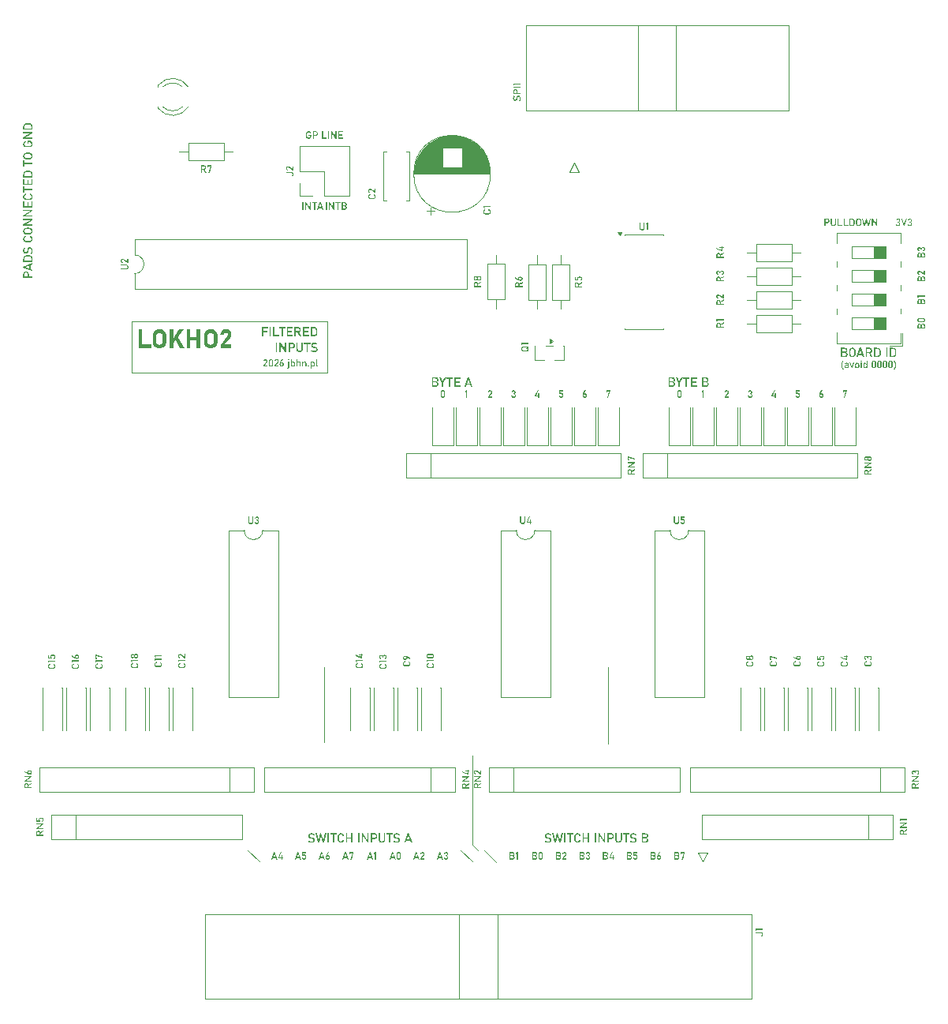
<source format=gbr>
%TF.GenerationSoftware,KiCad,Pcbnew,9.0.7*%
%TF.CreationDate,2026-02-03T13:57:44+01:00*%
%TF.ProjectId,lokho2-inputs,6c6f6b68-6f32-42d6-996e-707574732e6b,rev?*%
%TF.SameCoordinates,Original*%
%TF.FileFunction,Legend,Top*%
%TF.FilePolarity,Positive*%
%FSLAX46Y46*%
G04 Gerber Fmt 4.6, Leading zero omitted, Abs format (unit mm)*
G04 Created by KiCad (PCBNEW 9.0.7) date 2026-02-03 13:57:44*
%MOMM*%
%LPD*%
G01*
G04 APERTURE LIST*
%ADD10C,0.125000*%
%ADD11C,0.100000*%
%ADD12C,0.400000*%
%ADD13C,0.150000*%
%ADD14C,0.120000*%
G04 APERTURE END LIST*
D10*
G36*
X134560363Y-74302917D02*
G01*
X134560363Y-75097000D01*
X134448891Y-75097000D01*
X134448891Y-74302917D01*
X134560363Y-74302917D01*
G37*
G36*
X134756832Y-75097000D02*
G01*
X134756832Y-74302917D01*
X134857900Y-74302917D01*
X135246490Y-74917188D01*
X135233350Y-74931403D01*
X135233350Y-74302917D01*
X135343747Y-74302917D01*
X135343747Y-75097000D01*
X135241556Y-75097000D01*
X134854089Y-74492010D01*
X134867230Y-74477795D01*
X134867230Y-75097000D01*
X134756832Y-75097000D01*
G37*
G36*
X135699805Y-75097000D02*
G01*
X135699805Y-74368130D01*
X135811326Y-74368130D01*
X135811326Y-75097000D01*
X135699805Y-75097000D01*
G37*
G36*
X135475199Y-74409212D02*
G01*
X135475199Y-74302917D01*
X136035932Y-74302917D01*
X136035932Y-74409212D01*
X135475199Y-74409212D01*
G37*
G36*
X136210468Y-75097000D02*
G01*
X136210468Y-74993831D01*
X136425792Y-74993831D01*
X136484153Y-74989228D01*
X136524348Y-74977340D01*
X136551235Y-74960077D01*
X136571559Y-74935487D01*
X136583827Y-74906362D01*
X136588116Y-74871319D01*
X136588116Y-74869658D01*
X136584313Y-74831623D01*
X136573669Y-74800826D01*
X136556657Y-74775722D01*
X136533246Y-74757307D01*
X136499900Y-74745177D01*
X136453147Y-74740600D01*
X136210468Y-74740600D01*
X136210468Y-74639777D01*
X136453147Y-74639777D01*
X136493310Y-74636059D01*
X136523595Y-74626002D01*
X136546302Y-74610517D01*
X136563170Y-74589018D01*
X136573833Y-74561110D01*
X136577711Y-74524836D01*
X136573394Y-74486640D01*
X136561547Y-74457648D01*
X136542736Y-74435639D01*
X136517684Y-74420153D01*
X136483622Y-74409912D01*
X136437809Y-74406085D01*
X136210468Y-74406085D01*
X136210468Y-74302917D01*
X136458032Y-74302917D01*
X136517198Y-74307197D01*
X136564672Y-74318983D01*
X136602667Y-74337186D01*
X136632910Y-74361438D01*
X136657460Y-74392308D01*
X136675266Y-74428082D01*
X136686389Y-74469706D01*
X136690307Y-74518437D01*
X136686417Y-74557070D01*
X136674860Y-74593202D01*
X136655332Y-74627565D01*
X136628665Y-74655723D01*
X136592810Y-74676848D01*
X136545471Y-74690726D01*
X136591938Y-74703162D01*
X136629550Y-74724717D01*
X136659972Y-74755646D01*
X136682550Y-74793328D01*
X136696058Y-74834255D01*
X136700663Y-74879428D01*
X136700663Y-74881040D01*
X136696472Y-74928653D01*
X136684472Y-74969867D01*
X136665021Y-75005882D01*
X136637795Y-75037551D01*
X136604810Y-75062815D01*
X136566182Y-75081279D01*
X136520822Y-75092891D01*
X136467313Y-75097000D01*
X136210468Y-75097000D01*
G37*
G36*
X136144913Y-75097000D02*
G01*
X136144913Y-74302917D01*
X136255848Y-74302917D01*
X136255848Y-75097000D01*
X136144913Y-75097000D01*
G37*
G36*
X132044201Y-74302917D02*
G01*
X132044201Y-75097000D01*
X131932729Y-75097000D01*
X131932729Y-74302917D01*
X132044201Y-74302917D01*
G37*
G36*
X132240670Y-75097000D02*
G01*
X132240670Y-74302917D01*
X132341738Y-74302917D01*
X132730328Y-74917188D01*
X132717188Y-74931403D01*
X132717188Y-74302917D01*
X132827585Y-74302917D01*
X132827585Y-75097000D01*
X132725394Y-75097000D01*
X132337927Y-74492010D01*
X132351068Y-74477795D01*
X132351068Y-75097000D01*
X132240670Y-75097000D01*
G37*
G36*
X133183643Y-75097000D02*
G01*
X133183643Y-74368130D01*
X133295164Y-74368130D01*
X133295164Y-75097000D01*
X133183643Y-75097000D01*
G37*
G36*
X132959037Y-74409212D02*
G01*
X132959037Y-74302917D01*
X133519770Y-74302917D01*
X133519770Y-74409212D01*
X132959037Y-74409212D01*
G37*
G36*
X133503015Y-75097000D02*
G01*
X133795911Y-74302917D01*
X133891019Y-74302917D01*
X134183915Y-75097000D01*
X134063699Y-75097000D01*
X133843440Y-74456399D01*
X133623231Y-75097000D01*
X133503015Y-75097000D01*
G37*
G36*
X133637983Y-74921926D02*
G01*
X133637983Y-74815632D01*
X134056029Y-74815632D01*
X134056029Y-74921926D01*
X133637983Y-74921926D01*
G37*
G36*
X132599839Y-67048695D02*
G01*
X132875248Y-67048695D01*
X132875248Y-67187767D01*
X132871146Y-67246795D01*
X132859397Y-67298710D01*
X132840516Y-67344620D01*
X132814045Y-67386357D01*
X132781864Y-67420798D01*
X132743552Y-67448667D01*
X132700638Y-67468814D01*
X132652202Y-67481263D01*
X132597104Y-67485597D01*
X132541516Y-67481518D01*
X132492501Y-67469809D01*
X132448995Y-67450914D01*
X132409772Y-67424510D01*
X132377169Y-67392066D01*
X132350614Y-67353022D01*
X132331545Y-67309661D01*
X132319744Y-67260904D01*
X132315638Y-67205695D01*
X132315638Y-66971173D01*
X132319739Y-66912242D01*
X132331476Y-66860512D01*
X132350321Y-66814857D01*
X132376804Y-66773343D01*
X132409000Y-66739042D01*
X132447334Y-66711249D01*
X132490280Y-66691101D01*
X132538732Y-66678653D01*
X132593831Y-66674320D01*
X132639347Y-66677689D01*
X132681296Y-66687549D01*
X132720300Y-66703775D01*
X132756312Y-66725988D01*
X132788183Y-66753334D01*
X132816239Y-66786183D01*
X132839021Y-66822905D01*
X132856535Y-66863972D01*
X132868702Y-66910014D01*
X132747899Y-66910014D01*
X132734010Y-66871168D01*
X132714183Y-66840159D01*
X132688353Y-66815688D01*
X132657597Y-66797231D01*
X132626304Y-66786513D01*
X132593831Y-66782959D01*
X132557570Y-66786372D01*
X132526211Y-66796163D01*
X132498787Y-66812119D01*
X132474640Y-66834641D01*
X132450399Y-66871438D01*
X132435248Y-66916224D01*
X132429846Y-66971124D01*
X132429846Y-67205743D01*
X132435311Y-67255656D01*
X132450738Y-67296476D01*
X132475764Y-67330210D01*
X132508973Y-67355798D01*
X132548782Y-67371445D01*
X132597104Y-67376958D01*
X132644442Y-67371184D01*
X132683498Y-67354719D01*
X132716197Y-67327523D01*
X132740233Y-67292012D01*
X132755505Y-67246940D01*
X132761040Y-67189623D01*
X132761040Y-67154990D01*
X132599839Y-67154990D01*
X132599839Y-67048695D01*
G37*
G36*
X133102198Y-67167495D02*
G01*
X133102198Y-67061200D01*
X133356357Y-67061200D01*
X133391081Y-67056860D01*
X133419840Y-67044443D01*
X133444040Y-67023831D01*
X133461992Y-66997157D01*
X133473149Y-66964954D01*
X133477111Y-66925743D01*
X133473125Y-66885808D01*
X133461944Y-66853294D01*
X133444040Y-66826630D01*
X133419836Y-66805989D01*
X133391077Y-66793557D01*
X133356357Y-66789212D01*
X133102198Y-66789212D01*
X133102198Y-66682917D01*
X133352498Y-66682917D01*
X133399808Y-66686475D01*
X133441388Y-66696683D01*
X133478186Y-66713154D01*
X133511302Y-66736012D01*
X133538932Y-66764063D01*
X133561521Y-66797809D01*
X133577729Y-66835158D01*
X133587802Y-66877483D01*
X133591319Y-66925743D01*
X133587811Y-66973641D01*
X133577748Y-67015815D01*
X133561521Y-67053189D01*
X133538926Y-67086888D01*
X133511297Y-67114839D01*
X133478186Y-67137551D01*
X133441405Y-67153857D01*
X133399824Y-67163969D01*
X133352498Y-67167495D01*
X133102198Y-67167495D01*
G37*
G36*
X133044850Y-67477000D02*
G01*
X133044850Y-66682917D01*
X133156322Y-66682917D01*
X133156322Y-67477000D01*
X133044850Y-67477000D01*
G37*
G36*
X134042142Y-67477000D02*
G01*
X134042142Y-66682917D01*
X134153615Y-66682917D01*
X134153615Y-67477000D01*
X134042142Y-67477000D01*
G37*
G36*
X134097878Y-67477000D02*
G01*
X134097878Y-67370705D01*
X134552561Y-67370705D01*
X134552561Y-67477000D01*
X134097878Y-67477000D01*
G37*
G36*
X134795289Y-66682917D02*
G01*
X134795289Y-67477000D01*
X134683817Y-67477000D01*
X134683817Y-66682917D01*
X134795289Y-66682917D01*
G37*
G36*
X134991758Y-67477000D02*
G01*
X134991758Y-66682917D01*
X135092826Y-66682917D01*
X135481416Y-67297188D01*
X135468276Y-67311403D01*
X135468276Y-66682917D01*
X135578674Y-66682917D01*
X135578674Y-67477000D01*
X135476483Y-67477000D01*
X135089016Y-66872010D01*
X135102156Y-66857795D01*
X135102156Y-67477000D01*
X134991758Y-67477000D01*
G37*
G36*
X135775680Y-67477000D02*
G01*
X135775680Y-66682917D01*
X135887153Y-66682917D01*
X135887153Y-67477000D01*
X135775680Y-67477000D01*
G37*
G36*
X135829756Y-67477000D02*
G01*
X135829756Y-67370705D01*
X136286099Y-67370705D01*
X136286099Y-67477000D01*
X135829756Y-67477000D01*
G37*
G36*
X135829756Y-67136232D02*
G01*
X135829756Y-67029937D01*
X136225966Y-67029937D01*
X136225966Y-67136232D01*
X135829756Y-67136232D01*
G37*
G36*
X135829756Y-66789212D02*
G01*
X135829756Y-66682917D01*
X136286099Y-66682917D01*
X136286099Y-66789212D01*
X135829756Y-66789212D01*
G37*
D11*
X150165000Y-143185000D02*
X150165000Y-133660000D01*
X151435000Y-143820000D02*
X152705000Y-145090000D01*
X113630000Y-87095000D02*
X134630000Y-87095000D01*
X134630000Y-92595000D01*
X113630000Y-92595000D01*
X113630000Y-87095000D01*
X148895000Y-143820000D02*
X150165000Y-145010000D01*
X126035000Y-143820000D02*
X127305000Y-145010000D01*
X150800000Y-143820000D02*
X150165000Y-143185000D01*
X164770000Y-124135000D02*
X164770000Y-132390000D01*
X134290000Y-124135000D02*
X134290000Y-132170000D01*
D10*
G36*
X149617781Y-94462917D02*
G01*
X149617781Y-95257000D01*
X149506308Y-95257000D01*
X149506308Y-94584208D01*
X149393175Y-94653622D01*
X149393175Y-94538339D01*
X149506308Y-94462917D01*
X149617781Y-94462917D01*
G37*
G36*
X195887166Y-76851378D02*
G01*
X195842890Y-76848499D01*
X195803892Y-76840259D01*
X195769392Y-76827052D01*
X195737749Y-76808293D01*
X195710838Y-76784954D01*
X195688206Y-76756710D01*
X195670692Y-76724873D01*
X195657488Y-76687929D01*
X195648883Y-76645042D01*
X195762554Y-76645042D01*
X195770994Y-76677721D01*
X195784555Y-76702294D01*
X195803000Y-76720464D01*
X195825968Y-76733315D01*
X195853647Y-76741414D01*
X195887166Y-76744302D01*
X195922821Y-76740675D01*
X195950845Y-76730641D01*
X195972944Y-76714749D01*
X195989491Y-76693193D01*
X195999846Y-76665984D01*
X196003572Y-76631462D01*
X196003572Y-76607380D01*
X195999956Y-76568554D01*
X195990050Y-76538421D01*
X195974605Y-76515056D01*
X195953297Y-76497354D01*
X195926525Y-76486397D01*
X195892637Y-76482474D01*
X195836315Y-76482474D01*
X195836315Y-76376180D01*
X195892637Y-76376180D01*
X195922749Y-76372785D01*
X195946379Y-76363345D01*
X195965031Y-76348189D01*
X195978605Y-76328081D01*
X195987276Y-76302276D01*
X195990432Y-76269152D01*
X195990432Y-76244435D01*
X195987136Y-76214074D01*
X195977985Y-76190227D01*
X195963370Y-76171406D01*
X195943853Y-76157593D01*
X195918792Y-76148808D01*
X195886580Y-76145614D01*
X195859400Y-76148394D01*
X195835885Y-76156398D01*
X195815261Y-76169550D01*
X195798654Y-76187407D01*
X195785153Y-76212032D01*
X195775108Y-76245168D01*
X195661974Y-76245168D01*
X195673760Y-76196428D01*
X195690490Y-76155455D01*
X195711807Y-76121111D01*
X195737690Y-76092516D01*
X195768545Y-76069198D01*
X195803132Y-76052458D01*
X195842163Y-76042131D01*
X195886580Y-76038538D01*
X195937917Y-76042370D01*
X195980566Y-76053096D01*
X196016072Y-76069965D01*
X196045631Y-76092809D01*
X196069508Y-76121576D01*
X196086966Y-76155849D01*
X196097985Y-76196733D01*
X196101905Y-76245705D01*
X196101905Y-76258845D01*
X196098189Y-76297613D01*
X196087415Y-76331943D01*
X196069665Y-76362746D01*
X196045727Y-76389094D01*
X196015648Y-76410706D01*
X195978415Y-76427666D01*
X196019178Y-76441145D01*
X196052358Y-76462296D01*
X196079239Y-76491462D01*
X196098572Y-76526486D01*
X196110724Y-76568363D01*
X196115045Y-76618713D01*
X196115045Y-76631853D01*
X196110892Y-76683790D01*
X196099219Y-76727136D01*
X196080731Y-76763459D01*
X196055450Y-76793933D01*
X196024170Y-76818115D01*
X195986601Y-76835971D01*
X195941478Y-76847323D01*
X195887166Y-76851378D01*
G37*
G36*
X196466803Y-76842000D02*
G01*
X196207759Y-76047917D01*
X196329050Y-76047917D01*
X196519804Y-76670492D01*
X196710509Y-76047917D01*
X196831849Y-76047917D01*
X196572805Y-76842000D01*
X196466803Y-76842000D01*
G37*
G36*
X197136127Y-76851378D02*
G01*
X197091850Y-76848499D01*
X197052853Y-76840259D01*
X197018353Y-76827052D01*
X196986709Y-76808293D01*
X196959798Y-76784954D01*
X196937166Y-76756710D01*
X196919653Y-76724873D01*
X196906448Y-76687929D01*
X196897843Y-76645042D01*
X197011514Y-76645042D01*
X197019955Y-76677721D01*
X197033515Y-76702294D01*
X197051960Y-76720464D01*
X197074929Y-76733315D01*
X197102607Y-76741414D01*
X197136127Y-76744302D01*
X197171781Y-76740675D01*
X197199805Y-76730641D01*
X197221905Y-76714749D01*
X197238451Y-76693193D01*
X197248806Y-76665984D01*
X197252533Y-76631462D01*
X197252533Y-76607380D01*
X197248917Y-76568554D01*
X197239010Y-76538421D01*
X197223565Y-76515056D01*
X197202257Y-76497354D01*
X197175485Y-76486397D01*
X197141598Y-76482474D01*
X197085275Y-76482474D01*
X197085275Y-76376180D01*
X197141598Y-76376180D01*
X197171709Y-76372785D01*
X197195340Y-76363345D01*
X197213991Y-76348189D01*
X197227565Y-76328081D01*
X197236236Y-76302276D01*
X197239392Y-76269152D01*
X197239392Y-76244435D01*
X197236096Y-76214074D01*
X197226945Y-76190227D01*
X197212330Y-76171406D01*
X197192813Y-76157593D01*
X197167753Y-76148808D01*
X197135540Y-76145614D01*
X197108360Y-76148394D01*
X197084845Y-76156398D01*
X197064221Y-76169550D01*
X197047614Y-76187407D01*
X197034113Y-76212032D01*
X197024068Y-76245168D01*
X196910935Y-76245168D01*
X196922720Y-76196428D01*
X196939450Y-76155455D01*
X196960767Y-76121111D01*
X196986650Y-76092516D01*
X197017505Y-76069198D01*
X197052092Y-76052458D01*
X197091123Y-76042131D01*
X197135540Y-76038538D01*
X197186877Y-76042370D01*
X197229526Y-76053096D01*
X197265032Y-76069965D01*
X197294591Y-76092809D01*
X197318468Y-76121576D01*
X197335926Y-76155849D01*
X197346945Y-76196733D01*
X197350865Y-76245705D01*
X197350865Y-76258845D01*
X197347149Y-76297613D01*
X197336375Y-76331943D01*
X197318625Y-76362746D01*
X197294687Y-76389094D01*
X197264608Y-76410706D01*
X197227376Y-76427666D01*
X197268138Y-76441145D01*
X197301319Y-76462296D01*
X197328199Y-76491462D01*
X197347532Y-76526486D01*
X197359684Y-76568363D01*
X197364005Y-76618713D01*
X197364005Y-76631853D01*
X197359852Y-76683790D01*
X197348180Y-76727136D01*
X197329691Y-76763459D01*
X197304410Y-76793933D01*
X197273130Y-76818115D01*
X197235562Y-76835971D01*
X197190438Y-76847323D01*
X197136127Y-76851378D01*
G37*
G36*
X159689023Y-95266378D02*
G01*
X159644177Y-95262873D01*
X159605013Y-95252833D01*
X159570562Y-95236639D01*
X159540083Y-95214208D01*
X159514476Y-95186457D01*
X159493742Y-95153273D01*
X159477854Y-95113816D01*
X159467152Y-95066979D01*
X159467152Y-95066441D01*
X159578625Y-95066441D01*
X159578625Y-95066979D01*
X159585470Y-95094749D01*
X159597144Y-95117088D01*
X159613600Y-95135025D01*
X159634145Y-95148179D01*
X159658919Y-95156385D01*
X159689023Y-95159302D01*
X159723057Y-95155057D01*
X159750104Y-95143111D01*
X159771821Y-95123545D01*
X159787357Y-95098082D01*
X159797402Y-95065177D01*
X159801081Y-95022771D01*
X159801081Y-94956092D01*
X159797396Y-94913687D01*
X159787345Y-94880893D01*
X159771821Y-94855611D01*
X159750123Y-94836191D01*
X159723076Y-94824319D01*
X159689023Y-94820098D01*
X159660884Y-94824119D01*
X159633286Y-94836511D01*
X159608535Y-94855789D01*
X159586294Y-94882380D01*
X159484640Y-94882380D01*
X159484640Y-94462917D01*
X159889595Y-94462917D01*
X159889595Y-94569212D01*
X159596113Y-94569212D01*
X159596113Y-94748535D01*
X159618086Y-94733527D01*
X159642568Y-94722303D01*
X159668595Y-94715331D01*
X159695031Y-94713022D01*
X159746307Y-94717407D01*
X159789195Y-94729769D01*
X159825278Y-94749476D01*
X159855694Y-94776672D01*
X159879477Y-94809814D01*
X159897182Y-94849794D01*
X159908500Y-94897982D01*
X159912554Y-94956092D01*
X159912554Y-95022771D01*
X159908394Y-95081068D01*
X159896777Y-95129392D01*
X159878581Y-95169486D01*
X159854082Y-95202729D01*
X159822895Y-95229855D01*
X159785847Y-95249577D01*
X159741760Y-95261976D01*
X159689023Y-95266378D01*
G37*
G36*
X143820440Y-144787000D02*
G01*
X144113336Y-143992917D01*
X144208444Y-143992917D01*
X144501340Y-144787000D01*
X144381124Y-144787000D01*
X144160865Y-144146399D01*
X143940656Y-144787000D01*
X143820440Y-144787000D01*
G37*
G36*
X143955408Y-144611926D02*
G01*
X143955408Y-144505632D01*
X144373454Y-144505632D01*
X144373454Y-144611926D01*
X143955408Y-144611926D01*
G37*
G36*
X144593029Y-144787000D02*
G01*
X144593029Y-144690035D01*
X144870098Y-144320496D01*
X144891672Y-144287900D01*
X144907516Y-144254941D01*
X144917752Y-144221218D01*
X144920949Y-144190949D01*
X144920949Y-144189875D01*
X144917570Y-144159339D01*
X144908158Y-144135225D01*
X144893057Y-144116064D01*
X144872937Y-144102029D01*
X144847079Y-144093086D01*
X144813824Y-144089833D01*
X144782888Y-144093211D01*
X144757114Y-144102820D01*
X144735373Y-144118507D01*
X144718332Y-144139389D01*
X144705938Y-144165964D01*
X144698493Y-144199595D01*
X144698493Y-144200133D01*
X144583210Y-144200133D01*
X144583210Y-144199595D01*
X144594096Y-144148736D01*
X144610411Y-144105977D01*
X144631740Y-144070097D01*
X144658046Y-144040154D01*
X144689681Y-144015745D01*
X144725434Y-143998189D01*
X144766092Y-143987328D01*
X144812701Y-143983538D01*
X144866381Y-143987388D01*
X144910854Y-143998139D01*
X144947734Y-144014980D01*
X144978297Y-144037662D01*
X145003184Y-144066500D01*
X145021306Y-144100825D01*
X145032714Y-144141741D01*
X145036769Y-144190754D01*
X145036769Y-144191340D01*
X145032570Y-144233592D01*
X145019281Y-144279658D01*
X144998559Y-144324492D01*
X144970677Y-144367928D01*
X144740600Y-144680705D01*
X145041165Y-144680705D01*
X145041165Y-144787000D01*
X144593029Y-144787000D01*
G37*
G36*
X175017781Y-94462917D02*
G01*
X175017781Y-95257000D01*
X174906308Y-95257000D01*
X174906308Y-94584208D01*
X174793175Y-94653622D01*
X174793175Y-94538339D01*
X174906308Y-94462917D01*
X175017781Y-94462917D01*
G37*
G36*
X128551131Y-144787000D02*
G01*
X128844027Y-143992917D01*
X128939135Y-143992917D01*
X129232031Y-144787000D01*
X129111815Y-144787000D01*
X128891556Y-144146399D01*
X128671347Y-144787000D01*
X128551131Y-144787000D01*
G37*
G36*
X128686099Y-144611926D02*
G01*
X128686099Y-144505632D01*
X129104145Y-144505632D01*
X129104145Y-144611926D01*
X128686099Y-144611926D01*
G37*
G36*
X129324794Y-144664292D02*
G01*
X129324794Y-144567669D01*
X129591507Y-143992917D01*
X129706253Y-143992917D01*
X129446134Y-144561124D01*
X129835799Y-144561124D01*
X129835799Y-144664292D01*
X129324794Y-144664292D01*
G37*
G36*
X129667467Y-144787000D02*
G01*
X129667467Y-144318053D01*
X129776204Y-144318053D01*
X129776204Y-144787000D01*
X129667467Y-144787000D01*
G37*
G36*
X171324919Y-94070000D02*
G01*
X171324919Y-93941039D01*
X171594075Y-93941039D01*
X171667026Y-93935285D01*
X171717270Y-93920425D01*
X171750879Y-93898846D01*
X171776283Y-93868109D01*
X171791619Y-93831702D01*
X171796980Y-93787899D01*
X171796980Y-93785823D01*
X171792226Y-93738279D01*
X171778921Y-93699783D01*
X171757657Y-93668403D01*
X171728393Y-93645384D01*
X171686709Y-93630222D01*
X171628269Y-93624501D01*
X171324919Y-93624501D01*
X171324919Y-93498471D01*
X171628269Y-93498471D01*
X171678472Y-93493824D01*
X171716329Y-93481253D01*
X171744712Y-93461896D01*
X171765797Y-93435023D01*
X171779126Y-93400138D01*
X171783974Y-93354795D01*
X171778577Y-93307050D01*
X171763768Y-93270810D01*
X171740254Y-93243299D01*
X171708939Y-93223941D01*
X171666362Y-93211140D01*
X171609096Y-93206357D01*
X171324919Y-93206357D01*
X171324919Y-93077397D01*
X171634375Y-93077397D01*
X171708332Y-93082746D01*
X171767675Y-93097479D01*
X171815169Y-93120233D01*
X171852972Y-93150547D01*
X171883660Y-93189136D01*
X171905917Y-93233853D01*
X171919821Y-93285882D01*
X171924719Y-93346796D01*
X171919855Y-93395088D01*
X171905410Y-93440253D01*
X171880999Y-93483206D01*
X171847666Y-93518404D01*
X171802847Y-93544810D01*
X171743674Y-93562158D01*
X171801758Y-93577703D01*
X171848772Y-93604646D01*
X171886800Y-93643307D01*
X171915022Y-93690410D01*
X171931908Y-93741569D01*
X171937663Y-93798035D01*
X171937663Y-93800050D01*
X171932425Y-93859566D01*
X171917425Y-93911084D01*
X171893111Y-93956102D01*
X171859078Y-93995689D01*
X171817847Y-94027268D01*
X171769562Y-94050349D01*
X171712863Y-94064863D01*
X171645976Y-94070000D01*
X171324919Y-94070000D01*
G37*
G36*
X171242976Y-94070000D02*
G01*
X171242976Y-93077397D01*
X171381645Y-93077397D01*
X171381645Y-94070000D01*
X171242976Y-94070000D01*
G37*
G36*
X172747817Y-93077397D02*
G01*
X172445200Y-93666571D01*
X172445200Y-94070000D01*
X172305799Y-94070000D01*
X172305799Y-93666571D01*
X172003182Y-93077397D01*
X172158276Y-93077397D01*
X172375530Y-93525216D01*
X172592723Y-93077397D01*
X172747817Y-93077397D01*
G37*
G36*
X173076263Y-94070000D02*
G01*
X173076263Y-93158913D01*
X173215664Y-93158913D01*
X173215664Y-94070000D01*
X173076263Y-94070000D01*
G37*
G36*
X172795505Y-93210265D02*
G01*
X172795505Y-93077397D01*
X173496421Y-93077397D01*
X173496421Y-93210265D01*
X172795505Y-93210265D01*
G37*
G36*
X173632648Y-94070000D02*
G01*
X173632648Y-93077397D01*
X173771988Y-93077397D01*
X173771988Y-94070000D01*
X173632648Y-94070000D01*
G37*
G36*
X173700242Y-94070000D02*
G01*
X173700242Y-93937131D01*
X174270671Y-93937131D01*
X174270671Y-94070000D01*
X173700242Y-94070000D01*
G37*
G36*
X173700242Y-93644040D02*
G01*
X173700242Y-93511172D01*
X174195505Y-93511172D01*
X174195505Y-93644040D01*
X173700242Y-93644040D01*
G37*
G36*
X173700242Y-93210265D02*
G01*
X173700242Y-93077397D01*
X174270671Y-93077397D01*
X174270671Y-93210265D01*
X173700242Y-93210265D01*
G37*
G36*
X174926036Y-94070000D02*
G01*
X174926036Y-93941039D01*
X175195191Y-93941039D01*
X175268143Y-93935285D01*
X175318387Y-93920425D01*
X175351995Y-93898846D01*
X175377400Y-93868109D01*
X175392735Y-93831702D01*
X175398096Y-93787899D01*
X175398096Y-93785823D01*
X175393342Y-93738279D01*
X175380038Y-93699783D01*
X175358773Y-93668403D01*
X175329509Y-93645384D01*
X175287826Y-93630222D01*
X175229385Y-93624501D01*
X174926036Y-93624501D01*
X174926036Y-93498471D01*
X175229385Y-93498471D01*
X175279589Y-93493824D01*
X175317445Y-93481253D01*
X175345828Y-93461896D01*
X175366914Y-93435023D01*
X175380243Y-93400138D01*
X175385090Y-93354795D01*
X175379693Y-93307050D01*
X175364885Y-93270810D01*
X175341371Y-93243299D01*
X175310056Y-93223941D01*
X175267479Y-93211140D01*
X175210212Y-93206357D01*
X174926036Y-93206357D01*
X174926036Y-93077397D01*
X175235491Y-93077397D01*
X175309449Y-93082746D01*
X175368791Y-93097479D01*
X175416285Y-93120233D01*
X175454089Y-93150547D01*
X175484777Y-93189136D01*
X175507033Y-93233853D01*
X175520938Y-93285882D01*
X175525835Y-93346796D01*
X175520972Y-93395088D01*
X175506527Y-93440253D01*
X175482116Y-93483206D01*
X175448782Y-93518404D01*
X175403963Y-93544810D01*
X175344790Y-93562158D01*
X175402874Y-93577703D01*
X175449889Y-93604646D01*
X175487916Y-93643307D01*
X175516139Y-93690410D01*
X175533024Y-93741569D01*
X175538780Y-93798035D01*
X175538780Y-93800050D01*
X175533542Y-93859566D01*
X175518541Y-93911084D01*
X175494227Y-93956102D01*
X175460195Y-93995689D01*
X175418964Y-94027268D01*
X175370679Y-94050349D01*
X175313979Y-94064863D01*
X175247093Y-94070000D01*
X174926036Y-94070000D01*
G37*
G36*
X174844092Y-94070000D02*
G01*
X174844092Y-93077397D01*
X174982761Y-93077397D01*
X174982761Y-94070000D01*
X174844092Y-94070000D01*
G37*
G36*
X171910698Y-144787000D02*
G01*
X171910698Y-144683831D01*
X172126023Y-144683831D01*
X172184384Y-144679228D01*
X172224579Y-144667340D01*
X172251466Y-144650077D01*
X172271790Y-144625487D01*
X172284058Y-144596362D01*
X172288347Y-144561319D01*
X172288347Y-144559658D01*
X172284543Y-144521623D01*
X172273900Y-144490826D01*
X172256888Y-144465722D01*
X172233477Y-144447307D01*
X172200130Y-144435177D01*
X172153378Y-144430600D01*
X171910698Y-144430600D01*
X171910698Y-144329777D01*
X172153378Y-144329777D01*
X172193540Y-144326059D01*
X172223826Y-144316002D01*
X172246532Y-144300517D01*
X172263401Y-144279018D01*
X172274064Y-144251110D01*
X172277942Y-144214836D01*
X172273624Y-144176640D01*
X172261777Y-144147648D01*
X172242966Y-144125639D01*
X172217914Y-144110153D01*
X172183853Y-144099912D01*
X172138040Y-144096085D01*
X171910698Y-144096085D01*
X171910698Y-143992917D01*
X172158263Y-143992917D01*
X172217428Y-143997197D01*
X172264903Y-144008983D01*
X172302898Y-144027186D01*
X172333141Y-144051438D01*
X172357691Y-144082308D01*
X172375496Y-144118082D01*
X172386620Y-144159706D01*
X172390538Y-144208437D01*
X172386647Y-144247070D01*
X172375091Y-144283202D01*
X172355562Y-144317565D01*
X172328895Y-144345723D01*
X172293040Y-144366848D01*
X172245702Y-144380726D01*
X172292169Y-144393162D01*
X172329781Y-144414717D01*
X172360203Y-144445646D01*
X172382781Y-144483328D01*
X172396289Y-144524255D01*
X172400894Y-144569428D01*
X172400894Y-144571040D01*
X172396703Y-144618653D01*
X172384703Y-144659867D01*
X172365252Y-144695882D01*
X172338026Y-144727551D01*
X172305040Y-144752815D01*
X172266413Y-144771279D01*
X172221053Y-144782891D01*
X172167544Y-144787000D01*
X171910698Y-144787000D01*
G37*
G36*
X171845144Y-144787000D02*
G01*
X171845144Y-143992917D01*
X171956079Y-143992917D01*
X171956079Y-144787000D01*
X171845144Y-144787000D01*
G37*
G36*
X172962115Y-143992917D02*
G01*
X172962115Y-144092617D01*
X172756609Y-144787000D01*
X172638053Y-144787000D01*
X172843511Y-144099212D01*
X172641326Y-144099212D01*
X172641326Y-144214885D01*
X172529854Y-144214885D01*
X172529854Y-143992917D01*
X172962115Y-143992917D01*
G37*
G36*
X164980635Y-94462917D02*
G01*
X164980635Y-94562617D01*
X164775129Y-95257000D01*
X164656574Y-95257000D01*
X164862031Y-94569212D01*
X164659847Y-94569212D01*
X164659847Y-94684885D01*
X164548374Y-94684885D01*
X164548374Y-94462917D01*
X164980635Y-94462917D01*
G37*
G36*
X154226441Y-144787000D02*
G01*
X154226441Y-144683831D01*
X154441766Y-144683831D01*
X154500127Y-144679228D01*
X154540322Y-144667340D01*
X154567209Y-144650077D01*
X154587533Y-144625487D01*
X154599801Y-144596362D01*
X154604090Y-144561319D01*
X154604090Y-144559658D01*
X154600286Y-144521623D01*
X154589643Y-144490826D01*
X154572631Y-144465722D01*
X154549220Y-144447307D01*
X154515873Y-144435177D01*
X154469121Y-144430600D01*
X154226441Y-144430600D01*
X154226441Y-144329777D01*
X154469121Y-144329777D01*
X154509283Y-144326059D01*
X154539569Y-144316002D01*
X154562275Y-144300517D01*
X154579144Y-144279018D01*
X154589807Y-144251110D01*
X154593685Y-144214836D01*
X154589367Y-144176640D01*
X154577520Y-144147648D01*
X154558709Y-144125639D01*
X154533657Y-144110153D01*
X154499596Y-144099912D01*
X154453783Y-144096085D01*
X154226441Y-144096085D01*
X154226441Y-143992917D01*
X154474006Y-143992917D01*
X154533171Y-143997197D01*
X154580646Y-144008983D01*
X154618641Y-144027186D01*
X154648884Y-144051438D01*
X154673434Y-144082308D01*
X154691239Y-144118082D01*
X154702363Y-144159706D01*
X154706281Y-144208437D01*
X154702390Y-144247070D01*
X154690834Y-144283202D01*
X154671305Y-144317565D01*
X154644638Y-144345723D01*
X154608783Y-144366848D01*
X154561445Y-144380726D01*
X154607912Y-144393162D01*
X154645524Y-144414717D01*
X154675946Y-144445646D01*
X154698524Y-144483328D01*
X154712032Y-144524255D01*
X154716637Y-144569428D01*
X154716637Y-144571040D01*
X154712446Y-144618653D01*
X154700446Y-144659867D01*
X154680995Y-144695882D01*
X154653769Y-144727551D01*
X154620783Y-144752815D01*
X154582156Y-144771279D01*
X154536796Y-144782891D01*
X154483287Y-144787000D01*
X154226441Y-144787000D01*
G37*
G36*
X154160887Y-144787000D02*
G01*
X154160887Y-143992917D01*
X154271822Y-143992917D01*
X154271822Y-144787000D01*
X154160887Y-144787000D01*
G37*
G36*
X155059261Y-143992917D02*
G01*
X155059261Y-144787000D01*
X154947788Y-144787000D01*
X154947788Y-144114208D01*
X154834655Y-144183622D01*
X154834655Y-144068339D01*
X154947788Y-143992917D01*
X155059261Y-143992917D01*
G37*
G36*
X188027861Y-76532495D02*
G01*
X188027861Y-76426200D01*
X188282020Y-76426200D01*
X188316743Y-76421860D01*
X188345502Y-76409443D01*
X188369703Y-76388831D01*
X188387655Y-76362157D01*
X188398812Y-76329954D01*
X188402774Y-76290743D01*
X188398787Y-76250808D01*
X188387607Y-76218294D01*
X188369703Y-76191630D01*
X188345499Y-76170989D01*
X188316740Y-76158557D01*
X188282020Y-76154212D01*
X188027861Y-76154212D01*
X188027861Y-76047917D01*
X188278161Y-76047917D01*
X188325471Y-76051475D01*
X188367050Y-76061683D01*
X188403848Y-76078154D01*
X188436965Y-76101012D01*
X188464595Y-76129063D01*
X188487184Y-76162809D01*
X188503392Y-76200158D01*
X188513464Y-76242483D01*
X188516981Y-76290743D01*
X188513474Y-76338641D01*
X188503410Y-76380815D01*
X188487184Y-76418189D01*
X188464589Y-76451888D01*
X188436959Y-76479839D01*
X188403848Y-76502551D01*
X188367068Y-76518857D01*
X188325486Y-76528969D01*
X188278161Y-76532495D01*
X188027861Y-76532495D01*
G37*
G36*
X187970513Y-76842000D02*
G01*
X187970513Y-76047917D01*
X188081985Y-76047917D01*
X188081985Y-76842000D01*
X187970513Y-76842000D01*
G37*
G36*
X188924525Y-76850597D02*
G01*
X188858677Y-76845227D01*
X188803673Y-76830119D01*
X188757516Y-76806143D01*
X188718726Y-76773270D01*
X188688082Y-76732756D01*
X188665401Y-76684043D01*
X188650959Y-76625482D01*
X188645795Y-76554965D01*
X188645795Y-76047917D01*
X188757268Y-76047917D01*
X188757268Y-76558531D01*
X188762694Y-76614847D01*
X188777608Y-76658718D01*
X188800987Y-76692914D01*
X188824298Y-76713139D01*
X188852013Y-76727852D01*
X188885019Y-76737107D01*
X188924525Y-76740394D01*
X188964293Y-76737103D01*
X188997503Y-76727841D01*
X189025372Y-76713125D01*
X189048796Y-76692914D01*
X189072344Y-76658695D01*
X189087351Y-76614823D01*
X189092808Y-76558531D01*
X189092808Y-76047917D01*
X189204330Y-76047917D01*
X189204330Y-76554965D01*
X189199146Y-76625459D01*
X189184643Y-76684012D01*
X189161858Y-76732734D01*
X189131057Y-76773270D01*
X189092154Y-76806130D01*
X189045843Y-76830108D01*
X188990635Y-76845223D01*
X188924525Y-76850597D01*
G37*
G36*
X189379696Y-76842000D02*
G01*
X189379696Y-76047917D01*
X189491168Y-76047917D01*
X189491168Y-76842000D01*
X189379696Y-76842000D01*
G37*
G36*
X189435432Y-76842000D02*
G01*
X189435432Y-76735705D01*
X189890115Y-76735705D01*
X189890115Y-76842000D01*
X189435432Y-76842000D01*
G37*
G36*
X190021371Y-76842000D02*
G01*
X190021371Y-76047917D01*
X190132843Y-76047917D01*
X190132843Y-76842000D01*
X190021371Y-76842000D01*
G37*
G36*
X190077107Y-76842000D02*
G01*
X190077107Y-76735705D01*
X190531790Y-76735705D01*
X190531790Y-76842000D01*
X190077107Y-76842000D01*
G37*
G36*
X190738468Y-76842000D02*
G01*
X190738468Y-76735705D01*
X190918231Y-76735705D01*
X190962259Y-76732483D01*
X190998840Y-76723469D01*
X191029283Y-76709310D01*
X191054616Y-76690178D01*
X191075180Y-76665949D01*
X191090174Y-76637129D01*
X191099619Y-76602797D01*
X191102976Y-76561706D01*
X191102976Y-76328210D01*
X191099618Y-76287119D01*
X191090172Y-76252796D01*
X191075178Y-76223993D01*
X191054616Y-76199787D01*
X191029280Y-76180633D01*
X190998835Y-76166460D01*
X190962256Y-76157437D01*
X190918231Y-76154212D01*
X190738468Y-76154212D01*
X190738468Y-76047917D01*
X190914958Y-76047917D01*
X190987149Y-76053199D01*
X191047052Y-76067967D01*
X191096835Y-76091150D01*
X191138196Y-76122460D01*
X191171784Y-76162082D01*
X191196275Y-76209199D01*
X191211701Y-76265315D01*
X191217184Y-76332460D01*
X191217184Y-76557457D01*
X191212931Y-76616666D01*
X191200870Y-76667463D01*
X191181671Y-76711232D01*
X191154502Y-76750191D01*
X191120335Y-76782423D01*
X191078356Y-76808441D01*
X191032020Y-76826500D01*
X190977856Y-76837944D01*
X190914420Y-76842000D01*
X190738468Y-76842000D01*
G37*
G36*
X190663046Y-76842000D02*
G01*
X190663046Y-76047917D01*
X190774518Y-76047917D01*
X190774518Y-76842000D01*
X190663046Y-76842000D01*
G37*
G36*
X191693833Y-76043581D02*
G01*
X191742462Y-76055831D01*
X191785683Y-76075663D01*
X191824418Y-76103136D01*
X191856775Y-76136994D01*
X191883234Y-76177903D01*
X191902115Y-76223049D01*
X191913863Y-76274163D01*
X191917965Y-76332362D01*
X191917965Y-76557554D01*
X191913876Y-76615392D01*
X191902140Y-76666441D01*
X191883234Y-76711769D01*
X191856760Y-76752833D01*
X191824401Y-76786768D01*
X191785683Y-76814254D01*
X191742462Y-76834085D01*
X191693833Y-76846336D01*
X191638698Y-76850597D01*
X191583563Y-76846337D01*
X191534917Y-76834087D01*
X191491664Y-76814254D01*
X191452973Y-76786772D01*
X191420613Y-76752838D01*
X191394113Y-76711769D01*
X191375235Y-76666444D01*
X191363515Y-76615395D01*
X191359431Y-76557554D01*
X191359431Y-76332362D01*
X191359692Y-76328650D01*
X191473639Y-76328650D01*
X191473639Y-76561267D01*
X191479065Y-76613411D01*
X191494342Y-76656058D01*
X191518970Y-76691253D01*
X191552006Y-76718293D01*
X191591287Y-76734661D01*
X191638698Y-76740394D01*
X191686459Y-76734640D01*
X191725801Y-76718255D01*
X191758670Y-76691253D01*
X191783156Y-76656076D01*
X191798357Y-76613429D01*
X191803757Y-76561267D01*
X191803757Y-76328650D01*
X191798338Y-76276131D01*
X191783122Y-76233426D01*
X191758670Y-76198420D01*
X191725819Y-76171563D01*
X191686477Y-76155253D01*
X191638698Y-76149522D01*
X191591269Y-76155232D01*
X191551987Y-76171525D01*
X191518970Y-76198420D01*
X191494377Y-76233444D01*
X191479083Y-76276149D01*
X191473639Y-76328650D01*
X191359692Y-76328650D01*
X191363528Y-76274160D01*
X191375260Y-76223046D01*
X191394113Y-76177903D01*
X191420599Y-76136989D01*
X191452957Y-76103131D01*
X191491664Y-76075663D01*
X191534917Y-76055830D01*
X191583563Y-76043580D01*
X191638698Y-76039320D01*
X191693833Y-76043581D01*
G37*
G36*
X192273143Y-76670492D02*
G01*
X192435956Y-76047917D01*
X192512501Y-76047917D01*
X192675362Y-76670492D01*
X192815802Y-76047917D01*
X192931671Y-76047917D01*
X192737644Y-76842000D01*
X192623974Y-76842000D01*
X192477526Y-76287129D01*
X192324483Y-76842000D01*
X192210813Y-76842000D01*
X192016835Y-76047917D01*
X192132655Y-76047917D01*
X192273143Y-76670492D01*
G37*
G36*
X193052327Y-76842000D02*
G01*
X193052327Y-76047917D01*
X193153395Y-76047917D01*
X193541985Y-76662188D01*
X193528845Y-76676403D01*
X193528845Y-76047917D01*
X193639242Y-76047917D01*
X193639242Y-76842000D01*
X193537051Y-76842000D01*
X193149584Y-76237010D01*
X193162725Y-76222795D01*
X193162725Y-76842000D01*
X193052327Y-76842000D01*
G37*
G36*
X141282785Y-144787000D02*
G01*
X141575681Y-143992917D01*
X141670789Y-143992917D01*
X141963685Y-144787000D01*
X141843469Y-144787000D01*
X141623210Y-144146399D01*
X141403001Y-144787000D01*
X141282785Y-144787000D01*
G37*
G36*
X141417753Y-144611926D02*
G01*
X141417753Y-144505632D01*
X141835799Y-144505632D01*
X141835799Y-144611926D01*
X141417753Y-144611926D01*
G37*
G36*
X142306758Y-143987834D02*
G01*
X142352584Y-143999756D01*
X142389872Y-144018358D01*
X142420126Y-144043427D01*
X142444268Y-144074847D01*
X142462013Y-144112141D01*
X142473237Y-144156465D01*
X142477230Y-144209316D01*
X142477230Y-144570600D01*
X142473250Y-144623150D01*
X142462043Y-144667357D01*
X142444300Y-144704680D01*
X142420126Y-144736246D01*
X142389856Y-144761427D01*
X142352561Y-144780104D01*
X142306740Y-144792068D01*
X142250426Y-144796378D01*
X142193561Y-144791997D01*
X142147522Y-144779859D01*
X142110252Y-144760945D01*
X142080189Y-144735464D01*
X142056169Y-144703520D01*
X142038593Y-144666140D01*
X142027535Y-144622283D01*
X142023622Y-144570600D01*
X142023622Y-144209463D01*
X142135094Y-144209463D01*
X142135094Y-144570454D01*
X142138436Y-144606689D01*
X142147666Y-144635380D01*
X142162157Y-144658137D01*
X142182455Y-144675013D01*
X142210939Y-144685980D01*
X142250426Y-144690084D01*
X142289913Y-144685980D01*
X142318396Y-144675013D01*
X142338695Y-144658137D01*
X142353186Y-144635380D01*
X142362416Y-144606689D01*
X142365757Y-144570454D01*
X142365757Y-144209463D01*
X142362398Y-144172864D01*
X142353153Y-144144120D01*
X142338695Y-144121535D01*
X142318418Y-144104800D01*
X142289937Y-144093910D01*
X142250426Y-144089833D01*
X142210915Y-144093910D01*
X142182434Y-144104800D01*
X142162157Y-144121535D01*
X142147699Y-144144120D01*
X142138454Y-144172864D01*
X142135094Y-144209463D01*
X142023622Y-144209463D01*
X142023622Y-144209316D01*
X142027620Y-144156786D01*
X142038877Y-144112585D01*
X142056709Y-144075255D01*
X142081019Y-144043671D01*
X142111432Y-144018455D01*
X142148752Y-143999780D01*
X142194443Y-143987835D01*
X142250426Y-143983538D01*
X142306758Y-143987834D01*
G37*
G36*
X156902533Y-95134292D02*
G01*
X156902533Y-95037669D01*
X157169247Y-94462917D01*
X157283992Y-94462917D01*
X157023873Y-95031124D01*
X157413538Y-95031124D01*
X157413538Y-95134292D01*
X156902533Y-95134292D01*
G37*
G36*
X157245206Y-95257000D02*
G01*
X157245206Y-94788053D01*
X157353943Y-94788053D01*
X157353943Y-95257000D01*
X157245206Y-95257000D01*
G37*
G36*
X138843608Y-144787000D02*
G01*
X139136504Y-143992917D01*
X139231612Y-143992917D01*
X139524508Y-144787000D01*
X139404292Y-144787000D01*
X139184033Y-144146399D01*
X138963824Y-144787000D01*
X138843608Y-144787000D01*
G37*
G36*
X138978576Y-144611926D02*
G01*
X138978576Y-144505632D01*
X139396622Y-144505632D01*
X139396622Y-144611926D01*
X138978576Y-144611926D01*
G37*
G36*
X139820042Y-143992917D02*
G01*
X139820042Y-144787000D01*
X139708569Y-144787000D01*
X139708569Y-144114208D01*
X139595436Y-144183622D01*
X139595436Y-144068339D01*
X139708569Y-143992917D01*
X139820042Y-143992917D01*
G37*
G36*
X182302533Y-95134292D02*
G01*
X182302533Y-95037669D01*
X182569247Y-94462917D01*
X182683992Y-94462917D01*
X182423873Y-95031124D01*
X182813538Y-95031124D01*
X182813538Y-95134292D01*
X182302533Y-95134292D01*
G37*
G36*
X182645206Y-95257000D02*
G01*
X182645206Y-94788053D01*
X182753943Y-94788053D01*
X182753943Y-95257000D01*
X182645206Y-95257000D01*
G37*
G36*
X198757000Y-87803059D02*
G01*
X198653831Y-87803059D01*
X198653831Y-87587734D01*
X198649228Y-87529373D01*
X198637340Y-87489178D01*
X198620077Y-87462291D01*
X198595487Y-87441967D01*
X198566362Y-87429699D01*
X198531319Y-87425410D01*
X198529658Y-87425410D01*
X198491623Y-87429214D01*
X198460826Y-87439857D01*
X198435722Y-87456869D01*
X198417307Y-87480280D01*
X198405177Y-87513627D01*
X198400600Y-87560379D01*
X198400600Y-87803059D01*
X198299777Y-87803059D01*
X198299777Y-87560379D01*
X198296059Y-87520217D01*
X198286002Y-87489931D01*
X198270517Y-87467225D01*
X198249018Y-87450356D01*
X198221110Y-87439693D01*
X198184836Y-87435815D01*
X198146640Y-87440133D01*
X198117648Y-87451980D01*
X198095639Y-87470791D01*
X198080153Y-87495843D01*
X198069912Y-87529904D01*
X198066085Y-87575717D01*
X198066085Y-87803059D01*
X197962917Y-87803059D01*
X197962917Y-87555494D01*
X197967197Y-87496329D01*
X197978983Y-87448854D01*
X197997186Y-87410859D01*
X198021438Y-87380616D01*
X198052308Y-87356066D01*
X198088082Y-87338261D01*
X198129706Y-87327137D01*
X198178437Y-87323219D01*
X198217070Y-87327110D01*
X198253202Y-87338666D01*
X198287565Y-87358195D01*
X198315723Y-87384862D01*
X198336848Y-87420717D01*
X198350726Y-87468055D01*
X198363162Y-87421588D01*
X198384717Y-87383976D01*
X198415646Y-87353554D01*
X198453328Y-87330976D01*
X198494255Y-87317468D01*
X198539428Y-87312863D01*
X198541040Y-87312863D01*
X198588653Y-87317054D01*
X198629867Y-87329054D01*
X198665882Y-87348505D01*
X198697551Y-87375731D01*
X198722815Y-87408717D01*
X198741279Y-87447344D01*
X198752891Y-87492704D01*
X198757000Y-87546213D01*
X198757000Y-87803059D01*
G37*
G36*
X198757000Y-87868613D02*
G01*
X197962917Y-87868613D01*
X197962917Y-87757678D01*
X198757000Y-87757678D01*
X198757000Y-87868613D01*
G37*
G36*
X198593150Y-86728853D02*
G01*
X198637357Y-86740060D01*
X198674680Y-86757803D01*
X198706246Y-86781977D01*
X198731427Y-86812247D01*
X198750104Y-86849542D01*
X198762068Y-86895363D01*
X198766378Y-86951677D01*
X198761997Y-87008542D01*
X198749859Y-87054581D01*
X198730945Y-87091851D01*
X198705464Y-87121914D01*
X198673520Y-87145934D01*
X198636140Y-87163510D01*
X198592283Y-87174568D01*
X198540600Y-87178481D01*
X198179316Y-87178481D01*
X198126786Y-87174483D01*
X198082585Y-87163226D01*
X198045255Y-87145394D01*
X198013671Y-87121084D01*
X197988455Y-87090671D01*
X197969780Y-87053351D01*
X197957835Y-87007660D01*
X197953538Y-86951677D01*
X198059833Y-86951677D01*
X198063910Y-86991188D01*
X198074800Y-87019669D01*
X198091535Y-87039946D01*
X198114120Y-87054404D01*
X198142864Y-87063649D01*
X198179463Y-87067008D01*
X198540454Y-87067008D01*
X198576689Y-87063667D01*
X198605380Y-87054437D01*
X198628137Y-87039946D01*
X198645013Y-87019647D01*
X198655980Y-86991164D01*
X198660084Y-86951677D01*
X198655980Y-86912190D01*
X198645013Y-86883707D01*
X198628137Y-86863408D01*
X198605380Y-86848917D01*
X198576689Y-86839687D01*
X198540454Y-86836346D01*
X198179463Y-86836346D01*
X198142864Y-86839705D01*
X198114120Y-86848950D01*
X198091535Y-86863408D01*
X198074800Y-86883685D01*
X198063910Y-86912166D01*
X198059833Y-86951677D01*
X197953538Y-86951677D01*
X197957834Y-86895345D01*
X197969756Y-86849519D01*
X197988358Y-86812231D01*
X198013427Y-86781977D01*
X198044847Y-86757834D01*
X198082141Y-86740090D01*
X198126465Y-86728865D01*
X198179316Y-86724873D01*
X198540600Y-86724873D01*
X198593150Y-86728853D01*
G37*
G36*
X133662394Y-144787000D02*
G01*
X133955290Y-143992917D01*
X134050398Y-143992917D01*
X134343294Y-144787000D01*
X134223078Y-144787000D01*
X134002819Y-144146399D01*
X133782610Y-144787000D01*
X133662394Y-144787000D01*
G37*
G36*
X133797362Y-144611926D02*
G01*
X133797362Y-144505632D01*
X134215408Y-144505632D01*
X134215408Y-144611926D01*
X133797362Y-144611926D01*
G37*
G36*
X134600869Y-144342126D02*
G01*
X134614782Y-144331455D01*
X134642337Y-144321037D01*
X134677613Y-144317272D01*
X134723438Y-144321470D01*
X134761977Y-144333364D01*
X134794656Y-144352484D01*
X134822449Y-144379163D01*
X134843798Y-144411108D01*
X134859826Y-144449904D01*
X134870133Y-144496924D01*
X134873838Y-144553845D01*
X134873838Y-144554383D01*
X134869727Y-144611993D01*
X134858232Y-144659877D01*
X134840202Y-144699725D01*
X134815904Y-144732875D01*
X134784978Y-144759939D01*
X134748197Y-144779613D01*
X134704383Y-144791984D01*
X134651919Y-144796378D01*
X134599732Y-144792030D01*
X134556092Y-144779782D01*
X134519409Y-144760301D01*
X134488521Y-144733510D01*
X134464239Y-144700638D01*
X134446227Y-144661094D01*
X134434743Y-144613542D01*
X134431161Y-144563615D01*
X134542108Y-144563615D01*
X134542108Y-144564152D01*
X134545711Y-144603468D01*
X134555539Y-144633731D01*
X134570782Y-144656965D01*
X134591881Y-144674538D01*
X134618382Y-144685411D01*
X134651919Y-144689302D01*
X134686182Y-144685346D01*
X134712915Y-144674351D01*
X134733887Y-144656672D01*
X134749004Y-144633278D01*
X134758748Y-144602920D01*
X134762317Y-144563615D01*
X134762317Y-144563078D01*
X134758532Y-144519760D01*
X134748214Y-144486303D01*
X134732275Y-144460545D01*
X134709970Y-144440799D01*
X134681965Y-144428674D01*
X134646497Y-144424348D01*
X134615165Y-144428591D01*
X134589968Y-144440662D01*
X134569414Y-144460789D01*
X134555004Y-144486513D01*
X134545580Y-144520075D01*
X134542108Y-144563615D01*
X134431161Y-144563615D01*
X134430635Y-144556288D01*
X134430635Y-144555702D01*
X134434048Y-144503736D01*
X134444801Y-144446623D01*
X134462137Y-144389970D01*
X134485785Y-144335297D01*
X134658514Y-143992917D01*
X134778730Y-143992917D01*
X134600869Y-144342126D01*
G37*
G36*
X127606849Y-88670000D02*
G01*
X127606849Y-87677397D01*
X127746189Y-87677397D01*
X127746189Y-88670000D01*
X127606849Y-88670000D01*
G37*
G36*
X127675176Y-88251856D02*
G01*
X127675176Y-88118988D01*
X128156762Y-88118988D01*
X128156762Y-88251856D01*
X127675176Y-88251856D01*
G37*
G36*
X127675176Y-87810265D02*
G01*
X127675176Y-87677397D01*
X128231866Y-87677397D01*
X128231866Y-87810265D01*
X127675176Y-87810265D01*
G37*
G36*
X128542421Y-87677397D02*
G01*
X128542421Y-88670000D01*
X128403080Y-88670000D01*
X128403080Y-87677397D01*
X128542421Y-87677397D01*
G37*
G36*
X128788007Y-88670000D02*
G01*
X128788007Y-87677397D01*
X128927348Y-87677397D01*
X128927348Y-88670000D01*
X128788007Y-88670000D01*
G37*
G36*
X128857677Y-88670000D02*
G01*
X128857677Y-88537131D01*
X129426031Y-88537131D01*
X129426031Y-88670000D01*
X128857677Y-88670000D01*
G37*
G36*
X129693171Y-88670000D02*
G01*
X129693171Y-87758913D01*
X129832573Y-87758913D01*
X129832573Y-88670000D01*
X129693171Y-88670000D01*
G37*
G36*
X129412414Y-87810265D02*
G01*
X129412414Y-87677397D01*
X130113330Y-87677397D01*
X130113330Y-87810265D01*
X129412414Y-87810265D01*
G37*
G36*
X130249556Y-88670000D02*
G01*
X130249556Y-87677397D01*
X130388897Y-87677397D01*
X130388897Y-88670000D01*
X130249556Y-88670000D01*
G37*
G36*
X130317151Y-88670000D02*
G01*
X130317151Y-88537131D01*
X130887580Y-88537131D01*
X130887580Y-88670000D01*
X130317151Y-88670000D01*
G37*
G36*
X130317151Y-88244040D02*
G01*
X130317151Y-88111172D01*
X130812414Y-88111172D01*
X130812414Y-88244040D01*
X130317151Y-88244040D01*
G37*
G36*
X130317151Y-87810265D02*
G01*
X130317151Y-87677397D01*
X130887580Y-87677397D01*
X130887580Y-87810265D01*
X130317151Y-87810265D01*
G37*
G36*
X131146599Y-88251856D02*
G01*
X131146599Y-88118988D01*
X131485425Y-88118988D01*
X131524043Y-88114088D01*
X131556088Y-88100047D01*
X131583122Y-88076673D01*
X131603081Y-88046488D01*
X131615555Y-88009723D01*
X131620003Y-87964626D01*
X131615554Y-87919530D01*
X131603079Y-87882788D01*
X131583122Y-87852641D01*
X131556083Y-87829229D01*
X131524038Y-87815170D01*
X131485425Y-87810265D01*
X131146599Y-87810265D01*
X131146599Y-87677397D01*
X131479991Y-87677397D01*
X131536913Y-87681617D01*
X131587083Y-87693737D01*
X131631605Y-87713300D01*
X131671796Y-87740514D01*
X131705183Y-87773734D01*
X131732355Y-87813501D01*
X131751899Y-87857671D01*
X131764027Y-87907666D01*
X131768258Y-87964626D01*
X131764011Y-88021120D01*
X131751799Y-88071031D01*
X131732049Y-88115446D01*
X131704664Y-88155443D01*
X131671263Y-88188758D01*
X131631299Y-88215952D01*
X131586973Y-88235506D01*
X131536911Y-88247630D01*
X131479991Y-88251856D01*
X131146599Y-88251856D01*
G37*
G36*
X131085844Y-88670000D02*
G01*
X131085844Y-87677397D01*
X131225184Y-87677397D01*
X131225184Y-88670000D01*
X131085844Y-88670000D01*
G37*
G36*
X131644610Y-88670000D02*
G01*
X131417159Y-88221020D01*
X131555828Y-88189513D01*
X131809963Y-88670000D01*
X131644610Y-88670000D01*
G37*
G36*
X131998335Y-88670000D02*
G01*
X131998335Y-87677397D01*
X132137676Y-87677397D01*
X132137676Y-88670000D01*
X131998335Y-88670000D01*
G37*
G36*
X132065929Y-88670000D02*
G01*
X132065929Y-88537131D01*
X132636359Y-88537131D01*
X132636359Y-88670000D01*
X132065929Y-88670000D01*
G37*
G36*
X132065929Y-88244040D02*
G01*
X132065929Y-88111172D01*
X132561193Y-88111172D01*
X132561193Y-88244040D01*
X132065929Y-88244040D01*
G37*
G36*
X132065929Y-87810265D02*
G01*
X132065929Y-87677397D01*
X132636359Y-87677397D01*
X132636359Y-87810265D01*
X132065929Y-87810265D01*
G37*
G36*
X132928900Y-88670000D02*
G01*
X132928900Y-88537131D01*
X133153604Y-88537131D01*
X133208640Y-88533104D01*
X133254365Y-88521836D01*
X133292420Y-88504137D01*
X133324085Y-88480223D01*
X133349790Y-88449937D01*
X133368533Y-88413912D01*
X133380339Y-88370996D01*
X133384535Y-88319633D01*
X133384535Y-88027763D01*
X133380338Y-87976399D01*
X133368530Y-87933495D01*
X133349788Y-87897492D01*
X133324085Y-87867234D01*
X133292416Y-87843292D01*
X133254360Y-87825575D01*
X133208635Y-87814296D01*
X133153604Y-87810265D01*
X132928900Y-87810265D01*
X132928900Y-87677397D01*
X133149513Y-87677397D01*
X133239752Y-87683999D01*
X133314631Y-87702459D01*
X133376860Y-87731438D01*
X133428560Y-87770575D01*
X133470546Y-87820103D01*
X133501159Y-87878999D01*
X133520442Y-87949144D01*
X133527295Y-88033075D01*
X133527295Y-88314321D01*
X133521979Y-88388333D01*
X133506903Y-88451829D01*
X133482904Y-88506540D01*
X133448943Y-88555239D01*
X133406234Y-88595529D01*
X133353761Y-88628051D01*
X133295841Y-88650626D01*
X133228136Y-88664930D01*
X133148841Y-88670000D01*
X132928900Y-88670000D01*
G37*
G36*
X132834623Y-88670000D02*
G01*
X132834623Y-87677397D01*
X132973963Y-87677397D01*
X132973963Y-88670000D01*
X132834623Y-88670000D01*
G37*
G36*
X129217508Y-89357397D02*
G01*
X129217508Y-90350000D01*
X129078168Y-90350000D01*
X129078168Y-89357397D01*
X129217508Y-89357397D01*
G37*
G36*
X129463095Y-90350000D02*
G01*
X129463095Y-89357397D01*
X129589429Y-89357397D01*
X130075167Y-90125235D01*
X130058742Y-90143004D01*
X130058742Y-89357397D01*
X130196739Y-89357397D01*
X130196739Y-90350000D01*
X130069000Y-90350000D01*
X129584666Y-89593763D01*
X129601092Y-89575994D01*
X129601092Y-90350000D01*
X129463095Y-90350000D01*
G37*
G36*
X130514682Y-89963119D02*
G01*
X130514682Y-89830251D01*
X130832381Y-89830251D01*
X130875785Y-89824825D01*
X130911734Y-89809304D01*
X130941985Y-89783539D01*
X130964424Y-89750196D01*
X130978371Y-89709943D01*
X130983323Y-89660929D01*
X130978340Y-89611010D01*
X130964365Y-89570368D01*
X130941985Y-89537037D01*
X130911729Y-89511236D01*
X130875781Y-89495696D01*
X130832381Y-89490265D01*
X130514682Y-89490265D01*
X130514682Y-89357397D01*
X130827557Y-89357397D01*
X130886694Y-89361844D01*
X130938669Y-89374604D01*
X130984666Y-89395193D01*
X131026062Y-89423765D01*
X131060599Y-89458829D01*
X131088836Y-89501011D01*
X131109096Y-89547698D01*
X131121687Y-89600604D01*
X131126083Y-89660929D01*
X131121699Y-89720802D01*
X131109119Y-89773518D01*
X131088836Y-89820237D01*
X131060592Y-89862360D01*
X131026055Y-89897299D01*
X130984666Y-89925689D01*
X130938691Y-89946071D01*
X130886714Y-89958711D01*
X130827557Y-89963119D01*
X130514682Y-89963119D01*
G37*
G36*
X130442997Y-90350000D02*
G01*
X130442997Y-89357397D01*
X130582337Y-89357397D01*
X130582337Y-90350000D01*
X130442997Y-90350000D01*
G37*
G36*
X131635513Y-90360746D02*
G01*
X131553202Y-90354033D01*
X131484447Y-90335149D01*
X131426751Y-90305178D01*
X131378264Y-90264087D01*
X131339959Y-90213446D01*
X131311607Y-90152554D01*
X131293554Y-90079352D01*
X131287100Y-89991207D01*
X131287100Y-89357397D01*
X131426441Y-89357397D01*
X131426441Y-89995664D01*
X131433223Y-90066059D01*
X131451866Y-90120898D01*
X131481090Y-90163642D01*
X131510228Y-90188924D01*
X131544872Y-90207315D01*
X131586130Y-90218884D01*
X131635513Y-90222993D01*
X131685223Y-90218879D01*
X131726735Y-90207301D01*
X131761571Y-90188907D01*
X131790851Y-90163642D01*
X131820286Y-90120869D01*
X131839045Y-90066029D01*
X131845867Y-89995664D01*
X131845867Y-89357397D01*
X131985268Y-89357397D01*
X131985268Y-89991207D01*
X131978788Y-90079323D01*
X131960660Y-90152516D01*
X131932179Y-90213418D01*
X131893677Y-90264087D01*
X131845049Y-90305162D01*
X131787160Y-90335136D01*
X131718150Y-90354029D01*
X131635513Y-90360746D01*
G37*
G36*
X132362257Y-90350000D02*
G01*
X132362257Y-89438913D01*
X132501659Y-89438913D01*
X132501659Y-90350000D01*
X132362257Y-90350000D01*
G37*
G36*
X132081500Y-89490265D02*
G01*
X132081500Y-89357397D01*
X132782416Y-89357397D01*
X132782416Y-89490265D01*
X132081500Y-89490265D01*
G37*
G36*
X133189813Y-90360746D02*
G01*
X133118658Y-90357238D01*
X133053525Y-90347069D01*
X132991327Y-90329859D01*
X132933969Y-90306097D01*
X132880225Y-90275431D01*
X132829799Y-90237770D01*
X132916566Y-90131158D01*
X132976401Y-90174479D01*
X133041558Y-90205163D01*
X133111918Y-90223520D01*
X133189813Y-90229832D01*
X133260897Y-90224652D01*
X133315509Y-90210659D01*
X133357119Y-90189471D01*
X133390355Y-90158695D01*
X133409840Y-90121719D01*
X133416592Y-90076448D01*
X133416592Y-90075776D01*
X133412860Y-90039137D01*
X133402612Y-90010854D01*
X133386489Y-89989009D01*
X133352648Y-89963328D01*
X133307599Y-89944312D01*
X133200743Y-89920010D01*
X133087658Y-89897479D01*
X133032569Y-89880668D01*
X132982817Y-89856812D01*
X132940043Y-89823408D01*
X132905942Y-89777189D01*
X132890655Y-89741340D01*
X132880616Y-89695843D01*
X132876938Y-89638459D01*
X132876938Y-89637787D01*
X132883190Y-89569778D01*
X132900901Y-89512587D01*
X132929382Y-89464095D01*
X132969140Y-89422854D01*
X133016742Y-89391206D01*
X133074555Y-89367436D01*
X133144624Y-89352146D01*
X133229441Y-89346650D01*
X133308425Y-89353047D01*
X133385879Y-89372295D01*
X133460403Y-89404146D01*
X133534745Y-89450514D01*
X133455549Y-89561217D01*
X133397726Y-89523538D01*
X133342465Y-89498142D01*
X133285638Y-89482637D01*
X133229441Y-89477564D01*
X133162592Y-89482748D01*
X133110949Y-89496817D01*
X133071294Y-89518292D01*
X133040084Y-89549070D01*
X133021464Y-89586768D01*
X133014935Y-89633635D01*
X133014935Y-89634368D01*
X133018946Y-89670312D01*
X133030033Y-89698153D01*
X133047725Y-89719792D01*
X133084369Y-89744727D01*
X133133454Y-89763206D01*
X133247149Y-89789462D01*
X133356448Y-89815779D01*
X133408996Y-89834753D01*
X133455854Y-89860232D01*
X133495851Y-89894272D01*
X133527601Y-89939794D01*
X133541884Y-89974564D01*
X133551200Y-90017902D01*
X133554590Y-90071685D01*
X133554590Y-90073028D01*
X133548157Y-90140088D01*
X133529891Y-90196571D01*
X133500378Y-90244601D01*
X133458907Y-90285580D01*
X133409783Y-90316698D01*
X133350037Y-90340167D01*
X133277560Y-90355300D01*
X133189813Y-90360746D01*
G37*
G36*
X132872165Y-142975746D02*
G01*
X132801010Y-142972238D01*
X132735877Y-142962069D01*
X132673679Y-142944859D01*
X132616320Y-142921097D01*
X132562577Y-142890431D01*
X132512151Y-142852770D01*
X132598918Y-142746158D01*
X132658753Y-142789479D01*
X132723909Y-142820163D01*
X132794270Y-142838520D01*
X132872165Y-142844832D01*
X132943249Y-142839652D01*
X132997861Y-142825659D01*
X133039471Y-142804471D01*
X133072707Y-142773695D01*
X133092192Y-142736719D01*
X133098944Y-142691448D01*
X133098944Y-142690776D01*
X133095212Y-142654137D01*
X133084964Y-142625854D01*
X133068841Y-142604009D01*
X133035000Y-142578328D01*
X132989951Y-142559312D01*
X132883094Y-142535010D01*
X132770010Y-142512479D01*
X132714921Y-142495668D01*
X132665169Y-142471812D01*
X132622395Y-142438408D01*
X132588293Y-142392189D01*
X132573007Y-142356340D01*
X132562968Y-142310843D01*
X132559290Y-142253459D01*
X132559290Y-142252787D01*
X132565541Y-142184778D01*
X132583253Y-142127587D01*
X132611734Y-142079095D01*
X132651491Y-142037854D01*
X132699093Y-142006206D01*
X132756907Y-141982436D01*
X132826976Y-141967146D01*
X132911793Y-141961650D01*
X132990777Y-141968047D01*
X133068231Y-141987295D01*
X133142755Y-142019146D01*
X133217097Y-142065514D01*
X133137901Y-142176217D01*
X133080078Y-142138538D01*
X133024816Y-142113142D01*
X132967989Y-142097637D01*
X132911793Y-142092564D01*
X132844943Y-142097748D01*
X132793301Y-142111817D01*
X132753646Y-142133292D01*
X132722435Y-142164070D01*
X132703816Y-142201768D01*
X132697287Y-142248635D01*
X132697287Y-142249368D01*
X132701297Y-142285312D01*
X132712384Y-142313153D01*
X132730076Y-142334792D01*
X132766721Y-142359727D01*
X132815806Y-142378206D01*
X132929501Y-142404462D01*
X133038799Y-142430779D01*
X133091348Y-142449753D01*
X133138206Y-142475232D01*
X133178203Y-142509272D01*
X133209952Y-142554794D01*
X133224236Y-142589564D01*
X133233552Y-142632902D01*
X133236941Y-142686685D01*
X133236941Y-142688028D01*
X133230509Y-142755088D01*
X133212242Y-142811571D01*
X133182730Y-142859601D01*
X133141259Y-142900580D01*
X133092135Y-142931698D01*
X133032388Y-142955167D01*
X132959911Y-142970300D01*
X132872165Y-142975746D01*
G37*
G36*
X133653253Y-142750615D02*
G01*
X133856769Y-141972397D01*
X133952451Y-141972397D01*
X134156027Y-142750615D01*
X134331577Y-141972397D01*
X134476413Y-141972397D01*
X134233880Y-142965000D01*
X134091791Y-142965000D01*
X133908731Y-142271411D01*
X133717428Y-142965000D01*
X133575340Y-142965000D01*
X133332868Y-141972397D01*
X133477643Y-141972397D01*
X133653253Y-142750615D01*
G37*
G36*
X134766573Y-141972397D02*
G01*
X134766573Y-142965000D01*
X134627233Y-142965000D01*
X134627233Y-141972397D01*
X134766573Y-141972397D01*
G37*
G36*
X135210973Y-142965000D02*
G01*
X135210973Y-142053913D01*
X135350375Y-142053913D01*
X135350375Y-142965000D01*
X135210973Y-142965000D01*
G37*
G36*
X134930216Y-142105265D02*
G01*
X134930216Y-141972397D01*
X135631132Y-141972397D01*
X135631132Y-142105265D01*
X134930216Y-142105265D01*
G37*
G36*
X136065151Y-142975746D02*
G01*
X135997218Y-142970361D01*
X135937095Y-142954843D01*
X135883435Y-142929645D01*
X135835536Y-142894859D01*
X135795419Y-142851982D01*
X135762534Y-142800136D01*
X135739127Y-142743052D01*
X135724567Y-142678577D01*
X135719487Y-142605352D01*
X135719487Y-142332716D01*
X135724579Y-142259037D01*
X135739149Y-142194373D01*
X135762534Y-142137322D01*
X135795424Y-142085440D01*
X135835542Y-142042565D01*
X135883435Y-142007812D01*
X135937098Y-141982580D01*
X135997221Y-141967042D01*
X136065151Y-141961650D01*
X136121634Y-141965865D01*
X136173872Y-141978220D01*
X136222627Y-141998592D01*
X136267577Y-142026411D01*
X136307270Y-142060653D01*
X136342123Y-142101784D01*
X136370420Y-142147748D01*
X136392214Y-142199183D01*
X136407397Y-142256878D01*
X136264637Y-142256878D01*
X136247140Y-142211728D01*
X136221223Y-142173103D01*
X136188065Y-142141060D01*
X136149843Y-142117294D01*
X136107975Y-142102361D01*
X136065151Y-142097449D01*
X136020575Y-142101695D01*
X135981901Y-142113900D01*
X135947951Y-142133838D01*
X135917934Y-142162051D01*
X135887808Y-142208025D01*
X135868966Y-142264008D01*
X135862247Y-142332655D01*
X135862247Y-142605413D01*
X135868973Y-142674055D01*
X135887819Y-142729927D01*
X135917934Y-142775711D01*
X135947928Y-142803748D01*
X135981870Y-142823576D01*
X136020552Y-142835720D01*
X136065151Y-142839947D01*
X136107154Y-142835481D01*
X136147637Y-142822025D01*
X136187395Y-142798914D01*
X136220999Y-142768071D01*
X136246685Y-142729129D01*
X136264637Y-142680518D01*
X136407397Y-142680518D01*
X136392187Y-142738196D01*
X136370295Y-142789652D01*
X136341817Y-142835673D01*
X136306765Y-142876805D01*
X136267044Y-142911047D01*
X136222261Y-142938866D01*
X136173744Y-142959192D01*
X136121632Y-142971532D01*
X136065151Y-142975746D01*
G37*
G36*
X137156184Y-142965000D02*
G01*
X137156184Y-141972397D01*
X137295525Y-141972397D01*
X137295525Y-142965000D01*
X137156184Y-142965000D01*
G37*
G36*
X136591922Y-142965000D02*
G01*
X136591922Y-141972397D01*
X136731263Y-141972397D01*
X136731263Y-142965000D01*
X136591922Y-142965000D01*
G37*
G36*
X136678689Y-142542948D02*
G01*
X136678689Y-142410080D01*
X137229945Y-142410080D01*
X137229945Y-142542948D01*
X136678689Y-142542948D01*
G37*
G36*
X138056036Y-141972397D02*
G01*
X138056036Y-142965000D01*
X137916695Y-142965000D01*
X137916695Y-141972397D01*
X138056036Y-141972397D01*
G37*
G36*
X138301622Y-142965000D02*
G01*
X138301622Y-141972397D01*
X138427957Y-141972397D01*
X138913695Y-142740235D01*
X138897269Y-142758004D01*
X138897269Y-141972397D01*
X139035266Y-141972397D01*
X139035266Y-142965000D01*
X138907527Y-142965000D01*
X138423194Y-142208763D01*
X138439619Y-142190994D01*
X138439619Y-142965000D01*
X138301622Y-142965000D01*
G37*
G36*
X139353210Y-142578119D02*
G01*
X139353210Y-142445251D01*
X139670908Y-142445251D01*
X139714313Y-142439825D01*
X139750262Y-142424304D01*
X139780512Y-142398539D01*
X139802952Y-142365196D01*
X139816899Y-142324943D01*
X139821851Y-142275929D01*
X139816868Y-142226010D01*
X139802892Y-142185368D01*
X139780512Y-142152037D01*
X139750257Y-142126236D01*
X139714308Y-142110696D01*
X139670908Y-142105265D01*
X139353210Y-142105265D01*
X139353210Y-141972397D01*
X139666085Y-141972397D01*
X139725222Y-141976844D01*
X139777197Y-141989604D01*
X139823194Y-142010193D01*
X139864589Y-142038765D01*
X139899127Y-142073829D01*
X139927363Y-142116011D01*
X139947624Y-142162698D01*
X139960214Y-142215604D01*
X139964611Y-142275929D01*
X139960226Y-142335802D01*
X139947647Y-142388518D01*
X139927363Y-142435237D01*
X139899119Y-142477360D01*
X139864583Y-142512299D01*
X139823194Y-142540689D01*
X139777218Y-142561071D01*
X139725241Y-142573711D01*
X139666085Y-142578119D01*
X139353210Y-142578119D01*
G37*
G36*
X139281524Y-142965000D02*
G01*
X139281524Y-141972397D01*
X139420865Y-141972397D01*
X139420865Y-142965000D01*
X139281524Y-142965000D01*
G37*
G36*
X140474040Y-142975746D02*
G01*
X140391730Y-142969033D01*
X140322975Y-142950149D01*
X140265279Y-142920178D01*
X140216791Y-142879087D01*
X140178486Y-142828446D01*
X140150135Y-142767554D01*
X140132082Y-142694352D01*
X140125628Y-142606207D01*
X140125628Y-141972397D01*
X140264968Y-141972397D01*
X140264968Y-142610664D01*
X140271751Y-142681059D01*
X140290393Y-142735898D01*
X140319617Y-142778642D01*
X140348756Y-142803924D01*
X140383400Y-142822315D01*
X140424657Y-142833884D01*
X140474040Y-142837993D01*
X140523750Y-142833879D01*
X140565262Y-142822301D01*
X140600099Y-142803907D01*
X140629378Y-142778642D01*
X140658813Y-142735869D01*
X140677572Y-142681029D01*
X140684394Y-142610664D01*
X140684394Y-141972397D01*
X140823796Y-141972397D01*
X140823796Y-142606207D01*
X140817316Y-142694323D01*
X140799187Y-142767516D01*
X140770706Y-142828418D01*
X140732205Y-142879087D01*
X140683576Y-142920162D01*
X140625688Y-142950136D01*
X140556678Y-142969029D01*
X140474040Y-142975746D01*
G37*
G36*
X141200785Y-142965000D02*
G01*
X141200785Y-142053913D01*
X141340186Y-142053913D01*
X141340186Y-142965000D01*
X141200785Y-142965000D01*
G37*
G36*
X140920027Y-142105265D02*
G01*
X140920027Y-141972397D01*
X141620943Y-141972397D01*
X141620943Y-142105265D01*
X140920027Y-142105265D01*
G37*
G36*
X142028340Y-142975746D02*
G01*
X141957186Y-142972238D01*
X141892053Y-142962069D01*
X141829855Y-142944859D01*
X141772496Y-142921097D01*
X141718752Y-142890431D01*
X141668326Y-142852770D01*
X141755094Y-142746158D01*
X141814929Y-142789479D01*
X141880085Y-142820163D01*
X141950446Y-142838520D01*
X142028340Y-142844832D01*
X142099425Y-142839652D01*
X142154037Y-142825659D01*
X142195647Y-142804471D01*
X142228883Y-142773695D01*
X142248368Y-142736719D01*
X142255120Y-142691448D01*
X142255120Y-142690776D01*
X142251388Y-142654137D01*
X142241140Y-142625854D01*
X142225017Y-142604009D01*
X142191176Y-142578328D01*
X142146127Y-142559312D01*
X142039270Y-142535010D01*
X141926186Y-142512479D01*
X141871097Y-142495668D01*
X141821345Y-142471812D01*
X141778571Y-142438408D01*
X141744469Y-142392189D01*
X141729183Y-142356340D01*
X141719143Y-142310843D01*
X141715465Y-142253459D01*
X141715465Y-142252787D01*
X141721717Y-142184778D01*
X141739429Y-142127587D01*
X141767910Y-142079095D01*
X141807667Y-142037854D01*
X141855269Y-142006206D01*
X141913083Y-141982436D01*
X141983151Y-141967146D01*
X142067969Y-141961650D01*
X142146953Y-141968047D01*
X142224406Y-141987295D01*
X142298931Y-142019146D01*
X142373272Y-142065514D01*
X142294077Y-142176217D01*
X142236253Y-142138538D01*
X142180992Y-142113142D01*
X142124165Y-142097637D01*
X142067969Y-142092564D01*
X142001119Y-142097748D01*
X141949476Y-142111817D01*
X141909822Y-142133292D01*
X141878611Y-142164070D01*
X141859992Y-142201768D01*
X141853463Y-142248635D01*
X141853463Y-142249368D01*
X141857473Y-142285312D01*
X141868560Y-142313153D01*
X141886252Y-142334792D01*
X141922897Y-142359727D01*
X141971981Y-142378206D01*
X142085676Y-142404462D01*
X142194975Y-142430779D01*
X142247524Y-142449753D01*
X142294382Y-142475232D01*
X142334379Y-142509272D01*
X142366128Y-142554794D01*
X142380412Y-142589564D01*
X142389728Y-142632902D01*
X142393117Y-142686685D01*
X142393117Y-142688028D01*
X142386685Y-142755088D01*
X142368418Y-142811571D01*
X142338906Y-142859601D01*
X142297435Y-142900580D01*
X142248311Y-142931698D01*
X142188564Y-142955167D01*
X142116087Y-142970300D01*
X142028340Y-142975746D01*
G37*
G36*
X142871039Y-142965000D02*
G01*
X143237159Y-141972397D01*
X143356045Y-141972397D01*
X143722165Y-142965000D01*
X143571894Y-142965000D01*
X143296571Y-142164249D01*
X143021310Y-142965000D01*
X142871039Y-142965000D01*
G37*
G36*
X143039750Y-142746158D02*
G01*
X143039750Y-142613290D01*
X143562308Y-142613290D01*
X143562308Y-142746158D01*
X143039750Y-142746158D01*
G37*
G36*
X162178608Y-94812126D02*
G01*
X162192521Y-94801455D01*
X162220076Y-94791037D01*
X162255352Y-94787272D01*
X162301177Y-94791470D01*
X162339716Y-94803364D01*
X162372395Y-94822484D01*
X162400189Y-94849163D01*
X162421537Y-94881108D01*
X162437565Y-94919904D01*
X162447872Y-94966924D01*
X162451577Y-95023845D01*
X162451577Y-95024383D01*
X162447466Y-95081993D01*
X162435971Y-95129877D01*
X162417941Y-95169725D01*
X162393643Y-95202875D01*
X162362717Y-95229939D01*
X162325936Y-95249613D01*
X162282122Y-95261984D01*
X162229658Y-95266378D01*
X162177471Y-95262030D01*
X162133831Y-95249782D01*
X162097148Y-95230301D01*
X162066260Y-95203510D01*
X162041978Y-95170638D01*
X162023966Y-95131094D01*
X162012482Y-95083542D01*
X162008900Y-95033615D01*
X162119847Y-95033615D01*
X162119847Y-95034152D01*
X162123450Y-95073468D01*
X162133278Y-95103731D01*
X162148521Y-95126965D01*
X162169620Y-95144538D01*
X162196121Y-95155411D01*
X162229658Y-95159302D01*
X162263921Y-95155346D01*
X162290654Y-95144351D01*
X162311626Y-95126672D01*
X162326743Y-95103278D01*
X162336487Y-95072920D01*
X162340056Y-95033615D01*
X162340056Y-95033078D01*
X162336271Y-94989760D01*
X162325953Y-94956303D01*
X162310014Y-94930545D01*
X162287709Y-94910799D01*
X162259704Y-94898674D01*
X162224236Y-94894348D01*
X162192904Y-94898591D01*
X162167707Y-94910662D01*
X162147153Y-94930789D01*
X162132743Y-94956513D01*
X162123319Y-94990075D01*
X162119847Y-95033615D01*
X162008900Y-95033615D01*
X162008374Y-95026288D01*
X162008374Y-95025702D01*
X162011787Y-94973736D01*
X162022540Y-94916623D01*
X162039876Y-94859970D01*
X162063524Y-94805297D01*
X162236253Y-94462917D01*
X162356469Y-94462917D01*
X162178608Y-94812126D01*
G37*
G36*
X185089023Y-95266378D02*
G01*
X185044177Y-95262873D01*
X185005013Y-95252833D01*
X184970562Y-95236639D01*
X184940083Y-95214208D01*
X184914476Y-95186457D01*
X184893742Y-95153273D01*
X184877854Y-95113816D01*
X184867152Y-95066979D01*
X184867152Y-95066441D01*
X184978625Y-95066441D01*
X184978625Y-95066979D01*
X184985470Y-95094749D01*
X184997144Y-95117088D01*
X185013600Y-95135025D01*
X185034145Y-95148179D01*
X185058919Y-95156385D01*
X185089023Y-95159302D01*
X185123057Y-95155057D01*
X185150104Y-95143111D01*
X185171821Y-95123545D01*
X185187357Y-95098082D01*
X185197402Y-95065177D01*
X185201081Y-95022771D01*
X185201081Y-94956092D01*
X185197396Y-94913687D01*
X185187345Y-94880893D01*
X185171821Y-94855611D01*
X185150123Y-94836191D01*
X185123076Y-94824319D01*
X185089023Y-94820098D01*
X185060884Y-94824119D01*
X185033286Y-94836511D01*
X185008535Y-94855789D01*
X184986294Y-94882380D01*
X184884640Y-94882380D01*
X184884640Y-94462917D01*
X185289595Y-94462917D01*
X185289595Y-94569212D01*
X184996113Y-94569212D01*
X184996113Y-94748535D01*
X185018086Y-94733527D01*
X185042568Y-94722303D01*
X185068595Y-94715331D01*
X185095031Y-94713022D01*
X185146307Y-94717407D01*
X185189195Y-94729769D01*
X185225278Y-94749476D01*
X185255694Y-94776672D01*
X185279477Y-94809814D01*
X185297182Y-94849794D01*
X185308500Y-94897982D01*
X185312554Y-94956092D01*
X185312554Y-95022771D01*
X185308394Y-95081068D01*
X185296777Y-95129392D01*
X185278581Y-95169486D01*
X185254082Y-95202729D01*
X185222895Y-95229855D01*
X185185847Y-95249577D01*
X185141760Y-95261976D01*
X185089023Y-95266378D01*
G37*
G36*
X131104808Y-144787000D02*
G01*
X131397704Y-143992917D01*
X131492812Y-143992917D01*
X131785708Y-144787000D01*
X131665492Y-144787000D01*
X131445233Y-144146399D01*
X131225024Y-144787000D01*
X131104808Y-144787000D01*
G37*
G36*
X131239776Y-144611926D02*
G01*
X131239776Y-144505632D01*
X131657822Y-144505632D01*
X131657822Y-144611926D01*
X131239776Y-144611926D01*
G37*
G36*
X132111284Y-144796378D02*
G01*
X132066438Y-144792873D01*
X132027274Y-144782833D01*
X131992823Y-144766639D01*
X131962344Y-144744208D01*
X131936737Y-144716457D01*
X131916003Y-144683273D01*
X131900115Y-144643816D01*
X131889413Y-144596979D01*
X131889413Y-144596441D01*
X132000886Y-144596441D01*
X132000886Y-144596979D01*
X132007731Y-144624749D01*
X132019405Y-144647088D01*
X132035861Y-144665025D01*
X132056406Y-144678179D01*
X132081180Y-144686385D01*
X132111284Y-144689302D01*
X132145317Y-144685057D01*
X132172365Y-144673111D01*
X132194082Y-144653545D01*
X132209618Y-144628082D01*
X132219663Y-144595177D01*
X132223342Y-144552771D01*
X132223342Y-144486092D01*
X132219657Y-144443687D01*
X132209606Y-144410893D01*
X132194082Y-144385611D01*
X132172384Y-144366191D01*
X132145337Y-144354319D01*
X132111284Y-144350098D01*
X132083145Y-144354119D01*
X132055547Y-144366511D01*
X132030796Y-144385789D01*
X132008555Y-144412380D01*
X131906901Y-144412380D01*
X131906901Y-143992917D01*
X132311856Y-143992917D01*
X132311856Y-144099212D01*
X132018374Y-144099212D01*
X132018374Y-144278535D01*
X132040347Y-144263527D01*
X132064829Y-144252303D01*
X132090856Y-144245331D01*
X132117292Y-144243022D01*
X132168568Y-144247407D01*
X132211456Y-144259769D01*
X132247538Y-144279476D01*
X132277955Y-144306672D01*
X132301738Y-144339814D01*
X132319443Y-144379794D01*
X132330760Y-144427982D01*
X132334815Y-144486092D01*
X132334815Y-144552771D01*
X132330655Y-144611068D01*
X132319038Y-144659392D01*
X132300842Y-144699486D01*
X132276343Y-144732729D01*
X132245156Y-144759855D01*
X132208108Y-144779577D01*
X132164021Y-144791976D01*
X132111284Y-144796378D01*
G37*
G36*
X169365226Y-144787000D02*
G01*
X169365226Y-144683831D01*
X169580551Y-144683831D01*
X169638912Y-144679228D01*
X169679107Y-144667340D01*
X169705994Y-144650077D01*
X169726318Y-144625487D01*
X169738586Y-144596362D01*
X169742875Y-144561319D01*
X169742875Y-144559658D01*
X169739071Y-144521623D01*
X169728428Y-144490826D01*
X169711416Y-144465722D01*
X169688005Y-144447307D01*
X169654658Y-144435177D01*
X169607906Y-144430600D01*
X169365226Y-144430600D01*
X169365226Y-144329777D01*
X169607906Y-144329777D01*
X169648068Y-144326059D01*
X169678354Y-144316002D01*
X169701060Y-144300517D01*
X169717929Y-144279018D01*
X169728592Y-144251110D01*
X169732470Y-144214836D01*
X169728152Y-144176640D01*
X169716305Y-144147648D01*
X169697494Y-144125639D01*
X169672442Y-144110153D01*
X169638381Y-144099912D01*
X169592568Y-144096085D01*
X169365226Y-144096085D01*
X169365226Y-143992917D01*
X169612791Y-143992917D01*
X169671956Y-143997197D01*
X169719431Y-144008983D01*
X169757426Y-144027186D01*
X169787669Y-144051438D01*
X169812219Y-144082308D01*
X169830024Y-144118082D01*
X169841148Y-144159706D01*
X169845066Y-144208437D01*
X169841175Y-144247070D01*
X169829619Y-144283202D01*
X169810090Y-144317565D01*
X169783423Y-144345723D01*
X169747568Y-144366848D01*
X169700230Y-144380726D01*
X169746697Y-144393162D01*
X169784309Y-144414717D01*
X169814731Y-144445646D01*
X169837309Y-144483328D01*
X169850817Y-144524255D01*
X169855422Y-144569428D01*
X169855422Y-144571040D01*
X169851231Y-144618653D01*
X169839231Y-144659867D01*
X169819780Y-144695882D01*
X169792554Y-144727551D01*
X169759568Y-144752815D01*
X169720941Y-144771279D01*
X169675581Y-144782891D01*
X169622072Y-144787000D01*
X169365226Y-144787000D01*
G37*
G36*
X169299672Y-144787000D02*
G01*
X169299672Y-143992917D01*
X169410607Y-143992917D01*
X169410607Y-144787000D01*
X169299672Y-144787000D01*
G37*
G36*
X170160085Y-144342127D02*
G01*
X170174000Y-144331455D01*
X170201555Y-144321037D01*
X170236831Y-144317272D01*
X170282655Y-144321470D01*
X170321195Y-144333364D01*
X170353874Y-144352484D01*
X170381667Y-144379163D01*
X170403016Y-144411108D01*
X170419044Y-144449904D01*
X170429351Y-144496924D01*
X170433056Y-144553845D01*
X170433056Y-144554383D01*
X170428945Y-144611993D01*
X170417449Y-144659877D01*
X170399420Y-144699725D01*
X170375122Y-144732875D01*
X170344195Y-144759939D01*
X170307415Y-144779613D01*
X170263601Y-144791984D01*
X170211137Y-144796378D01*
X170158950Y-144792030D01*
X170115310Y-144779782D01*
X170078627Y-144760301D01*
X170047739Y-144733510D01*
X170023456Y-144700638D01*
X170005445Y-144661094D01*
X169993961Y-144613542D01*
X169990379Y-144563615D01*
X170101325Y-144563615D01*
X170101325Y-144564152D01*
X170104928Y-144603468D01*
X170114757Y-144633731D01*
X170130000Y-144656965D01*
X170151099Y-144674538D01*
X170177600Y-144685411D01*
X170211137Y-144689302D01*
X170245400Y-144685346D01*
X170272133Y-144674351D01*
X170293105Y-144656672D01*
X170308222Y-144633278D01*
X170317966Y-144602920D01*
X170321535Y-144563615D01*
X170321535Y-144563078D01*
X170317750Y-144519760D01*
X170307432Y-144486303D01*
X170291493Y-144460545D01*
X170269187Y-144440799D01*
X170241183Y-144428674D01*
X170205715Y-144424348D01*
X170174383Y-144428591D01*
X170149186Y-144440662D01*
X170128632Y-144460789D01*
X170114222Y-144486513D01*
X170104798Y-144520075D01*
X170101325Y-144563615D01*
X169990379Y-144563615D01*
X169989853Y-144556288D01*
X169989853Y-144555702D01*
X169993266Y-144503736D01*
X170004019Y-144446623D01*
X170021355Y-144389970D01*
X170045003Y-144335297D01*
X170217732Y-143992917D01*
X170337948Y-143992917D01*
X170160085Y-144342127D01*
G37*
G36*
X198757000Y-82711726D02*
G01*
X198653831Y-82711726D01*
X198653831Y-82496401D01*
X198649228Y-82438040D01*
X198637340Y-82397845D01*
X198620077Y-82370958D01*
X198595487Y-82350634D01*
X198566362Y-82338366D01*
X198531319Y-82334077D01*
X198529658Y-82334077D01*
X198491623Y-82337881D01*
X198460826Y-82348524D01*
X198435722Y-82365536D01*
X198417307Y-82388947D01*
X198405177Y-82422294D01*
X198400600Y-82469046D01*
X198400600Y-82711726D01*
X198299777Y-82711726D01*
X198299777Y-82469046D01*
X198296059Y-82428884D01*
X198286002Y-82398598D01*
X198270517Y-82375892D01*
X198249018Y-82359023D01*
X198221110Y-82348360D01*
X198184836Y-82344482D01*
X198146640Y-82348800D01*
X198117648Y-82360647D01*
X198095639Y-82379458D01*
X198080153Y-82404510D01*
X198069912Y-82438571D01*
X198066085Y-82484384D01*
X198066085Y-82711726D01*
X197962917Y-82711726D01*
X197962917Y-82464161D01*
X197967197Y-82404996D01*
X197978983Y-82357521D01*
X197997186Y-82319526D01*
X198021438Y-82289283D01*
X198052308Y-82264733D01*
X198088082Y-82246928D01*
X198129706Y-82235804D01*
X198178437Y-82231886D01*
X198217070Y-82235777D01*
X198253202Y-82247333D01*
X198287565Y-82266862D01*
X198315723Y-82293529D01*
X198336848Y-82329384D01*
X198350726Y-82376722D01*
X198363162Y-82330255D01*
X198384717Y-82292643D01*
X198415646Y-82262221D01*
X198453328Y-82239643D01*
X198494255Y-82226135D01*
X198539428Y-82221530D01*
X198541040Y-82221530D01*
X198588653Y-82225721D01*
X198629867Y-82237721D01*
X198665882Y-82257172D01*
X198697551Y-82284398D01*
X198722815Y-82317384D01*
X198741279Y-82356011D01*
X198752891Y-82401371D01*
X198757000Y-82454880D01*
X198757000Y-82711726D01*
G37*
G36*
X198757000Y-82777280D02*
G01*
X197962917Y-82777280D01*
X197962917Y-82666345D01*
X198757000Y-82666345D01*
X198757000Y-82777280D01*
G37*
G36*
X198757000Y-82082752D02*
G01*
X198660035Y-82082752D01*
X198290496Y-81805682D01*
X198257900Y-81784108D01*
X198224941Y-81768264D01*
X198191218Y-81758029D01*
X198160949Y-81754831D01*
X198159875Y-81754831D01*
X198129339Y-81758210D01*
X198105225Y-81767622D01*
X198086064Y-81782724D01*
X198072029Y-81802843D01*
X198063086Y-81828701D01*
X198059833Y-81861956D01*
X198063211Y-81892892D01*
X198072820Y-81918666D01*
X198088507Y-81940407D01*
X198109389Y-81957448D01*
X198135964Y-81969842D01*
X198169595Y-81977287D01*
X198170133Y-81977287D01*
X198170133Y-82092570D01*
X198169595Y-82092570D01*
X198118736Y-82081684D01*
X198075977Y-82065370D01*
X198040097Y-82044040D01*
X198010154Y-82017734D01*
X197985745Y-81986100D01*
X197968189Y-81950346D01*
X197957328Y-81909688D01*
X197953538Y-81863080D01*
X197957388Y-81809399D01*
X197968139Y-81764926D01*
X197984980Y-81728046D01*
X198007662Y-81697483D01*
X198036500Y-81672596D01*
X198070825Y-81654474D01*
X198111741Y-81643066D01*
X198160754Y-81639011D01*
X198161340Y-81639011D01*
X198203592Y-81643210D01*
X198249658Y-81656499D01*
X198294492Y-81677221D01*
X198337928Y-81705103D01*
X198650705Y-81935180D01*
X198650705Y-81634615D01*
X198757000Y-81634615D01*
X198757000Y-82082752D01*
G37*
G36*
X154601647Y-95266378D02*
G01*
X154557371Y-95263499D01*
X154518373Y-95255259D01*
X154483873Y-95242052D01*
X154452230Y-95223293D01*
X154425319Y-95199954D01*
X154402687Y-95171710D01*
X154385173Y-95139873D01*
X154371969Y-95102929D01*
X154363364Y-95060042D01*
X154477035Y-95060042D01*
X154485475Y-95092721D01*
X154499036Y-95117294D01*
X154517481Y-95135464D01*
X154540449Y-95148315D01*
X154568128Y-95156414D01*
X154601647Y-95159302D01*
X154637302Y-95155675D01*
X154665326Y-95145641D01*
X154687425Y-95129749D01*
X154703972Y-95108193D01*
X154714327Y-95080984D01*
X154718053Y-95046462D01*
X154718053Y-95022380D01*
X154714437Y-94983554D01*
X154704531Y-94953421D01*
X154689086Y-94930056D01*
X154667778Y-94912354D01*
X154641006Y-94901397D01*
X154607118Y-94897474D01*
X154550796Y-94897474D01*
X154550796Y-94791180D01*
X154607118Y-94791180D01*
X154637230Y-94787785D01*
X154660860Y-94778345D01*
X154679512Y-94763189D01*
X154693086Y-94743081D01*
X154701757Y-94717276D01*
X154704913Y-94684152D01*
X154704913Y-94659435D01*
X154701617Y-94629074D01*
X154692466Y-94605227D01*
X154677851Y-94586406D01*
X154658334Y-94572593D01*
X154633273Y-94563808D01*
X154601061Y-94560614D01*
X154573881Y-94563394D01*
X154550366Y-94571398D01*
X154529742Y-94584550D01*
X154513135Y-94602407D01*
X154499634Y-94627032D01*
X154489589Y-94660168D01*
X154376455Y-94660168D01*
X154388241Y-94611428D01*
X154404971Y-94570455D01*
X154426288Y-94536111D01*
X154452171Y-94507516D01*
X154483026Y-94484198D01*
X154517613Y-94467458D01*
X154556644Y-94457131D01*
X154601061Y-94453538D01*
X154652398Y-94457370D01*
X154695047Y-94468096D01*
X154730553Y-94484965D01*
X154760112Y-94507809D01*
X154783989Y-94536576D01*
X154801447Y-94570849D01*
X154812466Y-94611733D01*
X154816386Y-94660705D01*
X154816386Y-94673845D01*
X154812670Y-94712613D01*
X154801896Y-94746943D01*
X154784146Y-94777746D01*
X154760208Y-94804094D01*
X154730129Y-94825706D01*
X154692896Y-94842666D01*
X154733659Y-94856145D01*
X154766839Y-94877296D01*
X154793720Y-94906462D01*
X154813053Y-94941486D01*
X154825205Y-94983363D01*
X154829526Y-95033713D01*
X154829526Y-95046853D01*
X154825373Y-95098790D01*
X154813700Y-95142136D01*
X154795212Y-95178459D01*
X154769931Y-95208933D01*
X154738651Y-95233115D01*
X154701082Y-95250971D01*
X154655959Y-95262323D01*
X154601647Y-95266378D01*
G37*
G36*
X146353797Y-144787000D02*
G01*
X146646693Y-143992917D01*
X146741801Y-143992917D01*
X147034697Y-144787000D01*
X146914481Y-144787000D01*
X146694222Y-144146399D01*
X146474013Y-144787000D01*
X146353797Y-144787000D01*
G37*
G36*
X146488765Y-144611926D02*
G01*
X146488765Y-144505632D01*
X146906811Y-144505632D01*
X146906811Y-144611926D01*
X146488765Y-144611926D01*
G37*
G36*
X147343908Y-144796378D02*
G01*
X147299632Y-144793499D01*
X147260634Y-144785259D01*
X147226134Y-144772052D01*
X147194491Y-144753293D01*
X147167580Y-144729954D01*
X147144948Y-144701710D01*
X147127434Y-144669873D01*
X147114230Y-144632929D01*
X147105625Y-144590042D01*
X147219296Y-144590042D01*
X147227736Y-144622721D01*
X147241297Y-144647294D01*
X147259742Y-144665464D01*
X147282710Y-144678315D01*
X147310389Y-144686414D01*
X147343908Y-144689302D01*
X147379563Y-144685675D01*
X147407587Y-144675641D01*
X147429686Y-144659749D01*
X147446233Y-144638193D01*
X147456588Y-144610984D01*
X147460314Y-144576462D01*
X147460314Y-144552380D01*
X147456698Y-144513554D01*
X147446792Y-144483421D01*
X147431347Y-144460056D01*
X147410039Y-144442354D01*
X147383267Y-144431397D01*
X147349379Y-144427474D01*
X147293057Y-144427474D01*
X147293057Y-144321180D01*
X147349379Y-144321180D01*
X147379491Y-144317785D01*
X147403121Y-144308345D01*
X147421773Y-144293189D01*
X147435347Y-144273081D01*
X147444018Y-144247276D01*
X147447174Y-144214152D01*
X147447174Y-144189435D01*
X147443878Y-144159074D01*
X147434727Y-144135227D01*
X147420112Y-144116406D01*
X147400595Y-144102593D01*
X147375534Y-144093808D01*
X147343322Y-144090614D01*
X147316142Y-144093394D01*
X147292627Y-144101398D01*
X147272003Y-144114550D01*
X147255396Y-144132407D01*
X147241895Y-144157032D01*
X147231850Y-144190168D01*
X147118716Y-144190168D01*
X147130502Y-144141428D01*
X147147232Y-144100455D01*
X147168549Y-144066111D01*
X147194432Y-144037516D01*
X147225287Y-144014198D01*
X147259874Y-143997458D01*
X147298905Y-143987131D01*
X147343322Y-143983538D01*
X147394659Y-143987370D01*
X147437308Y-143998096D01*
X147472814Y-144014965D01*
X147502373Y-144037809D01*
X147526250Y-144066576D01*
X147543708Y-144100849D01*
X147554727Y-144141733D01*
X147558647Y-144190705D01*
X147558647Y-144203845D01*
X147554931Y-144242613D01*
X147544157Y-144276943D01*
X147526407Y-144307746D01*
X147502469Y-144334094D01*
X147472390Y-144355706D01*
X147435157Y-144372666D01*
X147475920Y-144386145D01*
X147509100Y-144407296D01*
X147535981Y-144436462D01*
X147555314Y-144471486D01*
X147567466Y-144513363D01*
X147571787Y-144563713D01*
X147571787Y-144576853D01*
X147567634Y-144628790D01*
X147555961Y-144672136D01*
X147537472Y-144708459D01*
X147512192Y-144738933D01*
X147480912Y-144763115D01*
X147443343Y-144780971D01*
X147398220Y-144792323D01*
X147343908Y-144796378D01*
G37*
G36*
X147046382Y-94457834D02*
G01*
X147092208Y-94469756D01*
X147129495Y-94488358D01*
X147159749Y-94513427D01*
X147183892Y-94544847D01*
X147201636Y-94582141D01*
X147212861Y-94626465D01*
X147216853Y-94679316D01*
X147216853Y-95040600D01*
X147212873Y-95093150D01*
X147201667Y-95137357D01*
X147183924Y-95174680D01*
X147159749Y-95206246D01*
X147129479Y-95231427D01*
X147092184Y-95250104D01*
X147046364Y-95262068D01*
X146990049Y-95266378D01*
X146933184Y-95261997D01*
X146887145Y-95249859D01*
X146849875Y-95230945D01*
X146819812Y-95205464D01*
X146795792Y-95173520D01*
X146778216Y-95136140D01*
X146767158Y-95092283D01*
X146763245Y-95040600D01*
X146763245Y-94679463D01*
X146874718Y-94679463D01*
X146874718Y-95040454D01*
X146878060Y-95076689D01*
X146887290Y-95105380D01*
X146901780Y-95128137D01*
X146922079Y-95145013D01*
X146950562Y-95155980D01*
X146990049Y-95160084D01*
X147029537Y-95155980D01*
X147058020Y-95145013D01*
X147078319Y-95128137D01*
X147092809Y-95105380D01*
X147102039Y-95076689D01*
X147105381Y-95040454D01*
X147105381Y-94679463D01*
X147102021Y-94642864D01*
X147092776Y-94614120D01*
X147078319Y-94591535D01*
X147058041Y-94574800D01*
X147029560Y-94563910D01*
X146990049Y-94559833D01*
X146950538Y-94563910D01*
X146922058Y-94574800D01*
X146901780Y-94591535D01*
X146887322Y-94614120D01*
X146878077Y-94642864D01*
X146874718Y-94679463D01*
X146763245Y-94679463D01*
X146763245Y-94679316D01*
X146767243Y-94626786D01*
X146778501Y-94582585D01*
X146796332Y-94545255D01*
X146820642Y-94513671D01*
X146851055Y-94488455D01*
X146888375Y-94469780D01*
X146934066Y-94457835D01*
X146990049Y-94453538D01*
X147046382Y-94457834D01*
G37*
G36*
X180001647Y-95266378D02*
G01*
X179957371Y-95263499D01*
X179918373Y-95255259D01*
X179883873Y-95242052D01*
X179852230Y-95223293D01*
X179825319Y-95199954D01*
X179802687Y-95171710D01*
X179785173Y-95139873D01*
X179771969Y-95102929D01*
X179763364Y-95060042D01*
X179877035Y-95060042D01*
X179885475Y-95092721D01*
X179899036Y-95117294D01*
X179917481Y-95135464D01*
X179940449Y-95148315D01*
X179968128Y-95156414D01*
X180001647Y-95159302D01*
X180037302Y-95155675D01*
X180065326Y-95145641D01*
X180087425Y-95129749D01*
X180103972Y-95108193D01*
X180114327Y-95080984D01*
X180118053Y-95046462D01*
X180118053Y-95022380D01*
X180114437Y-94983554D01*
X180104531Y-94953421D01*
X180089086Y-94930056D01*
X180067778Y-94912354D01*
X180041006Y-94901397D01*
X180007118Y-94897474D01*
X179950796Y-94897474D01*
X179950796Y-94791180D01*
X180007118Y-94791180D01*
X180037230Y-94787785D01*
X180060860Y-94778345D01*
X180079512Y-94763189D01*
X180093086Y-94743081D01*
X180101757Y-94717276D01*
X180104913Y-94684152D01*
X180104913Y-94659435D01*
X180101617Y-94629074D01*
X180092466Y-94605227D01*
X180077851Y-94586406D01*
X180058334Y-94572593D01*
X180033273Y-94563808D01*
X180001061Y-94560614D01*
X179973881Y-94563394D01*
X179950366Y-94571398D01*
X179929742Y-94584550D01*
X179913135Y-94602407D01*
X179899634Y-94627032D01*
X179889589Y-94660168D01*
X179776455Y-94660168D01*
X179788241Y-94611428D01*
X179804971Y-94570455D01*
X179826288Y-94536111D01*
X179852171Y-94507516D01*
X179883026Y-94484198D01*
X179917613Y-94467458D01*
X179956644Y-94457131D01*
X180001061Y-94453538D01*
X180052398Y-94457370D01*
X180095047Y-94468096D01*
X180130553Y-94484965D01*
X180160112Y-94507809D01*
X180183989Y-94536576D01*
X180201447Y-94570849D01*
X180212466Y-94611733D01*
X180216386Y-94660705D01*
X180216386Y-94673845D01*
X180212670Y-94712613D01*
X180201896Y-94746943D01*
X180184146Y-94777746D01*
X180160208Y-94804094D01*
X180130129Y-94825706D01*
X180092896Y-94842666D01*
X180133659Y-94856145D01*
X180166839Y-94877296D01*
X180193720Y-94906462D01*
X180213053Y-94941486D01*
X180225205Y-94983363D01*
X180229526Y-95033713D01*
X180229526Y-95046853D01*
X180225373Y-95098790D01*
X180213700Y-95142136D01*
X180195212Y-95178459D01*
X180169931Y-95208933D01*
X180138651Y-95233115D01*
X180101082Y-95250971D01*
X180055959Y-95262323D01*
X180001647Y-95266378D01*
G37*
G36*
X198757000Y-85148558D02*
G01*
X198653831Y-85148558D01*
X198653831Y-84933233D01*
X198649228Y-84874872D01*
X198637340Y-84834677D01*
X198620077Y-84807790D01*
X198595487Y-84787466D01*
X198566362Y-84775198D01*
X198531319Y-84770909D01*
X198529658Y-84770909D01*
X198491623Y-84774713D01*
X198460826Y-84785356D01*
X198435722Y-84802368D01*
X198417307Y-84825779D01*
X198405177Y-84859126D01*
X198400600Y-84905878D01*
X198400600Y-85148558D01*
X198299777Y-85148558D01*
X198299777Y-84905878D01*
X198296059Y-84865716D01*
X198286002Y-84835430D01*
X198270517Y-84812724D01*
X198249018Y-84795855D01*
X198221110Y-84785192D01*
X198184836Y-84781314D01*
X198146640Y-84785632D01*
X198117648Y-84797479D01*
X198095639Y-84816290D01*
X198080153Y-84841342D01*
X198069912Y-84875403D01*
X198066085Y-84921216D01*
X198066085Y-85148558D01*
X197962917Y-85148558D01*
X197962917Y-84900993D01*
X197967197Y-84841828D01*
X197978983Y-84794353D01*
X197997186Y-84756358D01*
X198021438Y-84726115D01*
X198052308Y-84701565D01*
X198088082Y-84683760D01*
X198129706Y-84672636D01*
X198178437Y-84668718D01*
X198217070Y-84672609D01*
X198253202Y-84684165D01*
X198287565Y-84703694D01*
X198315723Y-84730361D01*
X198336848Y-84766216D01*
X198350726Y-84813554D01*
X198363162Y-84767087D01*
X198384717Y-84729475D01*
X198415646Y-84699053D01*
X198453328Y-84676475D01*
X198494255Y-84662967D01*
X198539428Y-84658362D01*
X198541040Y-84658362D01*
X198588653Y-84662553D01*
X198629867Y-84674553D01*
X198665882Y-84694004D01*
X198697551Y-84721230D01*
X198722815Y-84754216D01*
X198741279Y-84792843D01*
X198752891Y-84838203D01*
X198757000Y-84891712D01*
X198757000Y-85148558D01*
G37*
G36*
X198757000Y-85214112D02*
G01*
X197962917Y-85214112D01*
X197962917Y-85103177D01*
X198757000Y-85103177D01*
X198757000Y-85214112D01*
G37*
G36*
X197962917Y-84315738D02*
G01*
X198757000Y-84315738D01*
X198757000Y-84427211D01*
X198084208Y-84427211D01*
X198153622Y-84540344D01*
X198038339Y-84540344D01*
X197962917Y-84427211D01*
X197962917Y-84315738D01*
G37*
G36*
X177250768Y-95257000D02*
G01*
X177250768Y-95160035D01*
X177527837Y-94790496D01*
X177549411Y-94757900D01*
X177565255Y-94724941D01*
X177575491Y-94691218D01*
X177578688Y-94660949D01*
X177578688Y-94659875D01*
X177575309Y-94629339D01*
X177565897Y-94605225D01*
X177550796Y-94586064D01*
X177530676Y-94572029D01*
X177504818Y-94563086D01*
X177471563Y-94559833D01*
X177440627Y-94563211D01*
X177414853Y-94572820D01*
X177393112Y-94588507D01*
X177376071Y-94609389D01*
X177363677Y-94635964D01*
X177356232Y-94669595D01*
X177356232Y-94670133D01*
X177240949Y-94670133D01*
X177240949Y-94669595D01*
X177251835Y-94618736D01*
X177268150Y-94575977D01*
X177289479Y-94540097D01*
X177315785Y-94510154D01*
X177347420Y-94485745D01*
X177383173Y-94468189D01*
X177423831Y-94457328D01*
X177470440Y-94453538D01*
X177524120Y-94457388D01*
X177568593Y-94468139D01*
X177605473Y-94484980D01*
X177636036Y-94507662D01*
X177660923Y-94536500D01*
X177679045Y-94570825D01*
X177690453Y-94611741D01*
X177694508Y-94660754D01*
X177694508Y-94661340D01*
X177690309Y-94703592D01*
X177677020Y-94749658D01*
X177656298Y-94794492D01*
X177628416Y-94837928D01*
X177398339Y-95150705D01*
X177698904Y-95150705D01*
X177698904Y-95257000D01*
X177250768Y-95257000D01*
G37*
G36*
X102568119Y-82325222D02*
G01*
X102435251Y-82325222D01*
X102435251Y-82007523D01*
X102429825Y-81964119D01*
X102414304Y-81928170D01*
X102388539Y-81897919D01*
X102355196Y-81875480D01*
X102314943Y-81861533D01*
X102265929Y-81856581D01*
X102216010Y-81861564D01*
X102175368Y-81875539D01*
X102142037Y-81897919D01*
X102116236Y-81928175D01*
X102100696Y-81964123D01*
X102095265Y-82007523D01*
X102095265Y-82325222D01*
X101962397Y-82325222D01*
X101962397Y-82012347D01*
X101966844Y-81953210D01*
X101979604Y-81901235D01*
X102000193Y-81855238D01*
X102028765Y-81813842D01*
X102063829Y-81779305D01*
X102106011Y-81751068D01*
X102152698Y-81730808D01*
X102205604Y-81718217D01*
X102265929Y-81713821D01*
X102325802Y-81718205D01*
X102378518Y-81730785D01*
X102425237Y-81751068D01*
X102467360Y-81779312D01*
X102502299Y-81813849D01*
X102530689Y-81855238D01*
X102551071Y-81901213D01*
X102563711Y-81953190D01*
X102568119Y-82012347D01*
X102568119Y-82325222D01*
G37*
G36*
X102955000Y-82396907D02*
G01*
X101962397Y-82396907D01*
X101962397Y-82257567D01*
X102955000Y-82257567D01*
X102955000Y-82396907D01*
G37*
G36*
X102955000Y-81682619D02*
G01*
X101962397Y-81316499D01*
X101962397Y-81197614D01*
X102955000Y-80831494D01*
X102955000Y-80981764D01*
X102154249Y-81257087D01*
X102955000Y-81532349D01*
X102955000Y-81682619D01*
G37*
G36*
X102736158Y-81513908D02*
G01*
X102603290Y-81513908D01*
X102603290Y-80991351D01*
X102736158Y-80991351D01*
X102736158Y-81513908D01*
G37*
G36*
X102955000Y-80587068D02*
G01*
X102822131Y-80587068D01*
X102822131Y-80362364D01*
X102818104Y-80307329D01*
X102806836Y-80261603D01*
X102789137Y-80223548D01*
X102765223Y-80191883D01*
X102734937Y-80166178D01*
X102698912Y-80147435D01*
X102655996Y-80135629D01*
X102604633Y-80131433D01*
X102312763Y-80131433D01*
X102261399Y-80135630D01*
X102218495Y-80147438D01*
X102182492Y-80166180D01*
X102152234Y-80191883D01*
X102128292Y-80223552D01*
X102110575Y-80261608D01*
X102099296Y-80307333D01*
X102095265Y-80362364D01*
X102095265Y-80587068D01*
X101962397Y-80587068D01*
X101962397Y-80366455D01*
X101968999Y-80276216D01*
X101987459Y-80201338D01*
X102016438Y-80139108D01*
X102055575Y-80087408D01*
X102105103Y-80045422D01*
X102163999Y-80014809D01*
X102234144Y-79995526D01*
X102318075Y-79988673D01*
X102599321Y-79988673D01*
X102673333Y-79993989D01*
X102736829Y-80009065D01*
X102791540Y-80033064D01*
X102840239Y-80067026D01*
X102880529Y-80109734D01*
X102913051Y-80162207D01*
X102935626Y-80220127D01*
X102949930Y-80287832D01*
X102955000Y-80367127D01*
X102955000Y-80587068D01*
G37*
G36*
X102955000Y-80681345D02*
G01*
X101962397Y-80681345D01*
X101962397Y-80542005D01*
X102955000Y-80542005D01*
X102955000Y-80681345D01*
G37*
G36*
X102965746Y-79491822D02*
G01*
X102962238Y-79562977D01*
X102952069Y-79628109D01*
X102934859Y-79690307D01*
X102911097Y-79747666D01*
X102880431Y-79801410D01*
X102842770Y-79851836D01*
X102736158Y-79765068D01*
X102779479Y-79705234D01*
X102810163Y-79640077D01*
X102828520Y-79569716D01*
X102834832Y-79491822D01*
X102829652Y-79420738D01*
X102815659Y-79366126D01*
X102794471Y-79324515D01*
X102763695Y-79291280D01*
X102726719Y-79271794D01*
X102681448Y-79265042D01*
X102680776Y-79265042D01*
X102644137Y-79268774D01*
X102615854Y-79279022D01*
X102594009Y-79295145D01*
X102568328Y-79328986D01*
X102549312Y-79374036D01*
X102525010Y-79480892D01*
X102502479Y-79593976D01*
X102485668Y-79649065D01*
X102461812Y-79698818D01*
X102428408Y-79741591D01*
X102382189Y-79775693D01*
X102346340Y-79790980D01*
X102300843Y-79801019D01*
X102243459Y-79804697D01*
X102242787Y-79804697D01*
X102174778Y-79798445D01*
X102117587Y-79780733D01*
X102069095Y-79752252D01*
X102027854Y-79712495D01*
X101996206Y-79664893D01*
X101972436Y-79607079D01*
X101957146Y-79537011D01*
X101951650Y-79452193D01*
X101958047Y-79373209D01*
X101977295Y-79295756D01*
X102009146Y-79221231D01*
X102055514Y-79146890D01*
X102166217Y-79226086D01*
X102128538Y-79283909D01*
X102103142Y-79339170D01*
X102087637Y-79395997D01*
X102082564Y-79452193D01*
X102087748Y-79519043D01*
X102101817Y-79570686D01*
X102123292Y-79610341D01*
X102154070Y-79641551D01*
X102191768Y-79660171D01*
X102238635Y-79666700D01*
X102239368Y-79666700D01*
X102275312Y-79662689D01*
X102303153Y-79651602D01*
X102324792Y-79633910D01*
X102349727Y-79597265D01*
X102368206Y-79548181D01*
X102394462Y-79434486D01*
X102420779Y-79325187D01*
X102439753Y-79272638D01*
X102465232Y-79225780D01*
X102499272Y-79185783D01*
X102544794Y-79154034D01*
X102579564Y-79139750D01*
X102622902Y-79130435D01*
X102676685Y-79127045D01*
X102678028Y-79127045D01*
X102745088Y-79133477D01*
X102801571Y-79151744D01*
X102849601Y-79181256D01*
X102890580Y-79222727D01*
X102921698Y-79271852D01*
X102945167Y-79331598D01*
X102960300Y-79404075D01*
X102965746Y-79491822D01*
G37*
G36*
X102965746Y-78228353D02*
G01*
X102960361Y-78296287D01*
X102944843Y-78356410D01*
X102919645Y-78410070D01*
X102884859Y-78457969D01*
X102841982Y-78498086D01*
X102790136Y-78530970D01*
X102733052Y-78554377D01*
X102668577Y-78568937D01*
X102595352Y-78574018D01*
X102322716Y-78574018D01*
X102249037Y-78568926D01*
X102184373Y-78554355D01*
X102127322Y-78530970D01*
X102075440Y-78498080D01*
X102032565Y-78457962D01*
X101997812Y-78410070D01*
X101972580Y-78356406D01*
X101957042Y-78296284D01*
X101951650Y-78228353D01*
X101955865Y-78171871D01*
X101968220Y-78119632D01*
X101988592Y-78070878D01*
X102016411Y-78025928D01*
X102050653Y-77986235D01*
X102091784Y-77951382D01*
X102137748Y-77923084D01*
X102189183Y-77901291D01*
X102246878Y-77886108D01*
X102246878Y-78028868D01*
X102201728Y-78046365D01*
X102163103Y-78072282D01*
X102131060Y-78105439D01*
X102107294Y-78143662D01*
X102092361Y-78185530D01*
X102087449Y-78228353D01*
X102091695Y-78272930D01*
X102103900Y-78311604D01*
X102123838Y-78345554D01*
X102152051Y-78375571D01*
X102198025Y-78405697D01*
X102254008Y-78424539D01*
X102322655Y-78431258D01*
X102595413Y-78431258D01*
X102664055Y-78424532D01*
X102719927Y-78405686D01*
X102765711Y-78375571D01*
X102793748Y-78345576D01*
X102813576Y-78311635D01*
X102825720Y-78272953D01*
X102829947Y-78228353D01*
X102825481Y-78186350D01*
X102812025Y-78145868D01*
X102788914Y-78106110D01*
X102758071Y-78072506D01*
X102719129Y-78046820D01*
X102670518Y-78028868D01*
X102670518Y-77886108D01*
X102728196Y-77901318D01*
X102779652Y-77923210D01*
X102825673Y-77951687D01*
X102866805Y-77986739D01*
X102901047Y-78026461D01*
X102928866Y-78071244D01*
X102949192Y-78119760D01*
X102961532Y-78171873D01*
X102965746Y-78228353D01*
G37*
G36*
X102671740Y-77042720D02*
G01*
X102735552Y-77057390D01*
X102792212Y-77081023D01*
X102843542Y-77114115D01*
X102885960Y-77154563D01*
X102920317Y-77202961D01*
X102945107Y-77256988D01*
X102960420Y-77317774D01*
X102965746Y-77386693D01*
X102960421Y-77455611D01*
X102945109Y-77516419D01*
X102920317Y-77570485D01*
X102885966Y-77618849D01*
X102843548Y-77659299D01*
X102792212Y-77692424D01*
X102735555Y-77716022D01*
X102671743Y-77730672D01*
X102599443Y-77735777D01*
X102317953Y-77735777D01*
X102245201Y-77730655D01*
X102181307Y-77715990D01*
X102124879Y-77692424D01*
X102073736Y-77659317D01*
X102031414Y-77618869D01*
X101997079Y-77570485D01*
X101972287Y-77516419D01*
X101956975Y-77455611D01*
X101951650Y-77386693D01*
X102089403Y-77386693D01*
X102096540Y-77445979D01*
X102116906Y-77495081D01*
X102150525Y-77536352D01*
X102194306Y-77567094D01*
X102247687Y-77586211D01*
X102313312Y-77593017D01*
X102604084Y-77593017D01*
X102669264Y-77586235D01*
X102722573Y-77567137D01*
X102766566Y-77536352D01*
X102800366Y-77495058D01*
X102820826Y-77445956D01*
X102827993Y-77386693D01*
X102820800Y-77326992D01*
X102800319Y-77277814D01*
X102766566Y-77236728D01*
X102722596Y-77206120D01*
X102669286Y-77187119D01*
X102604084Y-77180368D01*
X102313312Y-77180368D01*
X102247664Y-77187143D01*
X102194283Y-77206163D01*
X102150525Y-77236728D01*
X102116954Y-77277791D01*
X102096566Y-77326969D01*
X102089403Y-77386693D01*
X101951650Y-77386693D01*
X101956976Y-77317774D01*
X101972289Y-77256988D01*
X101997079Y-77202961D01*
X102031420Y-77154543D01*
X102073743Y-77114097D01*
X102124879Y-77081023D01*
X102181311Y-77057422D01*
X102245204Y-77042737D01*
X102317953Y-77037609D01*
X102599443Y-77037609D01*
X102671740Y-77042720D01*
G37*
G36*
X102955000Y-76825239D02*
G01*
X101962397Y-76825239D01*
X101962397Y-76698905D01*
X102730235Y-76213167D01*
X102748004Y-76229592D01*
X101962397Y-76229592D01*
X101962397Y-76091595D01*
X102955000Y-76091595D01*
X102955000Y-76219334D01*
X102198763Y-76703668D01*
X102180994Y-76687242D01*
X102955000Y-76687242D01*
X102955000Y-76825239D01*
G37*
G36*
X102955000Y-75845337D02*
G01*
X101962397Y-75845337D01*
X101962397Y-75719002D01*
X102730235Y-75233265D01*
X102748004Y-75249690D01*
X101962397Y-75249690D01*
X101962397Y-75111693D01*
X102955000Y-75111693D01*
X102955000Y-75239432D01*
X102198763Y-75723765D01*
X102180994Y-75707340D01*
X102955000Y-75707340D01*
X102955000Y-75845337D01*
G37*
G36*
X102955000Y-74865435D02*
G01*
X101962397Y-74865435D01*
X101962397Y-74726094D01*
X102955000Y-74726094D01*
X102955000Y-74865435D01*
G37*
G36*
X102955000Y-74797841D02*
G01*
X102822131Y-74797841D01*
X102822131Y-74227411D01*
X102955000Y-74227411D01*
X102955000Y-74797841D01*
G37*
G36*
X102529040Y-74797841D02*
G01*
X102396172Y-74797841D01*
X102396172Y-74302577D01*
X102529040Y-74302577D01*
X102529040Y-74797841D01*
G37*
G36*
X102095265Y-74797841D02*
G01*
X101962397Y-74797841D01*
X101962397Y-74227411D01*
X102095265Y-74227411D01*
X102095265Y-74797841D01*
G37*
G36*
X102965746Y-73703999D02*
G01*
X102960361Y-73771933D01*
X102944843Y-73832055D01*
X102919645Y-73885716D01*
X102884859Y-73933614D01*
X102841982Y-73973732D01*
X102790136Y-74006616D01*
X102733052Y-74030023D01*
X102668577Y-74044583D01*
X102595352Y-74049664D01*
X102322716Y-74049664D01*
X102249037Y-74044572D01*
X102184373Y-74030001D01*
X102127322Y-74006616D01*
X102075440Y-73973726D01*
X102032565Y-73933608D01*
X101997812Y-73885716D01*
X101972580Y-73832052D01*
X101957042Y-73771929D01*
X101951650Y-73703999D01*
X101955865Y-73647516D01*
X101968220Y-73595278D01*
X101988592Y-73546523D01*
X102016411Y-73501574D01*
X102050653Y-73461881D01*
X102091784Y-73427028D01*
X102137748Y-73398730D01*
X102189183Y-73376936D01*
X102246878Y-73361754D01*
X102246878Y-73504514D01*
X102201728Y-73522011D01*
X102163103Y-73547928D01*
X102131060Y-73581085D01*
X102107294Y-73619308D01*
X102092361Y-73661176D01*
X102087449Y-73703999D01*
X102091695Y-73748576D01*
X102103900Y-73787250D01*
X102123838Y-73821199D01*
X102152051Y-73851216D01*
X102198025Y-73881342D01*
X102254008Y-73900184D01*
X102322655Y-73906904D01*
X102595413Y-73906904D01*
X102664055Y-73900178D01*
X102719927Y-73881331D01*
X102765711Y-73851216D01*
X102793748Y-73821222D01*
X102813576Y-73787281D01*
X102825720Y-73748598D01*
X102829947Y-73703999D01*
X102825481Y-73661996D01*
X102812025Y-73621513D01*
X102788914Y-73581755D01*
X102758071Y-73548151D01*
X102719129Y-73522465D01*
X102670518Y-73504514D01*
X102670518Y-73361754D01*
X102728196Y-73376963D01*
X102779652Y-73398855D01*
X102825673Y-73427333D01*
X102866805Y-73462385D01*
X102901047Y-73502106D01*
X102928866Y-73546890D01*
X102949192Y-73595406D01*
X102961532Y-73647518D01*
X102965746Y-73703999D01*
G37*
G36*
X102955000Y-73019447D02*
G01*
X102043913Y-73019447D01*
X102043913Y-72880046D01*
X102955000Y-72880046D01*
X102955000Y-73019447D01*
G37*
G36*
X102095265Y-73300205D02*
G01*
X101962397Y-73300205D01*
X101962397Y-72599289D01*
X102095265Y-72599289D01*
X102095265Y-73300205D01*
G37*
G36*
X102955000Y-72463062D02*
G01*
X101962397Y-72463062D01*
X101962397Y-72323722D01*
X102955000Y-72323722D01*
X102955000Y-72463062D01*
G37*
G36*
X102955000Y-72395468D02*
G01*
X102822131Y-72395468D01*
X102822131Y-71825039D01*
X102955000Y-71825039D01*
X102955000Y-72395468D01*
G37*
G36*
X102529040Y-72395468D02*
G01*
X102396172Y-72395468D01*
X102396172Y-71900205D01*
X102529040Y-71900205D01*
X102529040Y-72395468D01*
G37*
G36*
X102095265Y-72395468D02*
G01*
X101962397Y-72395468D01*
X101962397Y-71825039D01*
X102095265Y-71825039D01*
X102095265Y-72395468D01*
G37*
G36*
X102955000Y-71532497D02*
G01*
X102822131Y-71532497D01*
X102822131Y-71307793D01*
X102818104Y-71252758D01*
X102806836Y-71207032D01*
X102789137Y-71168978D01*
X102765223Y-71137312D01*
X102734937Y-71111607D01*
X102698912Y-71092865D01*
X102655996Y-71081058D01*
X102604633Y-71076862D01*
X102312763Y-71076862D01*
X102261399Y-71081059D01*
X102218495Y-71092867D01*
X102182492Y-71111609D01*
X102152234Y-71137312D01*
X102128292Y-71168982D01*
X102110575Y-71207037D01*
X102099296Y-71252762D01*
X102095265Y-71307793D01*
X102095265Y-71532497D01*
X101962397Y-71532497D01*
X101962397Y-71311885D01*
X101968999Y-71221646D01*
X101987459Y-71146767D01*
X102016438Y-71084538D01*
X102055575Y-71032837D01*
X102105103Y-70990852D01*
X102163999Y-70960238D01*
X102234144Y-70940955D01*
X102318075Y-70934102D01*
X102599321Y-70934102D01*
X102673333Y-70939419D01*
X102736829Y-70954494D01*
X102791540Y-70978493D01*
X102840239Y-71012455D01*
X102880529Y-71055163D01*
X102913051Y-71107636D01*
X102935626Y-71165556D01*
X102949930Y-71233262D01*
X102955000Y-71312556D01*
X102955000Y-71532497D01*
G37*
G36*
X102955000Y-71626775D02*
G01*
X101962397Y-71626775D01*
X101962397Y-71487434D01*
X102955000Y-71487434D01*
X102955000Y-71626775D01*
G37*
G36*
X102955000Y-70189161D02*
G01*
X102043913Y-70189161D01*
X102043913Y-70049760D01*
X102955000Y-70049760D01*
X102955000Y-70189161D01*
G37*
G36*
X102095265Y-70469918D02*
G01*
X101962397Y-70469918D01*
X101962397Y-69769002D01*
X102095265Y-69769002D01*
X102095265Y-70469918D01*
G37*
G36*
X102671740Y-68987591D02*
G01*
X102735552Y-69002261D01*
X102792212Y-69025894D01*
X102843542Y-69058986D01*
X102885960Y-69099434D01*
X102920317Y-69147832D01*
X102945107Y-69201859D01*
X102960420Y-69262645D01*
X102965746Y-69331564D01*
X102960421Y-69400482D01*
X102945109Y-69461290D01*
X102920317Y-69515356D01*
X102885966Y-69563720D01*
X102843548Y-69604170D01*
X102792212Y-69637295D01*
X102735555Y-69660893D01*
X102671743Y-69675543D01*
X102599443Y-69680648D01*
X102317953Y-69680648D01*
X102245201Y-69675526D01*
X102181307Y-69660861D01*
X102124879Y-69637295D01*
X102073736Y-69604188D01*
X102031414Y-69563740D01*
X101997079Y-69515356D01*
X101972287Y-69461290D01*
X101956975Y-69400482D01*
X101951650Y-69331564D01*
X102089403Y-69331564D01*
X102096540Y-69390850D01*
X102116906Y-69439952D01*
X102150525Y-69481223D01*
X102194306Y-69511965D01*
X102247687Y-69531082D01*
X102313312Y-69537888D01*
X102604084Y-69537888D01*
X102669264Y-69531105D01*
X102722573Y-69512008D01*
X102766566Y-69481223D01*
X102800366Y-69439929D01*
X102820826Y-69390827D01*
X102827993Y-69331564D01*
X102820800Y-69271863D01*
X102800319Y-69222685D01*
X102766566Y-69181598D01*
X102722596Y-69150991D01*
X102669286Y-69131990D01*
X102604084Y-69125239D01*
X102313312Y-69125239D01*
X102247664Y-69132014D01*
X102194283Y-69151034D01*
X102150525Y-69181598D01*
X102116954Y-69222662D01*
X102096566Y-69271840D01*
X102089403Y-69331564D01*
X101951650Y-69331564D01*
X101956976Y-69262645D01*
X101972289Y-69201859D01*
X101997079Y-69147832D01*
X102031420Y-69099414D01*
X102073743Y-69058968D01*
X102124879Y-69025894D01*
X102181311Y-69002293D01*
X102245204Y-68987608D01*
X102317953Y-68982479D01*
X102599443Y-68982479D01*
X102671740Y-68987591D01*
G37*
G36*
X102419619Y-68046541D02*
G01*
X102419619Y-67702281D01*
X102593459Y-67702281D01*
X102667244Y-67707408D01*
X102732138Y-67722094D01*
X102789525Y-67745695D01*
X102841696Y-67778784D01*
X102884748Y-67819010D01*
X102919584Y-67866900D01*
X102944767Y-67920543D01*
X102960329Y-67981087D01*
X102965746Y-68049960D01*
X102960648Y-68119446D01*
X102946011Y-68180714D01*
X102922393Y-68235096D01*
X102889388Y-68284125D01*
X102848832Y-68324879D01*
X102800027Y-68358073D01*
X102745827Y-68381909D01*
X102684880Y-68396660D01*
X102615868Y-68401792D01*
X102322716Y-68401792D01*
X102249053Y-68396666D01*
X102184390Y-68381995D01*
X102127322Y-68358439D01*
X102075428Y-68325334D01*
X102032553Y-68285091D01*
X101997812Y-68237172D01*
X101972627Y-68183491D01*
X101957066Y-68122925D01*
X101951650Y-68054051D01*
X101955861Y-67997157D01*
X101968186Y-67944721D01*
X101988469Y-67895965D01*
X102016235Y-67850950D01*
X102050417Y-67811112D01*
X102091479Y-67776042D01*
X102137381Y-67747563D01*
X102188715Y-67725672D01*
X102246268Y-67710463D01*
X102246268Y-67861466D01*
X102197710Y-67878828D01*
X102158949Y-67903611D01*
X102128360Y-67935899D01*
X102105289Y-67974344D01*
X102091891Y-68013460D01*
X102087449Y-68054051D01*
X102091715Y-68099377D01*
X102103953Y-68138576D01*
X102123898Y-68172857D01*
X102152051Y-68203039D01*
X102198047Y-68233342D01*
X102254030Y-68252281D01*
X102322655Y-68259032D01*
X102615929Y-68259032D01*
X102678320Y-68252202D01*
X102729345Y-68232918D01*
X102771512Y-68201635D01*
X102803497Y-68160124D01*
X102823056Y-68110362D01*
X102829947Y-68049960D01*
X102822730Y-67990787D01*
X102802149Y-67941968D01*
X102768154Y-67901094D01*
X102723765Y-67871049D01*
X102667425Y-67851958D01*
X102595779Y-67845041D01*
X102552487Y-67845041D01*
X102552487Y-68046541D01*
X102419619Y-68046541D01*
G37*
G36*
X102955000Y-67490278D02*
G01*
X101962397Y-67490278D01*
X101962397Y-67363943D01*
X102730235Y-66878205D01*
X102748004Y-66894631D01*
X101962397Y-66894631D01*
X101962397Y-66756633D01*
X102955000Y-66756633D01*
X102955000Y-66884372D01*
X102198763Y-67368706D01*
X102180994Y-67352281D01*
X102955000Y-67352281D01*
X102955000Y-67490278D01*
G37*
G36*
X102955000Y-66416098D02*
G01*
X102822131Y-66416098D01*
X102822131Y-66191394D01*
X102818104Y-66136359D01*
X102806836Y-66090633D01*
X102789137Y-66052578D01*
X102765223Y-66020913D01*
X102734937Y-65995208D01*
X102698912Y-65976466D01*
X102655996Y-65964659D01*
X102604633Y-65960463D01*
X102312763Y-65960463D01*
X102261399Y-65964660D01*
X102218495Y-65976468D01*
X102182492Y-65995210D01*
X102152234Y-66020913D01*
X102128292Y-66052582D01*
X102110575Y-66090638D01*
X102099296Y-66136363D01*
X102095265Y-66191394D01*
X102095265Y-66416098D01*
X101962397Y-66416098D01*
X101962397Y-66195485D01*
X101968999Y-66105246D01*
X101987459Y-66030368D01*
X102016438Y-65968138D01*
X102055575Y-65916438D01*
X102105103Y-65874452D01*
X102163999Y-65843839D01*
X102234144Y-65824556D01*
X102318075Y-65817703D01*
X102599321Y-65817703D01*
X102673333Y-65823019D01*
X102736829Y-65838095D01*
X102791540Y-65862094D01*
X102840239Y-65896056D01*
X102880529Y-65938764D01*
X102913051Y-65991237D01*
X102935626Y-66049157D01*
X102949930Y-66116862D01*
X102955000Y-66196157D01*
X102955000Y-66416098D01*
G37*
G36*
X102955000Y-66510375D02*
G01*
X101962397Y-66510375D01*
X101962397Y-66371035D01*
X102955000Y-66371035D01*
X102955000Y-66510375D01*
G37*
G36*
X164253963Y-144787000D02*
G01*
X164253963Y-144683831D01*
X164469288Y-144683831D01*
X164527649Y-144679228D01*
X164567844Y-144667340D01*
X164594731Y-144650077D01*
X164615055Y-144625487D01*
X164627323Y-144596362D01*
X164631612Y-144561319D01*
X164631612Y-144559658D01*
X164627808Y-144521623D01*
X164617165Y-144490826D01*
X164600153Y-144465722D01*
X164576742Y-144447307D01*
X164543395Y-144435177D01*
X164496643Y-144430600D01*
X164253963Y-144430600D01*
X164253963Y-144329777D01*
X164496643Y-144329777D01*
X164536805Y-144326059D01*
X164567091Y-144316002D01*
X164589797Y-144300517D01*
X164606666Y-144279018D01*
X164617329Y-144251110D01*
X164621207Y-144214836D01*
X164616889Y-144176640D01*
X164605042Y-144147648D01*
X164586231Y-144125639D01*
X164561179Y-144110153D01*
X164527118Y-144099912D01*
X164481305Y-144096085D01*
X164253963Y-144096085D01*
X164253963Y-143992917D01*
X164501528Y-143992917D01*
X164560693Y-143997197D01*
X164608168Y-144008983D01*
X164646163Y-144027186D01*
X164676406Y-144051438D01*
X164700956Y-144082308D01*
X164718761Y-144118082D01*
X164729885Y-144159706D01*
X164733803Y-144208437D01*
X164729912Y-144247070D01*
X164718356Y-144283202D01*
X164698827Y-144317565D01*
X164672160Y-144345723D01*
X164636305Y-144366848D01*
X164588967Y-144380726D01*
X164635434Y-144393162D01*
X164673046Y-144414717D01*
X164703468Y-144445646D01*
X164726046Y-144483328D01*
X164739554Y-144524255D01*
X164744159Y-144569428D01*
X164744159Y-144571040D01*
X164739968Y-144618653D01*
X164727968Y-144659867D01*
X164708517Y-144695882D01*
X164681291Y-144727551D01*
X164648305Y-144752815D01*
X164609678Y-144771279D01*
X164564318Y-144782891D01*
X164510809Y-144787000D01*
X164253963Y-144787000D01*
G37*
G36*
X164188409Y-144787000D02*
G01*
X164188409Y-143992917D01*
X164299344Y-143992917D01*
X164299344Y-144787000D01*
X164188409Y-144787000D01*
G37*
G36*
X164884012Y-144664292D02*
G01*
X164884012Y-144567669D01*
X165150725Y-143992917D01*
X165265471Y-143992917D01*
X165005352Y-144561124D01*
X165395017Y-144561124D01*
X165395017Y-144664292D01*
X164884012Y-144664292D01*
G37*
G36*
X165226685Y-144787000D02*
G01*
X165226685Y-144318053D01*
X165335422Y-144318053D01*
X165335422Y-144787000D01*
X165226685Y-144787000D01*
G37*
G36*
X127738863Y-91927000D02*
G01*
X127738863Y-91830035D01*
X128015932Y-91460496D01*
X128037506Y-91427900D01*
X128053350Y-91394941D01*
X128063586Y-91361218D01*
X128066783Y-91330949D01*
X128066783Y-91329875D01*
X128063404Y-91299339D01*
X128053992Y-91275225D01*
X128038891Y-91256064D01*
X128018771Y-91242029D01*
X127992913Y-91233086D01*
X127959658Y-91229833D01*
X127928722Y-91233211D01*
X127902948Y-91242820D01*
X127881207Y-91258507D01*
X127864166Y-91279389D01*
X127851772Y-91305964D01*
X127844327Y-91339595D01*
X127844327Y-91340133D01*
X127729044Y-91340133D01*
X127729044Y-91339595D01*
X127739930Y-91288736D01*
X127756245Y-91245977D01*
X127777574Y-91210097D01*
X127803880Y-91180154D01*
X127835515Y-91155745D01*
X127871268Y-91138189D01*
X127911926Y-91127328D01*
X127958535Y-91123538D01*
X128012215Y-91127388D01*
X128056688Y-91138139D01*
X128093568Y-91154980D01*
X128124131Y-91177662D01*
X128149018Y-91206500D01*
X128167140Y-91240825D01*
X128178548Y-91281741D01*
X128182603Y-91330754D01*
X128182603Y-91331340D01*
X128178404Y-91373592D01*
X128165115Y-91419658D01*
X128144393Y-91464492D01*
X128116511Y-91507928D01*
X127886434Y-91820705D01*
X128186999Y-91820705D01*
X128186999Y-91927000D01*
X127738863Y-91927000D01*
G37*
G36*
X128612383Y-91127834D02*
G01*
X128658209Y-91139756D01*
X128695496Y-91158358D01*
X128725750Y-91183427D01*
X128749893Y-91214847D01*
X128767637Y-91252141D01*
X128778862Y-91296465D01*
X128782854Y-91349316D01*
X128782854Y-91710600D01*
X128778874Y-91763150D01*
X128767668Y-91807357D01*
X128749925Y-91844680D01*
X128725750Y-91876246D01*
X128695480Y-91901427D01*
X128658185Y-91920104D01*
X128612365Y-91932068D01*
X128556050Y-91936378D01*
X128499185Y-91931997D01*
X128453146Y-91919859D01*
X128415876Y-91900945D01*
X128385813Y-91875464D01*
X128361793Y-91843520D01*
X128344217Y-91806140D01*
X128333159Y-91762283D01*
X128329246Y-91710600D01*
X128329246Y-91349463D01*
X128440719Y-91349463D01*
X128440719Y-91710454D01*
X128444061Y-91746689D01*
X128453291Y-91775380D01*
X128467781Y-91798137D01*
X128488080Y-91815013D01*
X128516563Y-91825980D01*
X128556050Y-91830084D01*
X128595538Y-91825980D01*
X128624021Y-91815013D01*
X128644320Y-91798137D01*
X128658810Y-91775380D01*
X128668040Y-91746689D01*
X128671382Y-91710454D01*
X128671382Y-91349463D01*
X128668022Y-91312864D01*
X128658777Y-91284120D01*
X128644320Y-91261535D01*
X128624042Y-91244800D01*
X128595561Y-91233910D01*
X128556050Y-91229833D01*
X128516539Y-91233910D01*
X128488059Y-91244800D01*
X128467781Y-91261535D01*
X128453323Y-91284120D01*
X128444079Y-91312864D01*
X128440719Y-91349463D01*
X128329246Y-91349463D01*
X128329246Y-91349316D01*
X128333244Y-91296786D01*
X128344502Y-91252585D01*
X128362334Y-91215255D01*
X128386644Y-91183671D01*
X128417056Y-91158455D01*
X128454376Y-91139780D01*
X128500067Y-91127835D01*
X128556050Y-91123538D01*
X128612383Y-91127834D01*
G37*
G36*
X128934676Y-91927000D02*
G01*
X128934676Y-91830035D01*
X129211745Y-91460496D01*
X129233319Y-91427900D01*
X129249163Y-91394941D01*
X129259399Y-91361218D01*
X129262596Y-91330949D01*
X129262596Y-91329875D01*
X129259217Y-91299339D01*
X129249805Y-91275225D01*
X129234704Y-91256064D01*
X129214584Y-91242029D01*
X129188726Y-91233086D01*
X129155471Y-91229833D01*
X129124535Y-91233211D01*
X129098761Y-91242820D01*
X129077020Y-91258507D01*
X129059979Y-91279389D01*
X129047585Y-91305964D01*
X129040140Y-91339595D01*
X129040140Y-91340133D01*
X128924857Y-91340133D01*
X128924857Y-91339595D01*
X128935743Y-91288736D01*
X128952058Y-91245977D01*
X128973387Y-91210097D01*
X128999693Y-91180154D01*
X129031328Y-91155745D01*
X129067081Y-91138189D01*
X129107739Y-91127328D01*
X129154348Y-91123538D01*
X129208028Y-91127388D01*
X129252501Y-91138139D01*
X129289381Y-91154980D01*
X129319944Y-91177662D01*
X129344831Y-91206500D01*
X129362953Y-91240825D01*
X129374361Y-91281741D01*
X129378416Y-91330754D01*
X129378416Y-91331340D01*
X129374217Y-91373592D01*
X129360928Y-91419658D01*
X129340206Y-91464492D01*
X129312324Y-91507928D01*
X129082247Y-91820705D01*
X129382812Y-91820705D01*
X129382812Y-91927000D01*
X128934676Y-91927000D01*
G37*
G36*
X129646101Y-91482127D02*
G01*
X129660016Y-91471455D01*
X129687571Y-91461037D01*
X129722847Y-91457272D01*
X129768671Y-91461470D01*
X129807211Y-91473364D01*
X129839890Y-91492484D01*
X129867683Y-91519163D01*
X129889032Y-91551108D01*
X129905060Y-91589904D01*
X129915367Y-91636924D01*
X129919072Y-91693845D01*
X129919072Y-91694383D01*
X129914961Y-91751993D01*
X129903465Y-91799877D01*
X129885436Y-91839725D01*
X129861138Y-91872875D01*
X129830211Y-91899939D01*
X129793431Y-91919613D01*
X129749617Y-91931984D01*
X129697153Y-91936378D01*
X129644966Y-91932030D01*
X129601326Y-91919782D01*
X129564643Y-91900301D01*
X129533754Y-91873510D01*
X129509472Y-91840638D01*
X129491461Y-91801094D01*
X129479977Y-91753542D01*
X129476395Y-91703615D01*
X129587341Y-91703615D01*
X129587341Y-91704152D01*
X129590944Y-91743468D01*
X129600773Y-91773731D01*
X129616015Y-91796965D01*
X129637115Y-91814538D01*
X129663616Y-91825411D01*
X129697153Y-91829302D01*
X129731416Y-91825346D01*
X129758149Y-91814351D01*
X129779121Y-91796672D01*
X129794238Y-91773278D01*
X129803982Y-91742920D01*
X129807551Y-91703615D01*
X129807551Y-91703078D01*
X129803766Y-91659760D01*
X129793447Y-91626303D01*
X129777509Y-91600545D01*
X129755203Y-91580799D01*
X129727199Y-91568674D01*
X129691731Y-91564348D01*
X129660399Y-91568591D01*
X129635202Y-91580662D01*
X129614648Y-91600789D01*
X129600238Y-91626513D01*
X129590814Y-91660075D01*
X129587341Y-91703615D01*
X129476395Y-91703615D01*
X129475869Y-91696288D01*
X129475869Y-91695702D01*
X129479282Y-91643736D01*
X129490035Y-91586623D01*
X129507371Y-91529970D01*
X129531019Y-91475297D01*
X129703748Y-91132917D01*
X129823964Y-91132917D01*
X129646101Y-91482127D01*
G37*
G36*
X130295792Y-92157614D02*
G01*
X130295792Y-92051319D01*
X130358074Y-92051319D01*
X130372213Y-92048356D01*
X130382108Y-92039840D01*
X130388065Y-92026962D01*
X130390314Y-92008235D01*
X130390314Y-91361138D01*
X130501787Y-91361138D01*
X130501787Y-92007600D01*
X130497464Y-92054045D01*
X130485608Y-92090203D01*
X130467104Y-92118339D01*
X130441572Y-92139692D01*
X130409534Y-92152892D01*
X130369016Y-92157614D01*
X130295792Y-92157614D01*
G37*
G36*
X130389239Y-91245464D02*
G01*
X130389239Y-91132917D01*
X130502910Y-91132917D01*
X130502910Y-91245464D01*
X130389239Y-91245464D01*
G37*
G36*
X130926525Y-91935597D02*
G01*
X130891943Y-91932645D01*
X130861400Y-91924130D01*
X130834152Y-91910244D01*
X130810407Y-91891135D01*
X130791196Y-91867401D01*
X130776267Y-91838388D01*
X130783887Y-91719930D01*
X130787362Y-91754636D01*
X130796978Y-91782017D01*
X130813081Y-91804617D01*
X130834983Y-91821193D01*
X130861651Y-91831180D01*
X130895408Y-91834773D01*
X130930707Y-91830735D01*
X130958635Y-91819458D01*
X130980893Y-91801263D01*
X130997105Y-91777197D01*
X131007460Y-91746334D01*
X131011228Y-91706741D01*
X131011228Y-91584131D01*
X131007454Y-91543763D01*
X130997091Y-91512271D01*
X130980893Y-91487704D01*
X130958570Y-91469020D01*
X130930641Y-91457485D01*
X130895408Y-91453364D01*
X130861619Y-91456836D01*
X130834983Y-91466455D01*
X130813068Y-91482484D01*
X130796978Y-91504557D01*
X130787363Y-91531361D01*
X130783887Y-91565471D01*
X130772408Y-91456295D01*
X130791762Y-91425062D01*
X130814128Y-91399724D01*
X130839623Y-91379602D01*
X130868335Y-91364579D01*
X130898932Y-91355589D01*
X130931996Y-91352540D01*
X130976755Y-91356641D01*
X131014303Y-91368246D01*
X131046053Y-91386883D01*
X131072973Y-91412868D01*
X131093633Y-91444006D01*
X131109161Y-91481867D01*
X131119155Y-91527799D01*
X131122750Y-91583448D01*
X131122750Y-91706839D01*
X131119072Y-91761492D01*
X131108813Y-91806823D01*
X131092798Y-91844419D01*
X131071361Y-91875562D01*
X131043686Y-91901353D01*
X131011055Y-91919917D01*
X130972474Y-91931501D01*
X130926525Y-91935597D01*
G37*
G36*
X130672415Y-91927000D02*
G01*
X130672415Y-91132917D01*
X130783887Y-91132917D01*
X130783887Y-91927000D01*
X130672415Y-91927000D01*
G37*
G36*
X131281263Y-91927000D02*
G01*
X131281263Y-91132917D01*
X131392736Y-91132917D01*
X131392736Y-91927000D01*
X131281263Y-91927000D01*
G37*
G36*
X131625548Y-91927000D02*
G01*
X131625548Y-91584180D01*
X131621726Y-91545375D01*
X131611208Y-91515143D01*
X131594676Y-91491563D01*
X131572114Y-91473888D01*
X131543474Y-91462823D01*
X131506944Y-91458835D01*
X131471610Y-91462349D01*
X131444055Y-91472027D01*
X131422533Y-91487265D01*
X131406438Y-91507975D01*
X131396364Y-91534200D01*
X131392736Y-91567572D01*
X131381256Y-91457809D01*
X131400983Y-91426276D01*
X131423801Y-91400588D01*
X131449840Y-91380091D01*
X131479085Y-91364782D01*
X131510137Y-91355637D01*
X131543580Y-91352540D01*
X131588941Y-91356646D01*
X131627002Y-91368258D01*
X131659182Y-91386888D01*
X131686462Y-91412819D01*
X131707474Y-91443986D01*
X131723241Y-91481842D01*
X131733377Y-91527732D01*
X131737020Y-91583301D01*
X131737020Y-91927000D01*
X131625548Y-91927000D01*
G37*
G36*
X131906525Y-91927000D02*
G01*
X131906525Y-91361138D01*
X132017997Y-91361138D01*
X132017997Y-91927000D01*
X131906525Y-91927000D01*
G37*
G36*
X132250810Y-91927000D02*
G01*
X132250810Y-91584180D01*
X132246987Y-91545375D01*
X132236470Y-91515143D01*
X132219937Y-91491563D01*
X132197376Y-91473888D01*
X132168735Y-91462823D01*
X132132205Y-91458835D01*
X132096900Y-91462385D01*
X132069344Y-91472172D01*
X132047795Y-91487607D01*
X132031711Y-91508537D01*
X132021630Y-91535050D01*
X132017997Y-91568793D01*
X132006518Y-91459470D01*
X132026299Y-91427199D01*
X132049123Y-91401078D01*
X132075101Y-91380384D01*
X132104364Y-91364906D01*
X132135414Y-91355667D01*
X132168842Y-91352540D01*
X132214203Y-91356646D01*
X132252264Y-91368258D01*
X132284444Y-91386888D01*
X132311724Y-91412819D01*
X132332736Y-91443986D01*
X132348502Y-91481842D01*
X132358639Y-91527732D01*
X132362282Y-91583301D01*
X132362282Y-91927000D01*
X132250810Y-91927000D01*
G37*
G36*
X132512638Y-91927000D02*
G01*
X132512638Y-91809763D01*
X132629630Y-91809763D01*
X132629630Y-91927000D01*
X132512638Y-91927000D01*
G37*
G36*
X132785018Y-92157614D02*
G01*
X132785018Y-91361138D01*
X132896490Y-91361138D01*
X132896490Y-92157614D01*
X132785018Y-92157614D01*
G37*
G36*
X133039128Y-91935597D02*
G01*
X133004546Y-91932645D01*
X132974002Y-91924130D01*
X132946755Y-91910244D01*
X132923007Y-91891137D01*
X132903796Y-91867418D01*
X132888870Y-91838437D01*
X132896490Y-91719491D01*
X132899964Y-91754296D01*
X132909581Y-91781773D01*
X132925692Y-91804504D01*
X132947586Y-91821145D01*
X132974258Y-91831168D01*
X133008011Y-91834773D01*
X133043310Y-91830735D01*
X133071238Y-91819458D01*
X133093496Y-91801263D01*
X133109708Y-91777197D01*
X133120063Y-91746334D01*
X133123831Y-91706741D01*
X133123831Y-91584131D01*
X133120057Y-91543763D01*
X133109694Y-91512271D01*
X133093496Y-91487704D01*
X133071173Y-91469020D01*
X133043244Y-91457485D01*
X133008011Y-91453364D01*
X132974212Y-91456799D01*
X132947586Y-91466309D01*
X132925684Y-91482239D01*
X132909581Y-91504362D01*
X132899968Y-91531273D01*
X132896490Y-91565569D01*
X132885011Y-91456246D01*
X132904365Y-91425013D01*
X132926731Y-91399675D01*
X132952226Y-91379554D01*
X132980935Y-91364559D01*
X133011532Y-91355584D01*
X133044599Y-91352540D01*
X133089357Y-91356641D01*
X133126906Y-91368246D01*
X133158656Y-91386883D01*
X133185576Y-91412868D01*
X133206236Y-91444006D01*
X133221764Y-91481867D01*
X133231758Y-91527799D01*
X133235353Y-91583448D01*
X133235353Y-91706839D01*
X133231675Y-91761492D01*
X133221416Y-91806823D01*
X133205401Y-91844419D01*
X133183964Y-91875562D01*
X133156289Y-91901353D01*
X133123658Y-91919917D01*
X133085076Y-91931501D01*
X133039128Y-91935597D01*
G37*
G36*
X133505339Y-91132917D02*
G01*
X133505339Y-91777767D01*
X133507780Y-91796384D01*
X133514327Y-91809323D01*
X133525003Y-91817767D01*
X133539777Y-91820705D01*
X133592240Y-91820705D01*
X133592240Y-91927000D01*
X133526685Y-91927000D01*
X133486514Y-91922308D01*
X133454531Y-91909155D01*
X133428842Y-91887823D01*
X133410168Y-91859726D01*
X133398219Y-91823648D01*
X133393866Y-91777327D01*
X133393866Y-91132917D01*
X133505339Y-91132917D01*
G37*
G36*
X198757000Y-80178370D02*
G01*
X198653831Y-80178370D01*
X198653831Y-79963045D01*
X198649228Y-79904684D01*
X198637340Y-79864489D01*
X198620077Y-79837602D01*
X198595487Y-79817278D01*
X198566362Y-79805010D01*
X198531319Y-79800721D01*
X198529658Y-79800721D01*
X198491623Y-79804525D01*
X198460826Y-79815168D01*
X198435722Y-79832180D01*
X198417307Y-79855591D01*
X198405177Y-79888938D01*
X198400600Y-79935690D01*
X198400600Y-80178370D01*
X198299777Y-80178370D01*
X198299777Y-79935690D01*
X198296059Y-79895528D01*
X198286002Y-79865242D01*
X198270517Y-79842536D01*
X198249018Y-79825667D01*
X198221110Y-79815004D01*
X198184836Y-79811126D01*
X198146640Y-79815444D01*
X198117648Y-79827291D01*
X198095639Y-79846102D01*
X198080153Y-79871154D01*
X198069912Y-79905215D01*
X198066085Y-79951028D01*
X198066085Y-80178370D01*
X197962917Y-80178370D01*
X197962917Y-79930805D01*
X197967197Y-79871640D01*
X197978983Y-79824165D01*
X197997186Y-79786170D01*
X198021438Y-79755927D01*
X198052308Y-79731377D01*
X198088082Y-79713572D01*
X198129706Y-79702448D01*
X198178437Y-79698530D01*
X198217070Y-79702421D01*
X198253202Y-79713977D01*
X198287565Y-79733506D01*
X198315723Y-79760173D01*
X198336848Y-79796028D01*
X198350726Y-79843366D01*
X198363162Y-79796899D01*
X198384717Y-79759287D01*
X198415646Y-79728865D01*
X198453328Y-79706287D01*
X198494255Y-79692779D01*
X198539428Y-79688174D01*
X198541040Y-79688174D01*
X198588653Y-79692365D01*
X198629867Y-79704365D01*
X198665882Y-79723816D01*
X198697551Y-79751042D01*
X198722815Y-79784028D01*
X198741279Y-79822655D01*
X198752891Y-79868015D01*
X198757000Y-79921524D01*
X198757000Y-80178370D01*
G37*
G36*
X198757000Y-80243924D02*
G01*
X197962917Y-80243924D01*
X197962917Y-80132989D01*
X198757000Y-80132989D01*
X198757000Y-80243924D01*
G37*
G36*
X198766378Y-79331873D02*
G01*
X198763499Y-79376149D01*
X198755259Y-79415147D01*
X198742052Y-79449647D01*
X198723293Y-79481290D01*
X198699954Y-79508201D01*
X198671710Y-79530833D01*
X198639873Y-79548347D01*
X198602929Y-79561551D01*
X198560042Y-79570156D01*
X198560042Y-79456486D01*
X198592721Y-79448045D01*
X198617294Y-79434484D01*
X198635464Y-79416039D01*
X198648315Y-79393071D01*
X198656414Y-79365392D01*
X198659302Y-79331873D01*
X198655675Y-79296219D01*
X198645641Y-79268194D01*
X198629749Y-79246095D01*
X198608193Y-79229548D01*
X198580984Y-79219193D01*
X198546462Y-79215467D01*
X198522380Y-79215467D01*
X198483554Y-79219083D01*
X198453421Y-79228990D01*
X198430056Y-79244434D01*
X198412354Y-79265742D01*
X198401397Y-79292514D01*
X198397474Y-79326402D01*
X198397474Y-79382724D01*
X198291180Y-79382724D01*
X198291180Y-79326402D01*
X198287785Y-79296290D01*
X198278345Y-79272660D01*
X198263189Y-79254008D01*
X198243081Y-79240434D01*
X198217276Y-79231763D01*
X198184152Y-79228607D01*
X198159435Y-79228607D01*
X198129074Y-79231904D01*
X198105227Y-79241054D01*
X198086406Y-79255669D01*
X198072593Y-79275186D01*
X198063808Y-79300247D01*
X198060614Y-79332459D01*
X198063394Y-79359639D01*
X198071398Y-79383154D01*
X198084550Y-79403778D01*
X198102407Y-79420386D01*
X198127032Y-79433886D01*
X198160168Y-79443931D01*
X198160168Y-79557065D01*
X198111428Y-79545279D01*
X198070455Y-79528550D01*
X198036111Y-79507232D01*
X198007516Y-79481349D01*
X197984198Y-79450494D01*
X197967458Y-79415907D01*
X197957131Y-79376876D01*
X197953538Y-79332459D01*
X197957370Y-79281122D01*
X197968096Y-79238473D01*
X197984965Y-79202967D01*
X198007809Y-79173408D01*
X198036576Y-79149531D01*
X198070849Y-79132073D01*
X198111733Y-79121055D01*
X198160705Y-79117135D01*
X198173845Y-79117135D01*
X198212613Y-79120850D01*
X198246943Y-79131624D01*
X198277746Y-79149375D01*
X198304094Y-79173312D01*
X198325706Y-79203391D01*
X198342666Y-79240624D01*
X198356145Y-79199861D01*
X198377296Y-79166681D01*
X198406462Y-79139800D01*
X198441486Y-79120467D01*
X198483363Y-79108315D01*
X198533713Y-79103994D01*
X198546853Y-79103994D01*
X198598790Y-79108148D01*
X198642136Y-79119820D01*
X198678459Y-79138309D01*
X198708933Y-79163590D01*
X198733115Y-79194869D01*
X198750971Y-79232438D01*
X198762323Y-79277561D01*
X198766378Y-79331873D01*
G37*
G36*
X151850768Y-95257000D02*
G01*
X151850768Y-95160035D01*
X152127837Y-94790496D01*
X152149411Y-94757900D01*
X152165255Y-94724941D01*
X152175491Y-94691218D01*
X152178688Y-94660949D01*
X152178688Y-94659875D01*
X152175309Y-94629339D01*
X152165897Y-94605225D01*
X152150796Y-94586064D01*
X152130676Y-94572029D01*
X152104818Y-94563086D01*
X152071563Y-94559833D01*
X152040627Y-94563211D01*
X152014853Y-94572820D01*
X151993112Y-94588507D01*
X151976071Y-94609389D01*
X151963677Y-94635964D01*
X151956232Y-94669595D01*
X151956232Y-94670133D01*
X151840949Y-94670133D01*
X151840949Y-94669595D01*
X151851835Y-94618736D01*
X151868150Y-94575977D01*
X151889479Y-94540097D01*
X151915785Y-94510154D01*
X151947420Y-94485745D01*
X151983173Y-94468189D01*
X152023831Y-94457328D01*
X152070440Y-94453538D01*
X152124120Y-94457388D01*
X152168593Y-94468139D01*
X152205473Y-94484980D01*
X152236036Y-94507662D01*
X152260923Y-94536500D01*
X152279045Y-94570825D01*
X152290453Y-94611741D01*
X152294508Y-94660754D01*
X152294508Y-94661340D01*
X152290309Y-94703592D01*
X152277020Y-94749658D01*
X152256298Y-94794492D01*
X152228416Y-94837928D01*
X151998339Y-95150705D01*
X152298904Y-95150705D01*
X152298904Y-95257000D01*
X151850768Y-95257000D01*
G37*
G36*
X189834529Y-90895000D02*
G01*
X189834529Y-90766039D01*
X190103685Y-90766039D01*
X190176636Y-90760285D01*
X190226880Y-90745425D01*
X190260489Y-90723846D01*
X190285893Y-90693109D01*
X190301229Y-90656702D01*
X190306590Y-90612899D01*
X190306590Y-90610823D01*
X190301836Y-90563279D01*
X190288531Y-90524783D01*
X190267267Y-90493403D01*
X190238003Y-90470384D01*
X190196319Y-90455222D01*
X190137879Y-90449501D01*
X189834529Y-90449501D01*
X189834529Y-90323471D01*
X190137879Y-90323471D01*
X190188082Y-90318824D01*
X190225939Y-90306253D01*
X190254322Y-90286896D01*
X190275407Y-90260023D01*
X190288736Y-90225138D01*
X190293584Y-90179795D01*
X190288187Y-90132050D01*
X190273378Y-90095810D01*
X190249864Y-90068299D01*
X190218549Y-90048941D01*
X190175972Y-90036140D01*
X190118706Y-90031357D01*
X189834529Y-90031357D01*
X189834529Y-89902397D01*
X190143985Y-89902397D01*
X190217942Y-89907746D01*
X190277285Y-89922479D01*
X190324779Y-89945233D01*
X190362582Y-89975547D01*
X190393270Y-90014136D01*
X190415527Y-90058853D01*
X190429431Y-90110882D01*
X190434329Y-90171796D01*
X190429465Y-90220088D01*
X190415020Y-90265253D01*
X190390609Y-90308206D01*
X190357276Y-90343404D01*
X190312457Y-90369810D01*
X190253284Y-90387158D01*
X190311368Y-90402703D01*
X190358382Y-90429646D01*
X190396410Y-90468307D01*
X190424632Y-90515410D01*
X190441518Y-90566569D01*
X190447273Y-90623035D01*
X190447273Y-90625050D01*
X190442035Y-90684566D01*
X190427035Y-90736084D01*
X190402721Y-90781102D01*
X190368688Y-90820689D01*
X190327457Y-90852268D01*
X190279172Y-90875349D01*
X190222473Y-90889863D01*
X190155586Y-90895000D01*
X189834529Y-90895000D01*
G37*
G36*
X189752586Y-90895000D02*
G01*
X189752586Y-89902397D01*
X189891255Y-89902397D01*
X189891255Y-90895000D01*
X189752586Y-90895000D01*
G37*
G36*
X191033254Y-89896976D02*
G01*
X191094040Y-89912289D01*
X191148067Y-89937079D01*
X191196485Y-89971420D01*
X191236931Y-90013743D01*
X191270006Y-90064879D01*
X191293606Y-90121311D01*
X191308291Y-90185204D01*
X191313420Y-90257953D01*
X191313420Y-90539443D01*
X191308308Y-90611740D01*
X191293638Y-90675552D01*
X191270006Y-90732212D01*
X191236913Y-90783542D01*
X191196465Y-90825960D01*
X191148067Y-90860317D01*
X191094040Y-90885107D01*
X191033254Y-90900420D01*
X190964336Y-90905746D01*
X190895417Y-90900421D01*
X190834609Y-90885109D01*
X190780543Y-90860317D01*
X190732179Y-90825966D01*
X190691729Y-90783548D01*
X190658605Y-90732212D01*
X190635006Y-90675555D01*
X190620356Y-90611743D01*
X190615252Y-90539443D01*
X190615252Y-90257953D01*
X190615579Y-90253312D01*
X190758011Y-90253312D01*
X190758011Y-90544084D01*
X190764794Y-90609264D01*
X190783891Y-90662573D01*
X190814676Y-90706566D01*
X190855970Y-90740366D01*
X190905072Y-90760826D01*
X190964336Y-90767993D01*
X191024037Y-90760800D01*
X191073214Y-90740319D01*
X191114301Y-90706566D01*
X191144908Y-90662596D01*
X191163909Y-90609286D01*
X191170660Y-90544084D01*
X191170660Y-90253312D01*
X191163886Y-90187664D01*
X191144865Y-90134283D01*
X191114301Y-90090525D01*
X191073237Y-90056954D01*
X191024059Y-90036566D01*
X190964336Y-90029403D01*
X190905049Y-90036540D01*
X190855947Y-90056906D01*
X190814676Y-90090525D01*
X190783934Y-90134306D01*
X190764817Y-90187687D01*
X190758011Y-90253312D01*
X190615579Y-90253312D01*
X190620373Y-90185201D01*
X190635038Y-90121307D01*
X190658605Y-90064879D01*
X190691711Y-90013736D01*
X190732159Y-89971414D01*
X190780543Y-89937079D01*
X190834609Y-89912287D01*
X190895417Y-89896975D01*
X190964336Y-89891650D01*
X191033254Y-89896976D01*
G37*
G36*
X191402813Y-90895000D02*
G01*
X191768933Y-89902397D01*
X191887818Y-89902397D01*
X192253938Y-90895000D01*
X192103667Y-90895000D01*
X191828345Y-90094249D01*
X191553083Y-90895000D01*
X191402813Y-90895000D01*
G37*
G36*
X191571523Y-90676158D02*
G01*
X191571523Y-90543290D01*
X192094081Y-90543290D01*
X192094081Y-90676158D01*
X191571523Y-90676158D01*
G37*
G36*
X192464842Y-90476856D02*
G01*
X192464842Y-90343988D01*
X192803667Y-90343988D01*
X192842285Y-90339088D01*
X192874330Y-90325047D01*
X192901365Y-90301673D01*
X192921323Y-90271488D01*
X192933798Y-90234723D01*
X192938245Y-90189626D01*
X192933796Y-90144530D01*
X192921321Y-90107788D01*
X192901365Y-90077641D01*
X192874325Y-90054229D01*
X192842281Y-90040170D01*
X192803667Y-90035265D01*
X192464842Y-90035265D01*
X192464842Y-89902397D01*
X192798233Y-89902397D01*
X192855155Y-89906617D01*
X192905326Y-89918737D01*
X192949847Y-89938300D01*
X192990038Y-89965514D01*
X193023425Y-89998734D01*
X193050597Y-90038501D01*
X193070141Y-90082671D01*
X193082269Y-90132666D01*
X193086501Y-90189626D01*
X193082253Y-90246120D01*
X193070042Y-90296031D01*
X193050292Y-90340446D01*
X193022907Y-90380443D01*
X192989506Y-90413758D01*
X192949541Y-90440952D01*
X192905216Y-90460506D01*
X192855153Y-90472630D01*
X192798233Y-90476856D01*
X192464842Y-90476856D01*
G37*
G36*
X192404086Y-90895000D02*
G01*
X192404086Y-89902397D01*
X192543427Y-89902397D01*
X192543427Y-90895000D01*
X192404086Y-90895000D01*
G37*
G36*
X192962853Y-90895000D02*
G01*
X192735402Y-90446020D01*
X192874070Y-90414513D01*
X193128205Y-90895000D01*
X192962853Y-90895000D01*
G37*
G36*
X193410855Y-90895000D02*
G01*
X193410855Y-90762131D01*
X193635559Y-90762131D01*
X193690594Y-90758104D01*
X193736320Y-90746836D01*
X193774374Y-90729137D01*
X193806040Y-90705223D01*
X193831745Y-90674937D01*
X193850487Y-90638912D01*
X193862294Y-90595996D01*
X193866490Y-90544633D01*
X193866490Y-90252763D01*
X193862293Y-90201399D01*
X193850485Y-90158495D01*
X193831743Y-90122492D01*
X193806040Y-90092234D01*
X193774370Y-90068292D01*
X193736315Y-90050575D01*
X193690590Y-90039296D01*
X193635559Y-90035265D01*
X193410855Y-90035265D01*
X193410855Y-89902397D01*
X193631467Y-89902397D01*
X193721707Y-89908999D01*
X193796585Y-89927459D01*
X193858814Y-89956438D01*
X193910515Y-89995575D01*
X193952500Y-90045103D01*
X193983114Y-90103999D01*
X194002397Y-90174144D01*
X194009250Y-90258075D01*
X194009250Y-90539321D01*
X194003933Y-90613333D01*
X193988858Y-90676829D01*
X193964859Y-90731540D01*
X193930897Y-90780239D01*
X193888189Y-90820529D01*
X193835716Y-90853051D01*
X193777796Y-90875626D01*
X193710090Y-90889930D01*
X193630796Y-90895000D01*
X193410855Y-90895000D01*
G37*
G36*
X193316577Y-90895000D02*
G01*
X193316577Y-89902397D01*
X193455918Y-89902397D01*
X193455918Y-90895000D01*
X193316577Y-90895000D01*
G37*
G36*
X194749428Y-89902397D02*
G01*
X194749428Y-90895000D01*
X194610088Y-90895000D01*
X194610088Y-89902397D01*
X194749428Y-89902397D01*
G37*
G36*
X195089292Y-90895000D02*
G01*
X195089292Y-90762131D01*
X195313995Y-90762131D01*
X195369031Y-90758104D01*
X195414757Y-90746836D01*
X195452811Y-90729137D01*
X195484477Y-90705223D01*
X195510182Y-90674937D01*
X195528924Y-90638912D01*
X195540731Y-90595996D01*
X195544927Y-90544633D01*
X195544927Y-90252763D01*
X195540730Y-90201399D01*
X195528922Y-90158495D01*
X195510180Y-90122492D01*
X195484477Y-90092234D01*
X195452807Y-90068292D01*
X195414751Y-90050575D01*
X195369027Y-90039296D01*
X195313995Y-90035265D01*
X195089292Y-90035265D01*
X195089292Y-89902397D01*
X195309904Y-89902397D01*
X195400143Y-89908999D01*
X195475022Y-89927459D01*
X195537251Y-89956438D01*
X195588952Y-89995575D01*
X195630937Y-90045103D01*
X195661551Y-90103999D01*
X195680834Y-90174144D01*
X195687687Y-90258075D01*
X195687687Y-90539321D01*
X195682370Y-90613333D01*
X195667295Y-90676829D01*
X195643296Y-90731540D01*
X195609334Y-90780239D01*
X195566626Y-90820529D01*
X195514152Y-90853051D01*
X195456233Y-90875626D01*
X195388527Y-90889930D01*
X195309233Y-90895000D01*
X195089292Y-90895000D01*
G37*
G36*
X194995014Y-90895000D02*
G01*
X194995014Y-89902397D01*
X195134355Y-89902397D01*
X195134355Y-90895000D01*
X194995014Y-90895000D01*
G37*
G36*
X166807641Y-144787000D02*
G01*
X166807641Y-144683831D01*
X167022966Y-144683831D01*
X167081327Y-144679228D01*
X167121522Y-144667340D01*
X167148409Y-144650077D01*
X167168733Y-144625487D01*
X167181001Y-144596362D01*
X167185290Y-144561319D01*
X167185290Y-144559658D01*
X167181486Y-144521623D01*
X167170843Y-144490826D01*
X167153831Y-144465722D01*
X167130420Y-144447307D01*
X167097073Y-144435177D01*
X167050321Y-144430600D01*
X166807641Y-144430600D01*
X166807641Y-144329777D01*
X167050321Y-144329777D01*
X167090483Y-144326059D01*
X167120769Y-144316002D01*
X167143475Y-144300517D01*
X167160344Y-144279018D01*
X167171007Y-144251110D01*
X167174885Y-144214836D01*
X167170567Y-144176640D01*
X167158720Y-144147648D01*
X167139909Y-144125639D01*
X167114857Y-144110153D01*
X167080796Y-144099912D01*
X167034983Y-144096085D01*
X166807641Y-144096085D01*
X166807641Y-143992917D01*
X167055206Y-143992917D01*
X167114371Y-143997197D01*
X167161846Y-144008983D01*
X167199841Y-144027186D01*
X167230084Y-144051438D01*
X167254634Y-144082308D01*
X167272439Y-144118082D01*
X167283563Y-144159706D01*
X167287481Y-144208437D01*
X167283590Y-144247070D01*
X167272034Y-144283202D01*
X167252505Y-144317565D01*
X167225838Y-144345723D01*
X167189983Y-144366848D01*
X167142645Y-144380726D01*
X167189112Y-144393162D01*
X167226724Y-144414717D01*
X167257146Y-144445646D01*
X167279724Y-144483328D01*
X167293232Y-144524255D01*
X167297837Y-144569428D01*
X167297837Y-144571040D01*
X167293646Y-144618653D01*
X167281646Y-144659867D01*
X167262195Y-144695882D01*
X167234969Y-144727551D01*
X167201983Y-144752815D01*
X167163356Y-144771279D01*
X167117996Y-144782891D01*
X167064487Y-144787000D01*
X166807641Y-144787000D01*
G37*
G36*
X166742087Y-144787000D02*
G01*
X166742087Y-143992917D01*
X166853022Y-143992917D01*
X166853022Y-144787000D01*
X166742087Y-144787000D01*
G37*
G36*
X167670502Y-144796378D02*
G01*
X167625656Y-144792873D01*
X167586492Y-144782833D01*
X167552042Y-144766639D01*
X167521563Y-144744208D01*
X167495956Y-144716457D01*
X167475222Y-144683273D01*
X167459334Y-144643816D01*
X167448632Y-144596979D01*
X167448632Y-144596441D01*
X167560105Y-144596441D01*
X167560105Y-144596979D01*
X167566950Y-144624749D01*
X167578624Y-144647088D01*
X167595080Y-144665025D01*
X167615625Y-144678179D01*
X167640399Y-144686385D01*
X167670502Y-144689302D01*
X167704536Y-144685057D01*
X167731583Y-144673111D01*
X167753301Y-144653545D01*
X167768837Y-144628082D01*
X167778882Y-144595177D01*
X167782561Y-144552771D01*
X167782561Y-144486092D01*
X167778875Y-144443687D01*
X167768825Y-144410893D01*
X167753301Y-144385611D01*
X167731602Y-144366191D01*
X167704556Y-144354319D01*
X167670502Y-144350098D01*
X167642364Y-144354119D01*
X167614766Y-144366511D01*
X167590015Y-144385789D01*
X167567774Y-144412380D01*
X167466120Y-144412380D01*
X167466120Y-143992917D01*
X167871075Y-143992917D01*
X167871075Y-144099212D01*
X167577592Y-144099212D01*
X167577592Y-144278535D01*
X167599566Y-144263527D01*
X167624047Y-144252303D01*
X167650075Y-144245331D01*
X167676511Y-144243022D01*
X167727787Y-144247407D01*
X167770675Y-144259769D01*
X167806757Y-144279476D01*
X167837174Y-144306672D01*
X167860957Y-144339814D01*
X167878662Y-144379794D01*
X167889979Y-144427982D01*
X167894033Y-144486092D01*
X167894033Y-144552771D01*
X167889874Y-144611068D01*
X167878257Y-144659392D01*
X167860061Y-144699486D01*
X167835562Y-144732729D01*
X167804375Y-144759855D01*
X167767327Y-144779577D01*
X167723240Y-144791976D01*
X167670502Y-144796378D01*
G37*
G36*
X190380635Y-94462917D02*
G01*
X190380635Y-94562617D01*
X190175129Y-95257000D01*
X190056574Y-95257000D01*
X190262031Y-94569212D01*
X190059847Y-94569212D01*
X190059847Y-94684885D01*
X189948374Y-94684885D01*
X189948374Y-94462917D01*
X190380635Y-94462917D01*
G37*
G36*
X158273142Y-142975746D02*
G01*
X158201987Y-142972238D01*
X158136854Y-142962069D01*
X158074656Y-142944859D01*
X158017297Y-142921097D01*
X157963554Y-142890431D01*
X157913128Y-142852770D01*
X157999895Y-142746158D01*
X158059730Y-142789479D01*
X158124886Y-142820163D01*
X158195247Y-142838520D01*
X158273142Y-142844832D01*
X158344226Y-142839652D01*
X158398838Y-142825659D01*
X158440448Y-142804471D01*
X158473684Y-142773695D01*
X158493169Y-142736719D01*
X158499921Y-142691448D01*
X158499921Y-142690776D01*
X158496189Y-142654137D01*
X158485941Y-142625854D01*
X158469818Y-142604009D01*
X158435977Y-142578328D01*
X158390928Y-142559312D01*
X158284071Y-142535010D01*
X158170987Y-142512479D01*
X158115898Y-142495668D01*
X158066146Y-142471812D01*
X158023372Y-142438408D01*
X157989270Y-142392189D01*
X157973984Y-142356340D01*
X157963945Y-142310843D01*
X157960267Y-142253459D01*
X157960267Y-142252787D01*
X157966518Y-142184778D01*
X157984230Y-142127587D01*
X158012711Y-142079095D01*
X158052468Y-142037854D01*
X158100070Y-142006206D01*
X158157884Y-141982436D01*
X158227953Y-141967146D01*
X158312770Y-141961650D01*
X158391754Y-141968047D01*
X158469208Y-141987295D01*
X158543732Y-142019146D01*
X158618074Y-142065514D01*
X158538878Y-142176217D01*
X158481055Y-142138538D01*
X158425793Y-142113142D01*
X158368966Y-142097637D01*
X158312770Y-142092564D01*
X158245920Y-142097748D01*
X158194278Y-142111817D01*
X158154623Y-142133292D01*
X158123412Y-142164070D01*
X158104793Y-142201768D01*
X158098264Y-142248635D01*
X158098264Y-142249368D01*
X158102274Y-142285312D01*
X158113361Y-142313153D01*
X158131053Y-142334792D01*
X158167698Y-142359727D01*
X158216783Y-142378206D01*
X158330478Y-142404462D01*
X158439776Y-142430779D01*
X158492325Y-142449753D01*
X158539183Y-142475232D01*
X158579180Y-142509272D01*
X158610929Y-142554794D01*
X158625213Y-142589564D01*
X158634529Y-142632902D01*
X158637918Y-142686685D01*
X158637918Y-142688028D01*
X158631486Y-142755088D01*
X158613219Y-142811571D01*
X158583707Y-142859601D01*
X158542236Y-142900580D01*
X158493112Y-142931698D01*
X158433365Y-142955167D01*
X158360888Y-142970300D01*
X158273142Y-142975746D01*
G37*
G36*
X159054230Y-142750615D02*
G01*
X159257746Y-141972397D01*
X159353428Y-141972397D01*
X159557004Y-142750615D01*
X159732554Y-141972397D01*
X159877390Y-141972397D01*
X159634857Y-142965000D01*
X159492768Y-142965000D01*
X159309708Y-142271411D01*
X159118405Y-142965000D01*
X158976317Y-142965000D01*
X158733845Y-141972397D01*
X158878620Y-141972397D01*
X159054230Y-142750615D01*
G37*
G36*
X160167550Y-141972397D02*
G01*
X160167550Y-142965000D01*
X160028210Y-142965000D01*
X160028210Y-141972397D01*
X160167550Y-141972397D01*
G37*
G36*
X160611950Y-142965000D02*
G01*
X160611950Y-142053913D01*
X160751352Y-142053913D01*
X160751352Y-142965000D01*
X160611950Y-142965000D01*
G37*
G36*
X160331193Y-142105265D02*
G01*
X160331193Y-141972397D01*
X161032109Y-141972397D01*
X161032109Y-142105265D01*
X160331193Y-142105265D01*
G37*
G36*
X161466128Y-142975746D02*
G01*
X161398195Y-142970361D01*
X161338072Y-142954843D01*
X161284412Y-142929645D01*
X161236513Y-142894859D01*
X161196396Y-142851982D01*
X161163511Y-142800136D01*
X161140104Y-142743052D01*
X161125544Y-142678577D01*
X161120464Y-142605352D01*
X161120464Y-142332716D01*
X161125556Y-142259037D01*
X161140126Y-142194373D01*
X161163511Y-142137322D01*
X161196401Y-142085440D01*
X161236519Y-142042565D01*
X161284412Y-142007812D01*
X161338075Y-141982580D01*
X161398198Y-141967042D01*
X161466128Y-141961650D01*
X161522611Y-141965865D01*
X161574849Y-141978220D01*
X161623604Y-141998592D01*
X161668554Y-142026411D01*
X161708247Y-142060653D01*
X161743100Y-142101784D01*
X161771397Y-142147748D01*
X161793191Y-142199183D01*
X161808374Y-142256878D01*
X161665614Y-142256878D01*
X161648117Y-142211728D01*
X161622200Y-142173103D01*
X161589042Y-142141060D01*
X161550820Y-142117294D01*
X161508952Y-142102361D01*
X161466128Y-142097449D01*
X161421552Y-142101695D01*
X161382878Y-142113900D01*
X161348928Y-142133838D01*
X161318911Y-142162051D01*
X161288785Y-142208025D01*
X161269943Y-142264008D01*
X161263224Y-142332655D01*
X161263224Y-142605413D01*
X161269950Y-142674055D01*
X161288796Y-142729927D01*
X161318911Y-142775711D01*
X161348905Y-142803748D01*
X161382847Y-142823576D01*
X161421529Y-142835720D01*
X161466128Y-142839947D01*
X161508131Y-142835481D01*
X161548614Y-142822025D01*
X161588372Y-142798914D01*
X161621976Y-142768071D01*
X161647662Y-142729129D01*
X161665614Y-142680518D01*
X161808374Y-142680518D01*
X161793164Y-142738196D01*
X161771272Y-142789652D01*
X161742794Y-142835673D01*
X161707742Y-142876805D01*
X161668021Y-142911047D01*
X161623238Y-142938866D01*
X161574721Y-142959192D01*
X161522609Y-142971532D01*
X161466128Y-142975746D01*
G37*
G36*
X162557161Y-142965000D02*
G01*
X162557161Y-141972397D01*
X162696502Y-141972397D01*
X162696502Y-142965000D01*
X162557161Y-142965000D01*
G37*
G36*
X161992899Y-142965000D02*
G01*
X161992899Y-141972397D01*
X162132240Y-141972397D01*
X162132240Y-142965000D01*
X161992899Y-142965000D01*
G37*
G36*
X162079666Y-142542948D02*
G01*
X162079666Y-142410080D01*
X162630922Y-142410080D01*
X162630922Y-142542948D01*
X162079666Y-142542948D01*
G37*
G36*
X163457013Y-141972397D02*
G01*
X163457013Y-142965000D01*
X163317672Y-142965000D01*
X163317672Y-141972397D01*
X163457013Y-141972397D01*
G37*
G36*
X163702599Y-142965000D02*
G01*
X163702599Y-141972397D01*
X163828934Y-141972397D01*
X164314672Y-142740235D01*
X164298246Y-142758004D01*
X164298246Y-141972397D01*
X164436243Y-141972397D01*
X164436243Y-142965000D01*
X164308504Y-142965000D01*
X163824171Y-142208763D01*
X163840596Y-142190994D01*
X163840596Y-142965000D01*
X163702599Y-142965000D01*
G37*
G36*
X164754187Y-142578119D02*
G01*
X164754187Y-142445251D01*
X165071885Y-142445251D01*
X165115290Y-142439825D01*
X165151239Y-142424304D01*
X165181489Y-142398539D01*
X165203929Y-142365196D01*
X165217876Y-142324943D01*
X165222828Y-142275929D01*
X165217845Y-142226010D01*
X165203869Y-142185368D01*
X165181489Y-142152037D01*
X165151234Y-142126236D01*
X165115285Y-142110696D01*
X165071885Y-142105265D01*
X164754187Y-142105265D01*
X164754187Y-141972397D01*
X165067062Y-141972397D01*
X165126199Y-141976844D01*
X165178174Y-141989604D01*
X165224171Y-142010193D01*
X165265566Y-142038765D01*
X165300104Y-142073829D01*
X165328340Y-142116011D01*
X165348601Y-142162698D01*
X165361191Y-142215604D01*
X165365588Y-142275929D01*
X165361203Y-142335802D01*
X165348624Y-142388518D01*
X165328340Y-142435237D01*
X165300096Y-142477360D01*
X165265560Y-142512299D01*
X165224171Y-142540689D01*
X165178195Y-142561071D01*
X165126218Y-142573711D01*
X165067062Y-142578119D01*
X164754187Y-142578119D01*
G37*
G36*
X164682501Y-142965000D02*
G01*
X164682501Y-141972397D01*
X164821842Y-141972397D01*
X164821842Y-142965000D01*
X164682501Y-142965000D01*
G37*
G36*
X165875017Y-142975746D02*
G01*
X165792707Y-142969033D01*
X165723952Y-142950149D01*
X165666256Y-142920178D01*
X165617768Y-142879087D01*
X165579463Y-142828446D01*
X165551112Y-142767554D01*
X165533059Y-142694352D01*
X165526605Y-142606207D01*
X165526605Y-141972397D01*
X165665945Y-141972397D01*
X165665945Y-142610664D01*
X165672728Y-142681059D01*
X165691370Y-142735898D01*
X165720594Y-142778642D01*
X165749733Y-142803924D01*
X165784377Y-142822315D01*
X165825634Y-142833884D01*
X165875017Y-142837993D01*
X165924727Y-142833879D01*
X165966239Y-142822301D01*
X166001076Y-142803907D01*
X166030355Y-142778642D01*
X166059790Y-142735869D01*
X166078549Y-142681029D01*
X166085371Y-142610664D01*
X166085371Y-141972397D01*
X166224773Y-141972397D01*
X166224773Y-142606207D01*
X166218293Y-142694323D01*
X166200164Y-142767516D01*
X166171683Y-142828418D01*
X166133182Y-142879087D01*
X166084553Y-142920162D01*
X166026665Y-142950136D01*
X165957655Y-142969029D01*
X165875017Y-142975746D01*
G37*
G36*
X166601762Y-142965000D02*
G01*
X166601762Y-142053913D01*
X166741163Y-142053913D01*
X166741163Y-142965000D01*
X166601762Y-142965000D01*
G37*
G36*
X166321004Y-142105265D02*
G01*
X166321004Y-141972397D01*
X167021920Y-141972397D01*
X167021920Y-142105265D01*
X166321004Y-142105265D01*
G37*
G36*
X167429317Y-142975746D02*
G01*
X167358163Y-142972238D01*
X167293030Y-142962069D01*
X167230832Y-142944859D01*
X167173473Y-142921097D01*
X167119729Y-142890431D01*
X167069303Y-142852770D01*
X167156071Y-142746158D01*
X167215906Y-142789479D01*
X167281062Y-142820163D01*
X167351423Y-142838520D01*
X167429317Y-142844832D01*
X167500402Y-142839652D01*
X167555014Y-142825659D01*
X167596624Y-142804471D01*
X167629860Y-142773695D01*
X167649345Y-142736719D01*
X167656097Y-142691448D01*
X167656097Y-142690776D01*
X167652365Y-142654137D01*
X167642117Y-142625854D01*
X167625994Y-142604009D01*
X167592153Y-142578328D01*
X167547104Y-142559312D01*
X167440247Y-142535010D01*
X167327163Y-142512479D01*
X167272074Y-142495668D01*
X167222322Y-142471812D01*
X167179548Y-142438408D01*
X167145446Y-142392189D01*
X167130160Y-142356340D01*
X167120120Y-142310843D01*
X167116442Y-142253459D01*
X167116442Y-142252787D01*
X167122694Y-142184778D01*
X167140406Y-142127587D01*
X167168887Y-142079095D01*
X167208644Y-142037854D01*
X167256246Y-142006206D01*
X167314060Y-141982436D01*
X167384128Y-141967146D01*
X167468946Y-141961650D01*
X167547930Y-141968047D01*
X167625383Y-141987295D01*
X167699908Y-142019146D01*
X167774249Y-142065514D01*
X167695054Y-142176217D01*
X167637230Y-142138538D01*
X167581969Y-142113142D01*
X167525142Y-142097637D01*
X167468946Y-142092564D01*
X167402096Y-142097748D01*
X167350453Y-142111817D01*
X167310799Y-142133292D01*
X167279588Y-142164070D01*
X167260969Y-142201768D01*
X167254440Y-142248635D01*
X167254440Y-142249368D01*
X167258450Y-142285312D01*
X167269537Y-142313153D01*
X167287229Y-142334792D01*
X167323874Y-142359727D01*
X167372958Y-142378206D01*
X167486653Y-142404462D01*
X167595952Y-142430779D01*
X167648501Y-142449753D01*
X167695359Y-142475232D01*
X167735356Y-142509272D01*
X167767105Y-142554794D01*
X167781389Y-142589564D01*
X167790705Y-142632902D01*
X167794094Y-142686685D01*
X167794094Y-142688028D01*
X167787662Y-142755088D01*
X167769395Y-142811571D01*
X167739883Y-142859601D01*
X167698412Y-142900580D01*
X167649288Y-142931698D01*
X167589541Y-142955167D01*
X167517064Y-142970300D01*
X167429317Y-142975746D01*
G37*
G36*
X168449581Y-142965000D02*
G01*
X168449581Y-142836039D01*
X168718736Y-142836039D01*
X168791688Y-142830285D01*
X168841932Y-142815425D01*
X168875540Y-142793846D01*
X168900945Y-142763109D01*
X168916280Y-142726702D01*
X168921641Y-142682899D01*
X168921641Y-142680823D01*
X168916887Y-142633279D01*
X168903583Y-142594783D01*
X168882318Y-142563403D01*
X168853054Y-142540384D01*
X168811371Y-142525222D01*
X168752930Y-142519501D01*
X168449581Y-142519501D01*
X168449581Y-142393471D01*
X168752930Y-142393471D01*
X168803134Y-142388824D01*
X168840991Y-142376253D01*
X168869373Y-142356896D01*
X168890459Y-142330023D01*
X168903788Y-142295138D01*
X168908635Y-142249795D01*
X168903239Y-142202050D01*
X168888430Y-142165810D01*
X168864916Y-142138299D01*
X168833601Y-142118941D01*
X168791024Y-142106140D01*
X168733757Y-142101357D01*
X168449581Y-142101357D01*
X168449581Y-141972397D01*
X168759037Y-141972397D01*
X168832994Y-141977746D01*
X168892336Y-141992479D01*
X168939830Y-142015233D01*
X168977634Y-142045547D01*
X169008322Y-142084136D01*
X169030578Y-142128853D01*
X169044483Y-142180882D01*
X169049380Y-142241796D01*
X169044517Y-142290088D01*
X169030072Y-142335253D01*
X169005661Y-142378206D01*
X168972327Y-142413404D01*
X168927508Y-142439810D01*
X168868335Y-142457158D01*
X168926419Y-142472703D01*
X168973434Y-142499646D01*
X169011462Y-142538307D01*
X169039684Y-142585410D01*
X169056569Y-142636569D01*
X169062325Y-142693035D01*
X169062325Y-142695050D01*
X169057087Y-142754566D01*
X169042087Y-142806084D01*
X169017772Y-142851102D01*
X168983740Y-142890689D01*
X168942509Y-142922268D01*
X168894224Y-142945349D01*
X168837524Y-142959863D01*
X168770638Y-142965000D01*
X168449581Y-142965000D01*
G37*
G36*
X168367637Y-142965000D02*
G01*
X168367637Y-141972397D01*
X168506306Y-141972397D01*
X168506306Y-142965000D01*
X168367637Y-142965000D01*
G37*
G36*
X159203273Y-144787000D02*
G01*
X159203273Y-144683831D01*
X159418598Y-144683831D01*
X159476959Y-144679228D01*
X159517154Y-144667340D01*
X159544041Y-144650077D01*
X159564365Y-144625487D01*
X159576633Y-144596362D01*
X159580922Y-144561319D01*
X159580922Y-144559658D01*
X159577118Y-144521623D01*
X159566475Y-144490826D01*
X159549463Y-144465722D01*
X159526052Y-144447307D01*
X159492705Y-144435177D01*
X159445953Y-144430600D01*
X159203273Y-144430600D01*
X159203273Y-144329777D01*
X159445953Y-144329777D01*
X159486115Y-144326059D01*
X159516401Y-144316002D01*
X159539107Y-144300517D01*
X159555976Y-144279018D01*
X159566639Y-144251110D01*
X159570517Y-144214836D01*
X159566199Y-144176640D01*
X159554352Y-144147648D01*
X159535541Y-144125639D01*
X159510489Y-144110153D01*
X159476428Y-144099912D01*
X159430615Y-144096085D01*
X159203273Y-144096085D01*
X159203273Y-143992917D01*
X159450838Y-143992917D01*
X159510003Y-143997197D01*
X159557478Y-144008983D01*
X159595473Y-144027186D01*
X159625716Y-144051438D01*
X159650266Y-144082308D01*
X159668071Y-144118082D01*
X159679195Y-144159706D01*
X159683113Y-144208437D01*
X159679222Y-144247070D01*
X159667666Y-144283202D01*
X159648137Y-144317565D01*
X159621470Y-144345723D01*
X159585615Y-144366848D01*
X159538277Y-144380726D01*
X159584744Y-144393162D01*
X159622356Y-144414717D01*
X159652778Y-144445646D01*
X159675356Y-144483328D01*
X159688864Y-144524255D01*
X159693469Y-144569428D01*
X159693469Y-144571040D01*
X159689278Y-144618653D01*
X159677278Y-144659867D01*
X159657827Y-144695882D01*
X159630601Y-144727551D01*
X159597615Y-144752815D01*
X159558988Y-144771279D01*
X159513628Y-144782891D01*
X159460119Y-144787000D01*
X159203273Y-144787000D01*
G37*
G36*
X159137719Y-144787000D02*
G01*
X159137719Y-143992917D01*
X159248654Y-143992917D01*
X159248654Y-144787000D01*
X159137719Y-144787000D01*
G37*
G36*
X159832247Y-144787000D02*
G01*
X159832247Y-144690035D01*
X160109317Y-144320496D01*
X160130891Y-144287900D01*
X160146735Y-144254941D01*
X160156970Y-144221218D01*
X160160168Y-144190949D01*
X160160168Y-144189875D01*
X160156789Y-144159339D01*
X160147377Y-144135225D01*
X160132275Y-144116064D01*
X160112156Y-144102029D01*
X160086298Y-144093086D01*
X160053043Y-144089833D01*
X160022107Y-144093211D01*
X159996333Y-144102820D01*
X159974592Y-144118507D01*
X159957551Y-144139389D01*
X159945157Y-144165964D01*
X159937712Y-144199595D01*
X159937712Y-144200133D01*
X159822429Y-144200133D01*
X159822429Y-144199595D01*
X159833315Y-144148736D01*
X159849629Y-144105977D01*
X159870959Y-144070097D01*
X159897265Y-144040154D01*
X159928899Y-144015745D01*
X159964653Y-143998189D01*
X160005311Y-143987328D01*
X160051919Y-143983538D01*
X160105600Y-143987388D01*
X160150073Y-143998139D01*
X160186953Y-144014980D01*
X160217516Y-144037662D01*
X160242403Y-144066500D01*
X160260525Y-144100825D01*
X160271933Y-144141741D01*
X160275988Y-144190754D01*
X160275988Y-144191340D01*
X160271789Y-144233592D01*
X160258500Y-144279658D01*
X160237778Y-144324492D01*
X160209896Y-144367928D01*
X159979819Y-144680705D01*
X160280384Y-144680705D01*
X160280384Y-144787000D01*
X159832247Y-144787000D01*
G37*
G36*
X187578608Y-94812126D02*
G01*
X187592521Y-94801455D01*
X187620076Y-94791037D01*
X187655352Y-94787272D01*
X187701177Y-94791470D01*
X187739716Y-94803364D01*
X187772395Y-94822484D01*
X187800189Y-94849163D01*
X187821537Y-94881108D01*
X187837565Y-94919904D01*
X187847872Y-94966924D01*
X187851577Y-95023845D01*
X187851577Y-95024383D01*
X187847466Y-95081993D01*
X187835971Y-95129877D01*
X187817941Y-95169725D01*
X187793643Y-95202875D01*
X187762717Y-95229939D01*
X187725936Y-95249613D01*
X187682122Y-95261984D01*
X187629658Y-95266378D01*
X187577471Y-95262030D01*
X187533831Y-95249782D01*
X187497148Y-95230301D01*
X187466260Y-95203510D01*
X187441978Y-95170638D01*
X187423966Y-95131094D01*
X187412482Y-95083542D01*
X187408900Y-95033615D01*
X187519847Y-95033615D01*
X187519847Y-95034152D01*
X187523450Y-95073468D01*
X187533278Y-95103731D01*
X187548521Y-95126965D01*
X187569620Y-95144538D01*
X187596121Y-95155411D01*
X187629658Y-95159302D01*
X187663921Y-95155346D01*
X187690654Y-95144351D01*
X187711626Y-95126672D01*
X187726743Y-95103278D01*
X187736487Y-95072920D01*
X187740056Y-95033615D01*
X187740056Y-95033078D01*
X187736271Y-94989760D01*
X187725953Y-94956303D01*
X187710014Y-94930545D01*
X187687709Y-94910799D01*
X187659704Y-94898674D01*
X187624236Y-94894348D01*
X187592904Y-94898591D01*
X187567707Y-94910662D01*
X187547153Y-94930789D01*
X187532743Y-94956513D01*
X187523319Y-94990075D01*
X187519847Y-95033615D01*
X187408900Y-95033615D01*
X187408374Y-95026288D01*
X187408374Y-95025702D01*
X187411787Y-94973736D01*
X187422540Y-94916623D01*
X187439876Y-94859970D01*
X187463524Y-94805297D01*
X187636253Y-94462917D01*
X187756469Y-94462917D01*
X187578608Y-94812126D01*
G37*
G36*
X136207865Y-144787000D02*
G01*
X136500761Y-143992917D01*
X136595869Y-143992917D01*
X136888765Y-144787000D01*
X136768549Y-144787000D01*
X136548290Y-144146399D01*
X136328081Y-144787000D01*
X136207865Y-144787000D01*
G37*
G36*
X136342833Y-144611926D02*
G01*
X136342833Y-144505632D01*
X136760879Y-144505632D01*
X136760879Y-144611926D01*
X136342833Y-144611926D01*
G37*
G36*
X137402896Y-143992917D02*
G01*
X137402896Y-144092617D01*
X137197390Y-144787000D01*
X137078835Y-144787000D01*
X137284292Y-144099212D01*
X137082108Y-144099212D01*
X137082108Y-144214885D01*
X136970635Y-144214885D01*
X136970635Y-143992917D01*
X137402896Y-143992917D01*
G37*
G36*
X156651940Y-144787000D02*
G01*
X156651940Y-144683831D01*
X156867265Y-144683831D01*
X156925626Y-144679228D01*
X156965821Y-144667340D01*
X156992708Y-144650077D01*
X157013032Y-144625487D01*
X157025300Y-144596362D01*
X157029589Y-144561319D01*
X157029589Y-144559658D01*
X157025785Y-144521623D01*
X157015142Y-144490826D01*
X156998130Y-144465722D01*
X156974719Y-144447307D01*
X156941372Y-144435177D01*
X156894620Y-144430600D01*
X156651940Y-144430600D01*
X156651940Y-144329777D01*
X156894620Y-144329777D01*
X156934782Y-144326059D01*
X156965068Y-144316002D01*
X156987774Y-144300517D01*
X157004643Y-144279018D01*
X157015306Y-144251110D01*
X157019184Y-144214836D01*
X157014866Y-144176640D01*
X157003019Y-144147648D01*
X156984208Y-144125639D01*
X156959156Y-144110153D01*
X156925095Y-144099912D01*
X156879282Y-144096085D01*
X156651940Y-144096085D01*
X156651940Y-143992917D01*
X156899505Y-143992917D01*
X156958670Y-143997197D01*
X157006145Y-144008983D01*
X157044140Y-144027186D01*
X157074383Y-144051438D01*
X157098933Y-144082308D01*
X157116738Y-144118082D01*
X157127862Y-144159706D01*
X157131780Y-144208437D01*
X157127889Y-144247070D01*
X157116333Y-144283202D01*
X157096804Y-144317565D01*
X157070137Y-144345723D01*
X157034282Y-144366848D01*
X156986944Y-144380726D01*
X157033411Y-144393162D01*
X157071023Y-144414717D01*
X157101445Y-144445646D01*
X157124023Y-144483328D01*
X157137531Y-144524255D01*
X157142136Y-144569428D01*
X157142136Y-144571040D01*
X157137945Y-144618653D01*
X157125945Y-144659867D01*
X157106494Y-144695882D01*
X157079268Y-144727551D01*
X157046282Y-144752815D01*
X157007655Y-144771279D01*
X156962295Y-144782891D01*
X156908786Y-144787000D01*
X156651940Y-144787000D01*
G37*
G36*
X156586386Y-144787000D02*
G01*
X156586386Y-143992917D01*
X156697321Y-143992917D01*
X156697321Y-144787000D01*
X156586386Y-144787000D01*
G37*
G36*
X157559654Y-143987834D02*
G01*
X157605480Y-143999756D01*
X157642768Y-144018358D01*
X157673022Y-144043427D01*
X157697165Y-144074847D01*
X157714909Y-144112141D01*
X157726134Y-144156465D01*
X157730126Y-144209316D01*
X157730126Y-144570600D01*
X157726146Y-144623150D01*
X157714939Y-144667357D01*
X157697196Y-144704680D01*
X157673022Y-144736246D01*
X157642752Y-144761427D01*
X157605457Y-144780104D01*
X157559636Y-144792068D01*
X157503322Y-144796378D01*
X157446457Y-144791997D01*
X157400418Y-144779859D01*
X157363148Y-144760945D01*
X157333085Y-144735464D01*
X157309065Y-144703520D01*
X157291489Y-144666140D01*
X157280431Y-144622283D01*
X157276518Y-144570600D01*
X157276518Y-144209463D01*
X157387991Y-144209463D01*
X157387991Y-144570454D01*
X157391332Y-144606689D01*
X157400562Y-144635380D01*
X157415053Y-144658137D01*
X157435352Y-144675013D01*
X157463835Y-144685980D01*
X157503322Y-144690084D01*
X157542809Y-144685980D01*
X157571292Y-144675013D01*
X157591591Y-144658137D01*
X157606082Y-144635380D01*
X157615312Y-144606689D01*
X157618653Y-144570454D01*
X157618653Y-144209463D01*
X157615294Y-144172864D01*
X157606049Y-144144120D01*
X157591591Y-144121535D01*
X157571314Y-144104800D01*
X157542833Y-144093910D01*
X157503322Y-144089833D01*
X157463811Y-144093910D01*
X157435330Y-144104800D01*
X157415053Y-144121535D01*
X157400595Y-144144120D01*
X157391350Y-144172864D01*
X157387991Y-144209463D01*
X157276518Y-144209463D01*
X157276518Y-144209316D01*
X157280516Y-144156786D01*
X157291773Y-144112585D01*
X157309605Y-144075255D01*
X157333915Y-144043671D01*
X157364328Y-144018455D01*
X157401648Y-143999780D01*
X157447339Y-143987835D01*
X157503322Y-143983538D01*
X157559654Y-143987834D01*
G37*
G36*
X172446382Y-94457834D02*
G01*
X172492208Y-94469756D01*
X172529495Y-94488358D01*
X172559749Y-94513427D01*
X172583892Y-94544847D01*
X172601636Y-94582141D01*
X172612861Y-94626465D01*
X172616853Y-94679316D01*
X172616853Y-95040600D01*
X172612873Y-95093150D01*
X172601667Y-95137357D01*
X172583924Y-95174680D01*
X172559749Y-95206246D01*
X172529479Y-95231427D01*
X172492184Y-95250104D01*
X172446364Y-95262068D01*
X172390049Y-95266378D01*
X172333184Y-95261997D01*
X172287145Y-95249859D01*
X172249875Y-95230945D01*
X172219812Y-95205464D01*
X172195792Y-95173520D01*
X172178216Y-95136140D01*
X172167158Y-95092283D01*
X172163245Y-95040600D01*
X172163245Y-94679463D01*
X172274718Y-94679463D01*
X172274718Y-95040454D01*
X172278060Y-95076689D01*
X172287290Y-95105380D01*
X172301780Y-95128137D01*
X172322079Y-95145013D01*
X172350562Y-95155980D01*
X172390049Y-95160084D01*
X172429537Y-95155980D01*
X172458020Y-95145013D01*
X172478319Y-95128137D01*
X172492809Y-95105380D01*
X172502039Y-95076689D01*
X172505381Y-95040454D01*
X172505381Y-94679463D01*
X172502021Y-94642864D01*
X172492776Y-94614120D01*
X172478319Y-94591535D01*
X172458041Y-94574800D01*
X172429560Y-94563910D01*
X172390049Y-94559833D01*
X172350538Y-94563910D01*
X172322058Y-94574800D01*
X172301780Y-94591535D01*
X172287322Y-94614120D01*
X172278077Y-94642864D01*
X172274718Y-94679463D01*
X172163245Y-94679463D01*
X172163245Y-94679316D01*
X172167243Y-94626786D01*
X172178501Y-94582585D01*
X172196332Y-94545255D01*
X172220642Y-94513671D01*
X172251055Y-94488455D01*
X172288375Y-94469780D01*
X172334066Y-94457835D01*
X172390049Y-94453538D01*
X172446382Y-94457834D01*
G37*
G36*
X189959679Y-92253946D02*
G01*
X189899960Y-92180367D01*
X189851602Y-92101764D01*
X189814062Y-92017568D01*
X189787609Y-91929078D01*
X189771308Y-91833143D01*
X189765702Y-91728727D01*
X189771308Y-91624310D01*
X189787609Y-91528375D01*
X189814062Y-91439885D01*
X189851602Y-91355689D01*
X189899960Y-91277086D01*
X189959679Y-91203507D01*
X190036225Y-91272921D01*
X189985586Y-91336890D01*
X189944549Y-91405227D01*
X189912687Y-91478427D01*
X189890267Y-91555215D01*
X189876453Y-91638359D01*
X189871703Y-91728727D01*
X189876453Y-91819094D01*
X189890267Y-91902239D01*
X189912687Y-91979027D01*
X189944529Y-92052248D01*
X189985563Y-92120768D01*
X190036225Y-92185070D01*
X189959679Y-92253946D01*
G37*
G36*
X190454857Y-92082000D02*
G01*
X190454857Y-91723256D01*
X190451199Y-91687319D01*
X190441081Y-91659089D01*
X190425060Y-91636842D01*
X190403349Y-91620217D01*
X190375788Y-91609783D01*
X190340649Y-91606019D01*
X190307576Y-91608534D01*
X190274752Y-91616131D01*
X190243755Y-91628608D01*
X190216574Y-91645391D01*
X190135143Y-91589606D01*
X190158449Y-91566024D01*
X190186550Y-91545895D01*
X190220091Y-91529180D01*
X190274896Y-91513117D01*
X190337376Y-91507540D01*
X190390667Y-91511441D01*
X190434930Y-91522352D01*
X190471755Y-91539488D01*
X190502387Y-91562642D01*
X190527243Y-91591934D01*
X190545373Y-91626799D01*
X190556797Y-91668360D01*
X190560859Y-91718127D01*
X190560859Y-92082000D01*
X190454857Y-92082000D01*
G37*
G36*
X190316030Y-92090597D02*
G01*
X190262843Y-92087382D01*
X190220230Y-92078577D01*
X190186296Y-92065144D01*
X190159470Y-92047610D01*
X190137460Y-92024379D01*
X190121306Y-91995568D01*
X190111009Y-91959971D01*
X190107300Y-91915914D01*
X190110709Y-91873894D01*
X190120170Y-91839855D01*
X190134981Y-91812249D01*
X190155073Y-91789934D01*
X190189433Y-91768052D01*
X190236012Y-91753640D01*
X190298542Y-91748266D01*
X190459791Y-91748266D01*
X190467411Y-91838147D01*
X190299079Y-91838147D01*
X190270914Y-91840609D01*
X190249785Y-91847235D01*
X190234062Y-91857345D01*
X190222396Y-91871587D01*
X190214959Y-91890644D01*
X190212226Y-91916061D01*
X190215720Y-91943074D01*
X190225416Y-91963646D01*
X190241193Y-91979369D01*
X190261617Y-91990024D01*
X190289796Y-91997218D01*
X190328046Y-91999934D01*
X190387308Y-91995941D01*
X190423154Y-91986256D01*
X190441417Y-91974851D01*
X190451471Y-91960912D01*
X190454857Y-91943612D01*
X190466337Y-92023821D01*
X190449732Y-92044664D01*
X190429700Y-92061288D01*
X190406590Y-92073973D01*
X190379679Y-92083270D01*
X190350519Y-92088669D01*
X190316030Y-92090597D01*
G37*
G36*
X190908856Y-91920115D02*
G01*
X191047683Y-91516138D01*
X191164090Y-91516138D01*
X190950914Y-92082000D01*
X190866797Y-92082000D01*
X190653622Y-91516138D01*
X190770028Y-91516138D01*
X190908856Y-91920115D01*
G37*
G36*
X191535278Y-91511990D02*
G01*
X191581456Y-91524497D01*
X191620154Y-91544316D01*
X191652624Y-91571434D01*
X191678385Y-91604949D01*
X191697412Y-91645182D01*
X191709510Y-91693482D01*
X191713831Y-91751588D01*
X191713831Y-91845475D01*
X191709507Y-91903868D01*
X191697403Y-91952397D01*
X191678374Y-91992808D01*
X191652624Y-92026459D01*
X191620138Y-92053691D01*
X191581434Y-92073584D01*
X191535262Y-92086133D01*
X191479944Y-92090597D01*
X191424637Y-92086101D01*
X191378460Y-92073458D01*
X191339736Y-92053403D01*
X191307216Y-92025921D01*
X191281467Y-91991995D01*
X191262435Y-91951302D01*
X191250332Y-91902487D01*
X191246009Y-91843814D01*
X191246009Y-91751685D01*
X191357530Y-91751685D01*
X191357530Y-91845377D01*
X191361538Y-91888218D01*
X191372550Y-91921677D01*
X191389770Y-91947812D01*
X191413479Y-91967700D01*
X191442956Y-91979941D01*
X191479944Y-91984302D01*
X191517286Y-91979920D01*
X191546819Y-91967663D01*
X191570363Y-91947812D01*
X191587443Y-91921696D01*
X191598377Y-91888238D01*
X191602359Y-91845377D01*
X191602359Y-91751685D01*
X191598365Y-91708830D01*
X191587422Y-91675573D01*
X191570363Y-91649787D01*
X191546861Y-91630255D01*
X191517329Y-91618164D01*
X191479944Y-91613835D01*
X191442913Y-91618143D01*
X191413437Y-91630217D01*
X191389770Y-91649787D01*
X191372571Y-91675592D01*
X191361550Y-91708850D01*
X191357530Y-91751685D01*
X191246009Y-91751685D01*
X191246009Y-91751588D01*
X191250330Y-91693482D01*
X191262427Y-91645182D01*
X191281455Y-91604949D01*
X191307216Y-91571434D01*
X191339685Y-91544318D01*
X191378390Y-91524499D01*
X191424584Y-91511991D01*
X191479944Y-91507540D01*
X191535278Y-91511990D01*
G37*
G36*
X191872052Y-91400464D02*
G01*
X191872052Y-91287917D01*
X191983524Y-91287917D01*
X191983524Y-91400464D01*
X191872052Y-91400464D01*
G37*
G36*
X191872052Y-92082000D02*
G01*
X191872052Y-91516138D01*
X191983524Y-91516138D01*
X191983524Y-92082000D01*
X191872052Y-92082000D01*
G37*
G36*
X192475087Y-92082000D02*
G01*
X192475087Y-91287917D01*
X192586560Y-91287917D01*
X192586560Y-92082000D01*
X192475087Y-92082000D01*
G37*
G36*
X192332450Y-92090597D02*
G01*
X192286176Y-92086489D01*
X192247461Y-92074892D01*
X192214850Y-92056341D01*
X192187321Y-92030611D01*
X192166038Y-91999539D01*
X192150111Y-91961920D01*
X192139892Y-91916444D01*
X192136225Y-91861497D01*
X192136225Y-91737177D01*
X192139832Y-91681859D01*
X192149866Y-91636187D01*
X192165467Y-91598522D01*
X192186246Y-91567526D01*
X192213284Y-91541669D01*
X192245051Y-91523136D01*
X192282491Y-91511609D01*
X192326979Y-91507540D01*
X192359741Y-91510474D01*
X192390256Y-91519139D01*
X192419058Y-91533625D01*
X192444851Y-91553074D01*
X192467296Y-91577312D01*
X192486567Y-91606898D01*
X192475087Y-91721986D01*
X192471616Y-91688089D01*
X192461947Y-91661023D01*
X192445879Y-91638627D01*
X192423992Y-91622383D01*
X192397346Y-91612654D01*
X192363566Y-91609145D01*
X192328281Y-91613243D01*
X192300338Y-91624704D01*
X192278032Y-91643242D01*
X192261851Y-91667676D01*
X192251509Y-91698948D01*
X192247746Y-91738985D01*
X192247746Y-91861302D01*
X192251518Y-91900995D01*
X192261864Y-91931811D01*
X192278032Y-91955726D01*
X192300273Y-91973775D01*
X192328215Y-91984977D01*
X192363566Y-91988992D01*
X192397310Y-91985350D01*
X192423992Y-91975217D01*
X192445864Y-91958463D01*
X192461947Y-91935551D01*
X192471619Y-91907914D01*
X192475087Y-91873465D01*
X192482708Y-91992362D01*
X192462401Y-92027716D01*
X192429951Y-92060506D01*
X192403504Y-92076765D01*
X192371477Y-92086962D01*
X192332450Y-92090597D01*
G37*
G36*
X193333806Y-91282834D02*
G01*
X193379632Y-91294756D01*
X193416920Y-91313358D01*
X193447174Y-91338427D01*
X193471317Y-91369847D01*
X193489061Y-91407141D01*
X193500286Y-91451465D01*
X193504278Y-91504316D01*
X193504278Y-91865600D01*
X193500298Y-91918150D01*
X193489091Y-91962357D01*
X193471348Y-91999680D01*
X193447174Y-92031246D01*
X193416904Y-92056427D01*
X193379609Y-92075104D01*
X193333788Y-92087068D01*
X193277474Y-92091378D01*
X193220609Y-92086997D01*
X193174570Y-92074859D01*
X193137300Y-92055945D01*
X193107237Y-92030464D01*
X193083217Y-91998520D01*
X193065641Y-91961140D01*
X193054583Y-91917283D01*
X193050670Y-91865600D01*
X193050670Y-91504463D01*
X193162143Y-91504463D01*
X193162143Y-91865454D01*
X193165484Y-91901689D01*
X193174714Y-91930380D01*
X193189205Y-91953137D01*
X193209504Y-91970013D01*
X193237987Y-91980980D01*
X193277474Y-91985084D01*
X193316961Y-91980980D01*
X193345444Y-91970013D01*
X193365743Y-91953137D01*
X193380234Y-91930380D01*
X193389464Y-91901689D01*
X193392805Y-91865454D01*
X193392805Y-91504463D01*
X193389446Y-91467864D01*
X193380201Y-91439120D01*
X193365743Y-91416535D01*
X193345466Y-91399800D01*
X193316985Y-91388910D01*
X193277474Y-91384833D01*
X193237963Y-91388910D01*
X193209482Y-91399800D01*
X193189205Y-91416535D01*
X193174747Y-91439120D01*
X193165502Y-91467864D01*
X193162143Y-91504463D01*
X193050670Y-91504463D01*
X193050670Y-91504316D01*
X193054668Y-91451786D01*
X193065925Y-91407585D01*
X193083757Y-91370255D01*
X193108067Y-91338671D01*
X193138480Y-91313455D01*
X193175800Y-91294780D01*
X193221491Y-91282835D01*
X193277474Y-91278538D01*
X193333806Y-91282834D01*
G37*
G36*
X193929368Y-91282834D02*
G01*
X193975194Y-91294756D01*
X194012482Y-91313358D01*
X194042736Y-91338427D01*
X194066878Y-91369847D01*
X194084623Y-91407141D01*
X194095847Y-91451465D01*
X194099840Y-91504316D01*
X194099840Y-91865600D01*
X194095859Y-91918150D01*
X194084653Y-91962357D01*
X194066910Y-91999680D01*
X194042736Y-92031246D01*
X194012465Y-92056427D01*
X193975171Y-92075104D01*
X193929350Y-92087068D01*
X193873036Y-92091378D01*
X193816171Y-92086997D01*
X193770132Y-92074859D01*
X193732862Y-92055945D01*
X193702799Y-92030464D01*
X193678779Y-91998520D01*
X193661203Y-91961140D01*
X193650145Y-91917283D01*
X193646232Y-91865600D01*
X193646232Y-91504463D01*
X193757704Y-91504463D01*
X193757704Y-91865454D01*
X193761046Y-91901689D01*
X193770276Y-91930380D01*
X193784766Y-91953137D01*
X193805065Y-91970013D01*
X193833548Y-91980980D01*
X193873036Y-91985084D01*
X193912523Y-91980980D01*
X193941006Y-91970013D01*
X193961305Y-91953137D01*
X193975795Y-91930380D01*
X193985025Y-91901689D01*
X193988367Y-91865454D01*
X193988367Y-91504463D01*
X193985008Y-91467864D01*
X193975763Y-91439120D01*
X193961305Y-91416535D01*
X193941028Y-91399800D01*
X193912547Y-91388910D01*
X193873036Y-91384833D01*
X193833525Y-91388910D01*
X193805044Y-91399800D01*
X193784766Y-91416535D01*
X193770309Y-91439120D01*
X193761064Y-91467864D01*
X193757704Y-91504463D01*
X193646232Y-91504463D01*
X193646232Y-91504316D01*
X193650229Y-91451786D01*
X193661487Y-91407585D01*
X193679319Y-91370255D01*
X193703629Y-91338671D01*
X193734041Y-91313455D01*
X193771362Y-91294780D01*
X193817053Y-91282835D01*
X193873036Y-91278538D01*
X193929368Y-91282834D01*
G37*
G36*
X194524930Y-91282834D02*
G01*
X194570756Y-91294756D01*
X194608044Y-91313358D01*
X194638297Y-91338427D01*
X194662440Y-91369847D01*
X194680184Y-91407141D01*
X194691409Y-91451465D01*
X194695401Y-91504316D01*
X194695401Y-91865600D01*
X194691421Y-91918150D01*
X194680215Y-91962357D01*
X194662472Y-91999680D01*
X194638297Y-92031246D01*
X194608027Y-92056427D01*
X194570732Y-92075104D01*
X194524912Y-92087068D01*
X194468598Y-92091378D01*
X194411732Y-92086997D01*
X194365693Y-92074859D01*
X194328423Y-92055945D01*
X194298360Y-92030464D01*
X194274341Y-91998520D01*
X194256765Y-91961140D01*
X194245706Y-91917283D01*
X194241794Y-91865600D01*
X194241794Y-91504463D01*
X194353266Y-91504463D01*
X194353266Y-91865454D01*
X194356608Y-91901689D01*
X194365838Y-91930380D01*
X194380328Y-91953137D01*
X194400627Y-91970013D01*
X194429110Y-91980980D01*
X194468598Y-91985084D01*
X194508085Y-91980980D01*
X194536568Y-91970013D01*
X194556867Y-91953137D01*
X194571357Y-91930380D01*
X194580587Y-91901689D01*
X194583929Y-91865454D01*
X194583929Y-91504463D01*
X194580569Y-91467864D01*
X194571325Y-91439120D01*
X194556867Y-91416535D01*
X194536589Y-91399800D01*
X194508109Y-91388910D01*
X194468598Y-91384833D01*
X194429086Y-91388910D01*
X194400606Y-91399800D01*
X194380328Y-91416535D01*
X194365870Y-91439120D01*
X194356626Y-91467864D01*
X194353266Y-91504463D01*
X194241794Y-91504463D01*
X194241794Y-91504316D01*
X194245791Y-91451786D01*
X194257049Y-91407585D01*
X194274881Y-91370255D01*
X194299191Y-91338671D01*
X194329603Y-91313455D01*
X194366923Y-91294780D01*
X194412615Y-91282835D01*
X194468598Y-91278538D01*
X194524930Y-91282834D01*
G37*
G36*
X195120492Y-91282834D02*
G01*
X195166318Y-91294756D01*
X195203605Y-91313358D01*
X195233859Y-91338427D01*
X195258002Y-91369847D01*
X195275746Y-91407141D01*
X195286971Y-91451465D01*
X195290963Y-91504316D01*
X195290963Y-91865600D01*
X195286983Y-91918150D01*
X195275777Y-91962357D01*
X195258034Y-91999680D01*
X195233859Y-92031246D01*
X195203589Y-92056427D01*
X195166294Y-92075104D01*
X195120474Y-92087068D01*
X195064159Y-92091378D01*
X195007294Y-92086997D01*
X194961255Y-92074859D01*
X194923985Y-92055945D01*
X194893922Y-92030464D01*
X194869902Y-91998520D01*
X194852326Y-91961140D01*
X194841268Y-91917283D01*
X194837355Y-91865600D01*
X194837355Y-91504463D01*
X194948828Y-91504463D01*
X194948828Y-91865454D01*
X194952170Y-91901689D01*
X194961400Y-91930380D01*
X194975890Y-91953137D01*
X194996189Y-91970013D01*
X195024672Y-91980980D01*
X195064159Y-91985084D01*
X195103647Y-91980980D01*
X195132130Y-91970013D01*
X195152429Y-91953137D01*
X195166919Y-91930380D01*
X195176149Y-91901689D01*
X195179491Y-91865454D01*
X195179491Y-91504463D01*
X195176131Y-91467864D01*
X195166886Y-91439120D01*
X195152429Y-91416535D01*
X195132151Y-91399800D01*
X195103670Y-91388910D01*
X195064159Y-91384833D01*
X195024648Y-91388910D01*
X194996168Y-91399800D01*
X194975890Y-91416535D01*
X194961432Y-91439120D01*
X194952187Y-91467864D01*
X194948828Y-91504463D01*
X194837355Y-91504463D01*
X194837355Y-91504316D01*
X194841353Y-91451786D01*
X194852611Y-91407585D01*
X194870442Y-91370255D01*
X194894752Y-91338671D01*
X194925165Y-91313455D01*
X194962485Y-91294780D01*
X195008176Y-91282835D01*
X195064159Y-91278538D01*
X195120492Y-91282834D01*
G37*
G36*
X195460272Y-92253946D02*
G01*
X195383775Y-92185070D01*
X195434408Y-92120771D01*
X195475426Y-92052251D01*
X195507265Y-91979027D01*
X195529684Y-91902239D01*
X195543499Y-91819094D01*
X195548249Y-91728727D01*
X195543499Y-91638359D01*
X195529684Y-91555215D01*
X195507265Y-91478427D01*
X195475407Y-91405224D01*
X195434385Y-91336887D01*
X195383775Y-91272921D01*
X195460272Y-91203507D01*
X195519992Y-91277086D01*
X195568350Y-91355689D01*
X195605890Y-91439885D01*
X195632370Y-91528378D01*
X195648687Y-91624312D01*
X195654299Y-91728727D01*
X195648687Y-91833141D01*
X195632370Y-91929076D01*
X195605890Y-92017568D01*
X195568350Y-92101764D01*
X195519992Y-92180367D01*
X195460272Y-92253946D01*
G37*
G36*
X161736629Y-144787000D02*
G01*
X161736629Y-144683831D01*
X161951954Y-144683831D01*
X162010315Y-144679228D01*
X162050510Y-144667340D01*
X162077397Y-144650077D01*
X162097721Y-144625487D01*
X162109989Y-144596362D01*
X162114278Y-144561319D01*
X162114278Y-144559658D01*
X162110474Y-144521623D01*
X162099831Y-144490826D01*
X162082819Y-144465722D01*
X162059408Y-144447307D01*
X162026061Y-144435177D01*
X161979309Y-144430600D01*
X161736629Y-144430600D01*
X161736629Y-144329777D01*
X161979309Y-144329777D01*
X162019471Y-144326059D01*
X162049757Y-144316002D01*
X162072463Y-144300517D01*
X162089332Y-144279018D01*
X162099995Y-144251110D01*
X162103873Y-144214836D01*
X162099555Y-144176640D01*
X162087708Y-144147648D01*
X162068897Y-144125639D01*
X162043845Y-144110153D01*
X162009784Y-144099912D01*
X161963971Y-144096085D01*
X161736629Y-144096085D01*
X161736629Y-143992917D01*
X161984194Y-143992917D01*
X162043359Y-143997197D01*
X162090834Y-144008983D01*
X162128829Y-144027186D01*
X162159072Y-144051438D01*
X162183622Y-144082308D01*
X162201427Y-144118082D01*
X162212551Y-144159706D01*
X162216469Y-144208437D01*
X162212578Y-144247070D01*
X162201022Y-144283202D01*
X162181493Y-144317565D01*
X162154826Y-144345723D01*
X162118971Y-144366848D01*
X162071633Y-144380726D01*
X162118100Y-144393162D01*
X162155712Y-144414717D01*
X162186134Y-144445646D01*
X162208712Y-144483328D01*
X162222220Y-144524255D01*
X162226825Y-144569428D01*
X162226825Y-144571040D01*
X162222634Y-144618653D01*
X162210634Y-144659867D01*
X162191183Y-144695882D01*
X162163957Y-144727551D01*
X162130971Y-144752815D01*
X162092344Y-144771279D01*
X162046984Y-144782891D01*
X161993475Y-144787000D01*
X161736629Y-144787000D01*
G37*
G36*
X161671075Y-144787000D02*
G01*
X161671075Y-143992917D01*
X161782010Y-143992917D01*
X161782010Y-144787000D01*
X161671075Y-144787000D01*
G37*
G36*
X162583126Y-144796378D02*
G01*
X162538850Y-144793499D01*
X162499852Y-144785259D01*
X162465352Y-144772052D01*
X162433709Y-144753293D01*
X162406798Y-144729954D01*
X162384166Y-144701710D01*
X162366652Y-144669873D01*
X162353448Y-144632929D01*
X162344843Y-144590042D01*
X162458513Y-144590042D01*
X162466954Y-144622721D01*
X162480515Y-144647294D01*
X162498960Y-144665464D01*
X162521928Y-144678315D01*
X162549607Y-144686414D01*
X162583126Y-144689302D01*
X162618780Y-144685675D01*
X162646805Y-144675641D01*
X162668904Y-144659749D01*
X162685451Y-144638193D01*
X162695806Y-144610984D01*
X162699532Y-144576462D01*
X162699532Y-144552380D01*
X162695916Y-144513554D01*
X162686009Y-144483421D01*
X162670565Y-144460056D01*
X162649257Y-144442354D01*
X162622485Y-144431397D01*
X162588597Y-144427474D01*
X162532275Y-144427474D01*
X162532275Y-144321180D01*
X162588597Y-144321180D01*
X162618709Y-144317785D01*
X162642339Y-144308345D01*
X162660991Y-144293189D01*
X162674565Y-144273081D01*
X162683236Y-144247276D01*
X162686392Y-144214152D01*
X162686392Y-144189435D01*
X162683095Y-144159074D01*
X162673945Y-144135227D01*
X162659330Y-144116406D01*
X162639813Y-144102593D01*
X162614752Y-144093808D01*
X162582540Y-144090614D01*
X162555360Y-144093394D01*
X162531845Y-144101398D01*
X162511221Y-144114550D01*
X162494613Y-144132407D01*
X162481113Y-144157032D01*
X162471068Y-144190168D01*
X162357934Y-144190168D01*
X162369720Y-144141428D01*
X162386449Y-144100455D01*
X162407767Y-144066111D01*
X162433650Y-144037516D01*
X162464505Y-144014198D01*
X162499092Y-143997458D01*
X162538123Y-143987131D01*
X162582540Y-143983538D01*
X162633877Y-143987370D01*
X162676526Y-143998096D01*
X162712032Y-144014965D01*
X162741591Y-144037809D01*
X162765468Y-144066576D01*
X162782926Y-144100849D01*
X162793944Y-144141733D01*
X162797864Y-144190705D01*
X162797864Y-144203845D01*
X162794149Y-144242613D01*
X162783375Y-144276943D01*
X162765624Y-144307746D01*
X162741687Y-144334094D01*
X162711608Y-144355706D01*
X162674375Y-144372666D01*
X162715138Y-144386145D01*
X162748318Y-144407296D01*
X162775199Y-144436462D01*
X162794532Y-144471486D01*
X162806684Y-144513363D01*
X162811005Y-144563713D01*
X162811005Y-144576853D01*
X162806851Y-144628790D01*
X162795179Y-144672136D01*
X162776690Y-144708459D01*
X162751409Y-144738933D01*
X162720130Y-144763115D01*
X162682561Y-144780971D01*
X162637438Y-144792323D01*
X162583126Y-144796378D01*
G37*
G36*
X145924919Y-94070000D02*
G01*
X145924919Y-93941039D01*
X146194075Y-93941039D01*
X146267026Y-93935285D01*
X146317270Y-93920425D01*
X146350879Y-93898846D01*
X146376283Y-93868109D01*
X146391619Y-93831702D01*
X146396980Y-93787899D01*
X146396980Y-93785823D01*
X146392226Y-93738279D01*
X146378921Y-93699783D01*
X146357657Y-93668403D01*
X146328393Y-93645384D01*
X146286709Y-93630222D01*
X146228269Y-93624501D01*
X145924919Y-93624501D01*
X145924919Y-93498471D01*
X146228269Y-93498471D01*
X146278472Y-93493824D01*
X146316329Y-93481253D01*
X146344712Y-93461896D01*
X146365797Y-93435023D01*
X146379126Y-93400138D01*
X146383974Y-93354795D01*
X146378577Y-93307050D01*
X146363768Y-93270810D01*
X146340254Y-93243299D01*
X146308939Y-93223941D01*
X146266362Y-93211140D01*
X146209096Y-93206357D01*
X145924919Y-93206357D01*
X145924919Y-93077397D01*
X146234375Y-93077397D01*
X146308332Y-93082746D01*
X146367675Y-93097479D01*
X146415169Y-93120233D01*
X146452972Y-93150547D01*
X146483660Y-93189136D01*
X146505917Y-93233853D01*
X146519821Y-93285882D01*
X146524719Y-93346796D01*
X146519855Y-93395088D01*
X146505410Y-93440253D01*
X146480999Y-93483206D01*
X146447666Y-93518404D01*
X146402847Y-93544810D01*
X146343674Y-93562158D01*
X146401758Y-93577703D01*
X146448772Y-93604646D01*
X146486800Y-93643307D01*
X146515022Y-93690410D01*
X146531908Y-93741569D01*
X146537663Y-93798035D01*
X146537663Y-93800050D01*
X146532425Y-93859566D01*
X146517425Y-93911084D01*
X146493111Y-93956102D01*
X146459078Y-93995689D01*
X146417847Y-94027268D01*
X146369562Y-94050349D01*
X146312863Y-94064863D01*
X146245976Y-94070000D01*
X145924919Y-94070000D01*
G37*
G36*
X145842976Y-94070000D02*
G01*
X145842976Y-93077397D01*
X145981645Y-93077397D01*
X145981645Y-94070000D01*
X145842976Y-94070000D01*
G37*
G36*
X147347817Y-93077397D02*
G01*
X147045200Y-93666571D01*
X147045200Y-94070000D01*
X146905799Y-94070000D01*
X146905799Y-93666571D01*
X146603182Y-93077397D01*
X146758276Y-93077397D01*
X146975530Y-93525216D01*
X147192723Y-93077397D01*
X147347817Y-93077397D01*
G37*
G36*
X147676263Y-94070000D02*
G01*
X147676263Y-93158913D01*
X147815664Y-93158913D01*
X147815664Y-94070000D01*
X147676263Y-94070000D01*
G37*
G36*
X147395505Y-93210265D02*
G01*
X147395505Y-93077397D01*
X148096421Y-93077397D01*
X148096421Y-93210265D01*
X147395505Y-93210265D01*
G37*
G36*
X148232648Y-94070000D02*
G01*
X148232648Y-93077397D01*
X148371988Y-93077397D01*
X148371988Y-94070000D01*
X148232648Y-94070000D01*
G37*
G36*
X148300242Y-94070000D02*
G01*
X148300242Y-93937131D01*
X148870671Y-93937131D01*
X148870671Y-94070000D01*
X148300242Y-94070000D01*
G37*
G36*
X148300242Y-93644040D02*
G01*
X148300242Y-93511172D01*
X148795505Y-93511172D01*
X148795505Y-93644040D01*
X148300242Y-93644040D01*
G37*
G36*
X148300242Y-93210265D02*
G01*
X148300242Y-93077397D01*
X148870671Y-93077397D01*
X148870671Y-93210265D01*
X148300242Y-93210265D01*
G37*
G36*
X149348471Y-94070000D02*
G01*
X149714591Y-93077397D01*
X149833476Y-93077397D01*
X150199596Y-94070000D01*
X150049326Y-94070000D01*
X149774003Y-93269249D01*
X149498742Y-94070000D01*
X149348471Y-94070000D01*
G37*
G36*
X149517182Y-93851158D02*
G01*
X149517182Y-93718290D01*
X150039740Y-93718290D01*
X150039740Y-93851158D01*
X149517182Y-93851158D01*
G37*
D12*
G36*
X114348597Y-89925000D02*
G01*
X114348597Y-87939794D01*
X114722899Y-87939794D01*
X114722899Y-89925000D01*
X114348597Y-89925000D01*
G37*
G36*
X114515293Y-89925000D02*
G01*
X114515293Y-89563520D01*
X115679354Y-89563520D01*
X115679354Y-89925000D01*
X114515293Y-89925000D01*
G37*
G36*
X116725949Y-87928980D02*
G01*
X116852311Y-87959645D01*
X116964438Y-88009159D01*
X117065350Y-88078098D01*
X117149347Y-88162797D01*
X117217840Y-88264759D01*
X117266966Y-88377819D01*
X117297455Y-88505588D01*
X117308087Y-88650907D01*
X117308087Y-89213886D01*
X117297489Y-89358304D01*
X117267031Y-89485910D01*
X117217840Y-89599424D01*
X117149310Y-89701772D01*
X117065308Y-89786662D01*
X116964438Y-89855635D01*
X116852311Y-89905148D01*
X116725949Y-89935813D01*
X116582564Y-89946493D01*
X116439179Y-89935813D01*
X116312818Y-89905148D01*
X116200690Y-89855635D01*
X116099812Y-89786667D01*
X116015768Y-89701776D01*
X115947166Y-89599424D01*
X115898043Y-89485917D01*
X115867626Y-89358310D01*
X115857041Y-89213886D01*
X115857041Y-88650907D01*
X115857719Y-88641625D01*
X116245143Y-88641625D01*
X116245143Y-89223168D01*
X116256104Y-89324163D01*
X116287081Y-89407064D01*
X116337344Y-89475837D01*
X116404170Y-89528132D01*
X116484401Y-89560080D01*
X116581953Y-89571336D01*
X116680324Y-89560049D01*
X116760931Y-89528073D01*
X116827784Y-89475837D01*
X116878047Y-89407064D01*
X116909025Y-89324163D01*
X116919986Y-89223168D01*
X116919986Y-88641625D01*
X116908976Y-88539744D01*
X116877958Y-88456697D01*
X116827784Y-88388346D01*
X116760990Y-88336440D01*
X116680571Y-88304668D01*
X116582564Y-88293457D01*
X116484558Y-88304668D01*
X116404138Y-88336440D01*
X116337344Y-88388346D01*
X116287170Y-88456697D01*
X116256152Y-88539744D01*
X116245143Y-88641625D01*
X115857719Y-88641625D01*
X115867660Y-88505582D01*
X115898109Y-88377812D01*
X115947166Y-88264759D01*
X116015730Y-88162792D01*
X116099770Y-88078093D01*
X116200690Y-88009159D01*
X116312818Y-87959645D01*
X116439179Y-87928980D01*
X116582564Y-87918300D01*
X116725949Y-87928980D01*
G37*
G36*
X117951423Y-89635572D02*
G01*
X117903551Y-89149528D01*
X118700027Y-87939794D01*
X119171416Y-87939794D01*
X117951423Y-89635572D01*
G37*
G36*
X117678115Y-89925000D02*
G01*
X117678115Y-87939794D01*
X118052418Y-87939794D01*
X118052418Y-89925000D01*
X117678115Y-89925000D01*
G37*
G36*
X118810669Y-89925000D02*
G01*
X118234134Y-88920062D01*
X118556657Y-88716730D01*
X119254703Y-89925000D01*
X118810669Y-89925000D01*
G37*
G36*
X120588635Y-89925000D02*
G01*
X120588635Y-87939794D01*
X120963060Y-87939794D01*
X120963060Y-89925000D01*
X120588635Y-89925000D01*
G37*
G36*
X119501144Y-89925000D02*
G01*
X119501144Y-87939794D01*
X119875446Y-87939794D01*
X119875446Y-89925000D01*
X119501144Y-89925000D01*
G37*
G36*
X119674678Y-89119975D02*
G01*
X119674678Y-88758496D01*
X120831901Y-88758496D01*
X120831901Y-89119975D01*
X119674678Y-89119975D01*
G37*
G36*
X122228252Y-87928980D02*
G01*
X122354613Y-87959645D01*
X122466741Y-88009159D01*
X122567653Y-88078098D01*
X122651650Y-88162797D01*
X122720143Y-88264759D01*
X122769269Y-88377819D01*
X122799757Y-88505588D01*
X122810390Y-88650907D01*
X122810390Y-89213886D01*
X122799792Y-89358304D01*
X122769334Y-89485910D01*
X122720143Y-89599424D01*
X122651613Y-89701772D01*
X122567611Y-89786662D01*
X122466741Y-89855635D01*
X122354613Y-89905148D01*
X122228252Y-89935813D01*
X122084867Y-89946493D01*
X121941481Y-89935813D01*
X121815120Y-89905148D01*
X121702993Y-89855635D01*
X121602115Y-89786667D01*
X121518070Y-89701776D01*
X121449469Y-89599424D01*
X121400346Y-89485917D01*
X121369929Y-89358310D01*
X121359344Y-89213886D01*
X121359344Y-88650907D01*
X121360022Y-88641625D01*
X121747445Y-88641625D01*
X121747445Y-89223168D01*
X121758406Y-89324163D01*
X121789384Y-89407064D01*
X121839647Y-89475837D01*
X121906473Y-89528132D01*
X121986704Y-89560080D01*
X122084256Y-89571336D01*
X122182627Y-89560049D01*
X122263234Y-89528073D01*
X122330087Y-89475837D01*
X122380350Y-89407064D01*
X122411327Y-89324163D01*
X122422288Y-89223168D01*
X122422288Y-88641625D01*
X122411279Y-88539744D01*
X122380261Y-88456697D01*
X122330087Y-88388346D01*
X122263293Y-88336440D01*
X122182873Y-88304668D01*
X122084867Y-88293457D01*
X121986860Y-88304668D01*
X121906441Y-88336440D01*
X121839647Y-88388346D01*
X121789473Y-88456697D01*
X121758455Y-88539744D01*
X121747445Y-88641625D01*
X121360022Y-88641625D01*
X121369963Y-88505582D01*
X121400412Y-88377812D01*
X121449469Y-88264759D01*
X121518033Y-88162792D01*
X121602073Y-88078093D01*
X121702993Y-88009159D01*
X121815120Y-87959645D01*
X121941481Y-87928980D01*
X122084867Y-87918300D01*
X122228252Y-87928980D01*
G37*
G36*
X123136699Y-89925000D02*
G01*
X123136699Y-89586845D01*
X123818503Y-88690474D01*
X123860089Y-88628737D01*
X123890188Y-88566887D01*
X123909507Y-88503816D01*
X123915467Y-88448674D01*
X123915467Y-88445865D01*
X123901894Y-88373075D01*
X123863565Y-88321545D01*
X123804028Y-88289760D01*
X123716043Y-88277826D01*
X123657587Y-88284867D01*
X123608398Y-88305087D01*
X123566322Y-88338642D01*
X123534071Y-88382399D01*
X123510348Y-88438875D01*
X123496102Y-88511200D01*
X123496102Y-88512543D01*
X123112152Y-88512543D01*
X123112152Y-88511200D01*
X123132156Y-88370872D01*
X123169760Y-88253315D01*
X123223459Y-88154750D01*
X123293136Y-88072295D01*
X123378505Y-88005085D01*
X123475382Y-87956739D01*
X123585971Y-87926806D01*
X123713234Y-87916346D01*
X123854020Y-87926023D01*
X123970601Y-87953008D01*
X124067148Y-87995156D01*
X124147009Y-88051657D01*
X124212798Y-88124240D01*
X124260383Y-88210244D01*
X124290194Y-88312367D01*
X124300760Y-88434385D01*
X124300760Y-88435729D01*
X124289096Y-88569920D01*
X124253621Y-88704396D01*
X124196852Y-88831757D01*
X124121730Y-88945708D01*
X123632634Y-89563520D01*
X124311751Y-89563520D01*
X124311751Y-89925000D01*
X123136699Y-89925000D01*
G37*
D13*
G36*
X130980597Y-71307979D02*
G01*
X130977681Y-71349263D01*
X130969107Y-71387806D01*
X130954951Y-71424092D01*
X130935344Y-71457646D01*
X130911376Y-71486361D01*
X130882802Y-71510700D01*
X130817247Y-71419451D01*
X130840875Y-71400888D01*
X130858769Y-71375194D01*
X130869681Y-71344589D01*
X130873521Y-71307979D01*
X130868665Y-71266407D01*
X130855077Y-71233468D01*
X130833074Y-71207155D01*
X130804097Y-71188033D01*
X130766972Y-71175802D01*
X130719404Y-71171349D01*
X130177917Y-71171349D01*
X130177917Y-71059877D01*
X130719941Y-71059877D01*
X130781957Y-71064453D01*
X130833529Y-71077262D01*
X130876500Y-71097402D01*
X130912307Y-71124650D01*
X130941290Y-71159028D01*
X130962470Y-71200069D01*
X130975838Y-71249117D01*
X130980597Y-71307979D01*
G37*
G36*
X130972000Y-70891301D02*
G01*
X130875035Y-70891301D01*
X130505496Y-70614231D01*
X130472900Y-70592657D01*
X130439941Y-70576813D01*
X130406218Y-70566578D01*
X130375949Y-70563380D01*
X130374875Y-70563380D01*
X130344339Y-70566759D01*
X130320225Y-70576171D01*
X130301064Y-70591273D01*
X130287029Y-70611392D01*
X130278086Y-70637250D01*
X130274833Y-70670505D01*
X130278211Y-70701441D01*
X130287820Y-70727215D01*
X130303507Y-70748956D01*
X130324389Y-70765997D01*
X130350964Y-70778391D01*
X130384595Y-70785836D01*
X130385133Y-70785836D01*
X130385133Y-70901119D01*
X130384595Y-70901119D01*
X130333736Y-70890233D01*
X130290977Y-70873919D01*
X130255097Y-70852589D01*
X130225154Y-70826283D01*
X130200745Y-70794649D01*
X130183189Y-70758895D01*
X130172328Y-70718237D01*
X130168538Y-70671629D01*
X130172388Y-70617948D01*
X130183139Y-70573475D01*
X130199980Y-70536595D01*
X130222662Y-70506032D01*
X130251500Y-70481145D01*
X130285825Y-70463023D01*
X130326741Y-70451615D01*
X130375754Y-70447560D01*
X130376340Y-70447560D01*
X130418592Y-70451759D01*
X130464658Y-70465048D01*
X130509492Y-70485770D01*
X130552928Y-70513652D01*
X130865705Y-70743729D01*
X130865705Y-70443164D01*
X130972000Y-70443164D01*
X130972000Y-70891301D01*
G37*
G36*
X176832484Y-85272194D02*
G01*
X176726190Y-85272194D01*
X176726190Y-85001133D01*
X176722270Y-84970239D01*
X176711038Y-84944604D01*
X176692338Y-84922976D01*
X176668190Y-84907009D01*
X176638778Y-84897029D01*
X176602701Y-84893471D01*
X176566624Y-84897030D01*
X176537230Y-84907010D01*
X176513113Y-84922976D01*
X176494383Y-84944607D01*
X176483136Y-84970243D01*
X176479212Y-85001133D01*
X176479212Y-85272194D01*
X176372917Y-85272194D01*
X176372917Y-85005481D01*
X176376294Y-84959943D01*
X176385989Y-84919807D01*
X176401640Y-84884190D01*
X176423411Y-84852037D01*
X176449987Y-84825327D01*
X176481801Y-84803590D01*
X176517137Y-84787954D01*
X176557133Y-84778252D01*
X176602701Y-84774867D01*
X176647896Y-84778265D01*
X176687825Y-84788034D01*
X176723357Y-84803834D01*
X176755354Y-84825742D01*
X176782006Y-84852463D01*
X176803762Y-84884434D01*
X176819405Y-84919895D01*
X176829104Y-84959945D01*
X176832484Y-85005481D01*
X176832484Y-85272194D01*
G37*
G36*
X177167000Y-85320798D02*
G01*
X176372917Y-85320798D01*
X176372917Y-85209326D01*
X177167000Y-85209326D01*
X177167000Y-85320798D01*
G37*
G36*
X177167000Y-84873785D02*
G01*
X176807816Y-85055746D01*
X176782610Y-84944811D01*
X177167000Y-84741503D01*
X177167000Y-84873785D01*
G37*
G36*
X177167000Y-84619235D02*
G01*
X177070035Y-84619235D01*
X176700496Y-84342166D01*
X176667900Y-84320592D01*
X176634941Y-84304748D01*
X176601218Y-84294512D01*
X176570949Y-84291315D01*
X176569875Y-84291315D01*
X176539339Y-84294694D01*
X176515225Y-84304106D01*
X176496064Y-84319207D01*
X176482029Y-84339327D01*
X176473086Y-84365185D01*
X176469833Y-84398440D01*
X176473211Y-84429376D01*
X176482820Y-84455150D01*
X176498507Y-84476891D01*
X176519389Y-84493932D01*
X176545964Y-84506326D01*
X176579595Y-84513771D01*
X176580133Y-84513771D01*
X176580133Y-84629054D01*
X176579595Y-84629054D01*
X176528736Y-84618168D01*
X176485977Y-84601853D01*
X176450097Y-84580524D01*
X176420154Y-84554218D01*
X176395745Y-84522583D01*
X176378189Y-84486830D01*
X176367328Y-84446172D01*
X176363538Y-84399563D01*
X176367388Y-84345883D01*
X176378139Y-84301410D01*
X176394980Y-84264530D01*
X176417662Y-84233967D01*
X176446500Y-84209080D01*
X176480825Y-84190958D01*
X176521741Y-84179550D01*
X176570754Y-84175495D01*
X176571340Y-84175495D01*
X176613592Y-84179694D01*
X176659658Y-84192983D01*
X176704492Y-84213705D01*
X176747928Y-84241587D01*
X177060705Y-84471664D01*
X177060705Y-84171099D01*
X177167000Y-84171099D01*
X177167000Y-84619235D01*
G37*
G36*
X110500597Y-124035512D02*
G01*
X110496288Y-124089859D01*
X110483874Y-124137957D01*
X110463716Y-124180885D01*
X110435887Y-124219204D01*
X110401585Y-124251298D01*
X110360108Y-124277605D01*
X110314441Y-124296331D01*
X110262861Y-124307979D01*
X110204281Y-124312044D01*
X109986173Y-124312044D01*
X109927230Y-124307970D01*
X109875498Y-124296313D01*
X109829857Y-124277605D01*
X109788352Y-124251293D01*
X109754052Y-124219199D01*
X109726249Y-124180885D01*
X109706064Y-124137954D01*
X109693634Y-124089856D01*
X109689320Y-124035512D01*
X109692692Y-123990326D01*
X109702576Y-123948535D01*
X109718873Y-123909531D01*
X109741128Y-123873572D01*
X109768523Y-123841817D01*
X109801427Y-123813935D01*
X109838198Y-123791297D01*
X109879346Y-123773862D01*
X109925503Y-123761716D01*
X109925503Y-123875924D01*
X109889383Y-123889921D01*
X109858482Y-123910655D01*
X109832848Y-123937181D01*
X109813835Y-123967759D01*
X109801889Y-124001253D01*
X109797959Y-124035512D01*
X109801356Y-124071173D01*
X109811120Y-124102112D01*
X109827070Y-124129272D01*
X109849641Y-124153286D01*
X109886420Y-124177387D01*
X109931206Y-124192460D01*
X109986124Y-124197836D01*
X110204330Y-124197836D01*
X110259244Y-124192455D01*
X110303941Y-124177377D01*
X110340569Y-124153286D01*
X110362998Y-124129290D01*
X110378860Y-124102137D01*
X110388576Y-124071191D01*
X110391958Y-124035512D01*
X110388385Y-124001909D01*
X110377620Y-123969523D01*
X110359131Y-123937717D01*
X110334457Y-123910834D01*
X110303303Y-123890285D01*
X110264414Y-123875924D01*
X110264414Y-123761716D01*
X110310557Y-123773883D01*
X110351722Y-123791397D01*
X110388538Y-123814179D01*
X110421444Y-123842221D01*
X110448837Y-123873998D01*
X110471092Y-123909824D01*
X110487354Y-123948637D01*
X110497226Y-123990327D01*
X110500597Y-124035512D01*
G37*
G36*
X109697917Y-123427738D02*
G01*
X110492000Y-123427738D01*
X110492000Y-123539210D01*
X109819208Y-123539210D01*
X109888622Y-123652344D01*
X109773339Y-123652344D01*
X109697917Y-123539210D01*
X109697917Y-123427738D01*
G37*
G36*
X109697917Y-122837110D02*
G01*
X109797617Y-122837110D01*
X110492000Y-123042616D01*
X110492000Y-123161171D01*
X109804212Y-122955714D01*
X109804212Y-123157898D01*
X109919885Y-123157898D01*
X109919885Y-123269371D01*
X109697917Y-123269371D01*
X109697917Y-122837110D01*
G37*
G36*
X121090230Y-70807484D02*
G01*
X121090230Y-70701190D01*
X121361291Y-70701190D01*
X121392185Y-70697270D01*
X121417820Y-70686038D01*
X121439448Y-70667338D01*
X121455415Y-70643190D01*
X121465395Y-70613778D01*
X121468953Y-70577701D01*
X121465394Y-70541624D01*
X121455414Y-70512230D01*
X121439448Y-70488113D01*
X121417817Y-70469383D01*
X121392181Y-70458136D01*
X121361291Y-70454212D01*
X121090230Y-70454212D01*
X121090230Y-70347917D01*
X121356943Y-70347917D01*
X121402481Y-70351294D01*
X121442617Y-70360989D01*
X121478234Y-70376640D01*
X121510387Y-70398411D01*
X121537097Y-70424987D01*
X121558834Y-70456801D01*
X121574470Y-70492137D01*
X121584172Y-70532133D01*
X121587557Y-70577701D01*
X121584159Y-70622896D01*
X121574390Y-70662825D01*
X121558590Y-70698357D01*
X121536682Y-70730354D01*
X121509961Y-70757006D01*
X121477990Y-70778762D01*
X121442529Y-70794405D01*
X121402479Y-70804104D01*
X121356943Y-70807484D01*
X121090230Y-70807484D01*
G37*
G36*
X121041626Y-71142000D02*
G01*
X121041626Y-70347917D01*
X121153098Y-70347917D01*
X121153098Y-71142000D01*
X121041626Y-71142000D01*
G37*
G36*
X121488639Y-71142000D02*
G01*
X121306678Y-70782816D01*
X121417613Y-70757610D01*
X121620921Y-71142000D01*
X121488639Y-71142000D01*
G37*
G36*
X122165631Y-70347917D02*
G01*
X122165631Y-70447617D01*
X121960125Y-71142000D01*
X121841570Y-71142000D01*
X122047027Y-70454212D01*
X121844843Y-70454212D01*
X121844843Y-70569885D01*
X121733370Y-70569885D01*
X121733370Y-70347917D01*
X122165631Y-70347917D01*
G37*
G36*
X161607484Y-83382825D02*
G01*
X161501190Y-83382825D01*
X161501190Y-83111764D01*
X161497270Y-83080870D01*
X161486038Y-83055235D01*
X161467338Y-83033607D01*
X161443190Y-83017640D01*
X161413778Y-83007660D01*
X161377701Y-83004102D01*
X161341624Y-83007661D01*
X161312230Y-83017641D01*
X161288113Y-83033607D01*
X161269383Y-83055238D01*
X161258136Y-83080874D01*
X161254212Y-83111764D01*
X161254212Y-83382825D01*
X161147917Y-83382825D01*
X161147917Y-83116112D01*
X161151294Y-83070574D01*
X161160989Y-83030438D01*
X161176640Y-82994821D01*
X161198411Y-82962668D01*
X161224987Y-82935958D01*
X161256801Y-82914221D01*
X161292137Y-82898585D01*
X161332133Y-82888883D01*
X161377701Y-82885498D01*
X161422896Y-82888896D01*
X161462825Y-82898665D01*
X161498357Y-82914465D01*
X161530354Y-82936373D01*
X161557006Y-82963094D01*
X161578762Y-82995065D01*
X161594405Y-83030526D01*
X161604104Y-83070576D01*
X161607484Y-83116112D01*
X161607484Y-83382825D01*
G37*
G36*
X161942000Y-83431429D02*
G01*
X161147917Y-83431429D01*
X161147917Y-83319957D01*
X161942000Y-83319957D01*
X161942000Y-83431429D01*
G37*
G36*
X161942000Y-82984416D02*
G01*
X161582816Y-83166377D01*
X161557610Y-83055442D01*
X161942000Y-82852134D01*
X161942000Y-82984416D01*
G37*
G36*
X161951378Y-82495979D02*
G01*
X161947873Y-82540825D01*
X161937833Y-82579989D01*
X161921639Y-82614440D01*
X161899208Y-82644919D01*
X161871457Y-82670526D01*
X161838273Y-82691260D01*
X161798816Y-82707148D01*
X161751979Y-82717850D01*
X161751441Y-82717850D01*
X161751441Y-82606377D01*
X161751979Y-82606377D01*
X161779749Y-82599532D01*
X161802088Y-82587858D01*
X161820025Y-82571402D01*
X161833179Y-82550857D01*
X161841385Y-82526083D01*
X161844302Y-82495979D01*
X161840057Y-82461945D01*
X161828111Y-82434898D01*
X161808545Y-82413181D01*
X161783082Y-82397645D01*
X161750177Y-82387600D01*
X161707771Y-82383921D01*
X161641092Y-82383921D01*
X161598687Y-82387606D01*
X161565893Y-82397657D01*
X161540611Y-82413181D01*
X161521191Y-82434879D01*
X161509319Y-82461926D01*
X161505098Y-82495979D01*
X161509119Y-82524118D01*
X161521511Y-82551716D01*
X161540789Y-82576467D01*
X161567380Y-82598708D01*
X161567380Y-82700362D01*
X161147917Y-82700362D01*
X161147917Y-82295407D01*
X161254212Y-82295407D01*
X161254212Y-82588889D01*
X161433535Y-82588889D01*
X161418527Y-82566916D01*
X161407303Y-82542434D01*
X161400331Y-82516407D01*
X161398022Y-82489971D01*
X161402407Y-82438695D01*
X161414769Y-82395807D01*
X161434476Y-82359724D01*
X161461672Y-82329308D01*
X161494814Y-82305525D01*
X161534794Y-82287820D01*
X161582982Y-82276502D01*
X161641092Y-82272448D01*
X161707771Y-82272448D01*
X161766068Y-82276608D01*
X161814392Y-82288225D01*
X161854486Y-82306421D01*
X161887729Y-82330920D01*
X161914855Y-82362107D01*
X161934577Y-82399155D01*
X161946976Y-82443242D01*
X161951378Y-82495979D01*
G37*
G36*
X138440597Y-123992246D02*
G01*
X138436288Y-124046593D01*
X138423874Y-124094691D01*
X138403716Y-124137619D01*
X138375887Y-124175938D01*
X138341585Y-124208032D01*
X138300108Y-124234339D01*
X138254441Y-124253065D01*
X138202861Y-124264713D01*
X138144281Y-124268778D01*
X137926173Y-124268778D01*
X137867230Y-124264704D01*
X137815498Y-124253047D01*
X137769857Y-124234339D01*
X137728352Y-124208027D01*
X137694052Y-124175933D01*
X137666249Y-124137619D01*
X137646064Y-124094688D01*
X137633634Y-124046590D01*
X137629320Y-123992246D01*
X137632692Y-123947060D01*
X137642576Y-123905269D01*
X137658873Y-123866265D01*
X137681128Y-123830306D01*
X137708523Y-123798551D01*
X137741427Y-123770669D01*
X137778198Y-123748031D01*
X137819346Y-123730596D01*
X137865503Y-123718450D01*
X137865503Y-123832658D01*
X137829383Y-123846655D01*
X137798482Y-123867389D01*
X137772848Y-123893915D01*
X137753835Y-123924493D01*
X137741889Y-123957987D01*
X137737959Y-123992246D01*
X137741356Y-124027907D01*
X137751120Y-124058846D01*
X137767070Y-124086006D01*
X137789641Y-124110020D01*
X137826420Y-124134121D01*
X137871206Y-124149194D01*
X137926124Y-124154570D01*
X138144330Y-124154570D01*
X138199244Y-124149189D01*
X138243941Y-124134111D01*
X138280569Y-124110020D01*
X138302998Y-124086024D01*
X138318860Y-124058871D01*
X138328576Y-124027925D01*
X138331958Y-123992246D01*
X138328385Y-123958643D01*
X138317620Y-123926257D01*
X138299131Y-123894451D01*
X138274457Y-123867568D01*
X138243303Y-123847019D01*
X138204414Y-123832658D01*
X138204414Y-123718450D01*
X138250557Y-123730617D01*
X138291722Y-123748131D01*
X138328538Y-123770913D01*
X138361444Y-123798955D01*
X138388837Y-123830732D01*
X138411092Y-123866558D01*
X138427354Y-123905371D01*
X138437226Y-123947061D01*
X138440597Y-123992246D01*
G37*
G36*
X137637917Y-123384472D02*
G01*
X138432000Y-123384472D01*
X138432000Y-123495944D01*
X137759208Y-123495944D01*
X137828622Y-123609078D01*
X137713339Y-123609078D01*
X137637917Y-123495944D01*
X137637917Y-123384472D01*
G37*
G36*
X138309292Y-123215212D02*
G01*
X138212669Y-123215212D01*
X137637917Y-122948498D01*
X137637917Y-122833753D01*
X138206124Y-123093872D01*
X138206124Y-122704207D01*
X138309292Y-122704207D01*
X138309292Y-123215212D01*
G37*
G36*
X138432000Y-122872539D02*
G01*
X137963053Y-122872539D01*
X137963053Y-122763802D01*
X138432000Y-122763802D01*
X138432000Y-122872539D01*
G37*
G36*
X103807484Y-142194786D02*
G01*
X103701190Y-142194786D01*
X103701190Y-141923725D01*
X103697270Y-141892831D01*
X103686038Y-141867196D01*
X103667338Y-141845568D01*
X103643190Y-141829601D01*
X103613778Y-141819621D01*
X103577701Y-141816063D01*
X103541624Y-141819622D01*
X103512230Y-141829602D01*
X103488113Y-141845568D01*
X103469383Y-141867199D01*
X103458136Y-141892835D01*
X103454212Y-141923725D01*
X103454212Y-142194786D01*
X103347917Y-142194786D01*
X103347917Y-141928073D01*
X103351294Y-141882535D01*
X103360989Y-141842399D01*
X103376640Y-141806782D01*
X103398411Y-141774629D01*
X103424987Y-141747919D01*
X103456801Y-141726182D01*
X103492137Y-141710546D01*
X103532133Y-141700844D01*
X103577701Y-141697459D01*
X103622896Y-141700857D01*
X103662825Y-141710626D01*
X103698357Y-141726426D01*
X103730354Y-141748334D01*
X103757006Y-141775055D01*
X103778762Y-141807026D01*
X103794405Y-141842487D01*
X103804104Y-141882537D01*
X103807484Y-141928073D01*
X103807484Y-142194786D01*
G37*
G36*
X104142000Y-142243390D02*
G01*
X103347917Y-142243390D01*
X103347917Y-142131918D01*
X104142000Y-142131918D01*
X104142000Y-142243390D01*
G37*
G36*
X104142000Y-141796377D02*
G01*
X103782816Y-141978338D01*
X103757610Y-141867403D01*
X104142000Y-141664095D01*
X104142000Y-141796377D01*
G37*
G36*
X104142000Y-141513397D02*
G01*
X103347917Y-141513397D01*
X103347917Y-141412330D01*
X103962188Y-141023739D01*
X103976403Y-141036880D01*
X103347917Y-141036880D01*
X103347917Y-140926482D01*
X104142000Y-140926482D01*
X104142000Y-141028673D01*
X103537010Y-141416140D01*
X103522795Y-141403000D01*
X104142000Y-141403000D01*
X104142000Y-141513397D01*
G37*
G36*
X104151378Y-140524019D02*
G01*
X104147873Y-140568865D01*
X104137833Y-140608029D01*
X104121639Y-140642479D01*
X104099208Y-140672958D01*
X104071457Y-140698565D01*
X104038273Y-140719299D01*
X103998816Y-140735187D01*
X103951979Y-140745889D01*
X103951441Y-140745889D01*
X103951441Y-140634416D01*
X103951979Y-140634416D01*
X103979749Y-140627571D01*
X104002088Y-140615897D01*
X104020025Y-140599441D01*
X104033179Y-140578896D01*
X104041385Y-140554122D01*
X104044302Y-140524019D01*
X104040057Y-140489985D01*
X104028111Y-140462938D01*
X104008545Y-140441220D01*
X103983082Y-140425684D01*
X103950177Y-140415639D01*
X103907771Y-140411960D01*
X103841092Y-140411960D01*
X103798687Y-140415645D01*
X103765893Y-140425696D01*
X103740611Y-140441220D01*
X103721191Y-140462919D01*
X103709319Y-140489965D01*
X103705098Y-140524019D01*
X103709119Y-140552157D01*
X103721511Y-140579755D01*
X103740789Y-140604506D01*
X103767380Y-140626747D01*
X103767380Y-140728401D01*
X103347917Y-140728401D01*
X103347917Y-140323446D01*
X103454212Y-140323446D01*
X103454212Y-140616929D01*
X103633535Y-140616929D01*
X103618527Y-140594955D01*
X103607303Y-140570474D01*
X103600331Y-140544446D01*
X103598022Y-140518010D01*
X103602407Y-140466734D01*
X103614769Y-140423846D01*
X103634476Y-140387764D01*
X103661672Y-140357347D01*
X103694814Y-140333564D01*
X103734794Y-1403158
... [130534 chars truncated]
</source>
